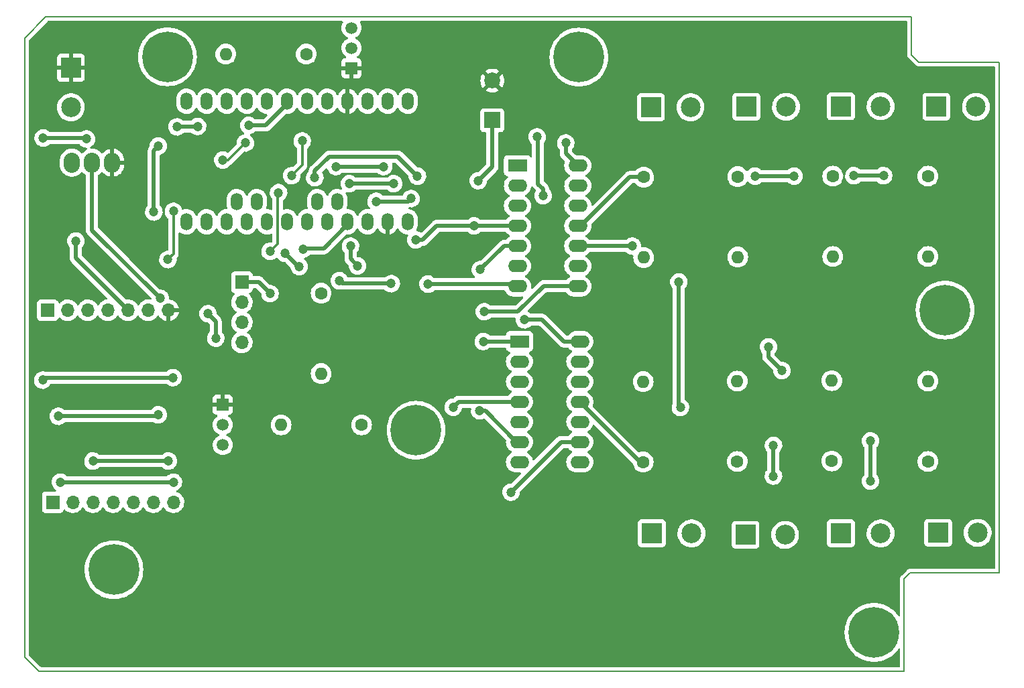
<source format=gbr>
%TF.GenerationSoftware,KiCad,Pcbnew,6.0.2+dfsg-1*%
%TF.CreationDate,2023-03-10T19:28:33+01:00*%
%TF.ProjectId,BtMusgo,42744d75-7367-46f2-9e6b-696361645f70,rev?*%
%TF.SameCoordinates,Original*%
%TF.FileFunction,Copper,L2,Bot*%
%TF.FilePolarity,Positive*%
%FSLAX46Y46*%
G04 Gerber Fmt 4.6, Leading zero omitted, Abs format (unit mm)*
G04 Created by KiCad (PCBNEW 6.0.2+dfsg-1) date 2023-03-10 19:28:33*
%MOMM*%
%LPD*%
G01*
G04 APERTURE LIST*
%TA.AperFunction,Profile*%
%ADD10C,0.150000*%
%TD*%
%TA.AperFunction,ComponentPad*%
%ADD11C,6.400000*%
%TD*%
%TA.AperFunction,ComponentPad*%
%ADD12C,0.800000*%
%TD*%
%TA.AperFunction,ComponentPad*%
%ADD13R,1.700000X1.700000*%
%TD*%
%TA.AperFunction,ComponentPad*%
%ADD14O,1.700000X1.700000*%
%TD*%
%TA.AperFunction,ComponentPad*%
%ADD15O,1.501140X2.199640*%
%TD*%
%TA.AperFunction,ComponentPad*%
%ADD16R,2.500000X2.500000*%
%TD*%
%TA.AperFunction,ComponentPad*%
%ADD17C,2.500000*%
%TD*%
%TA.AperFunction,ComponentPad*%
%ADD18C,1.520000*%
%TD*%
%TA.AperFunction,ComponentPad*%
%ADD19R,1.520000X1.520000*%
%TD*%
%TA.AperFunction,ComponentPad*%
%ADD20C,1.600000*%
%TD*%
%TA.AperFunction,ComponentPad*%
%ADD21O,1.600000X1.600000*%
%TD*%
%TA.AperFunction,ComponentPad*%
%ADD22R,2.400000X1.600000*%
%TD*%
%TA.AperFunction,ComponentPad*%
%ADD23O,2.400000X1.600000*%
%TD*%
%TA.AperFunction,ComponentPad*%
%ADD24O,2.032000X2.540000*%
%TD*%
%TA.AperFunction,ComponentPad*%
%ADD25R,2.000000X2.000000*%
%TD*%
%TA.AperFunction,ComponentPad*%
%ADD26C,2.000000*%
%TD*%
%TA.AperFunction,ViaPad*%
%ADD27C,1.200000*%
%TD*%
%TA.AperFunction,Conductor*%
%ADD28C,0.500000*%
%TD*%
%TA.AperFunction,Conductor*%
%ADD29C,0.300000*%
%TD*%
G04 APERTURE END LIST*
D10*
X236067600Y-74930000D02*
X235153200Y-74066400D01*
X246227600Y-74930000D02*
X236067600Y-74930000D01*
X234950000Y-139496979D02*
X234238800Y-140208179D01*
X246227600Y-139496979D02*
X234950000Y-139496979D01*
X125882384Y-69240400D02*
X235153955Y-69240400D01*
X125882400Y-69240400D02*
X123240800Y-71932800D01*
X123240800Y-150114000D02*
X123240800Y-71932800D01*
X125018800Y-151892000D02*
X123240800Y-150114000D01*
X234238906Y-151892000D02*
X125018800Y-151892000D01*
X234238800Y-140206234D02*
X234238800Y-151892000D01*
X246227600Y-74930000D02*
X246227600Y-139496979D01*
X235153200Y-69240400D02*
X235153200Y-74066400D01*
D11*
%TO.P,,1*%
%TO.N,N/C*%
X230428800Y-147015200D03*
D12*
X232828800Y-147015200D03*
X232125856Y-148712256D03*
X230428800Y-149415200D03*
X228731744Y-148712256D03*
X228028800Y-147015200D03*
X228731744Y-145318144D03*
X230428800Y-144615200D03*
X232125856Y-145318144D03*
%TD*%
D13*
%TO.P,J4,1,SCK*%
%TO.N,3APM*%
X150622000Y-102743000D03*
D14*
%TO.P,J4,2,VDD*%
%TO.N,+3V3*%
X150622000Y-105283000D03*
%TO.P,J4,3,GND*%
%TO.N,sht15_GND*%
X150622000Y-107823000D03*
%TO.P,J4,4,DATA*%
%TO.N,5APM*%
X150622000Y-110363000D03*
%TD*%
D15*
%TO.P,IC1,28,ADC7/A7*%
%TO.N,A7_APM*%
X152527000Y-92583000D03*
%TO.P,IC1,27,ADC6/A6*%
%TO.N,A6_APM*%
X149987000Y-92583000D03*
%TO.P,IC1,1,(PCINT17/TXD)PD1/1*%
%TO.N,unconnected-(IC1-Pad1)*%
X171577000Y-79883000D03*
%TO.P,IC1,2,(PCINT16/RXD)PD0/0*%
%TO.N,unconnected-(IC1-Pad2)*%
X169037000Y-79883000D03*
%TO.P,IC1,3,(PCINT14/~{RESET})PC6*%
%TO.N,unconnected-(IC1-Pad3)*%
X166497000Y-79883000D03*
%TO.P,IC1,4,GND*%
%TO.N,GND*%
X163957000Y-79883000D03*
%TO.P,IC1,5,(PCINT18/INT0)PD2/2*%
%TO.N,unconnected-(IC1-Pad5)*%
X161417000Y-79883000D03*
%TO.P,IC1,6,(PCINT19/OC2B/INT1/PWM)PD3/3*%
%TO.N,3APM*%
X158877000Y-79883000D03*
%TO.P,IC1,7,(PCINT20/XCK/T0)PD4/4*%
%TO.N,4APM*%
X156337000Y-79883000D03*
%TO.P,IC1,8,(PCINT21/OC0B/T1/PWM)PD5/5*%
%TO.N,5APM*%
X153797000Y-79883000D03*
%TO.P,IC1,9,(PCINT22/OC0A/AIN0/PWM)PD6/6*%
%TO.N,unconnected-(IC1-Pad9)*%
X151257000Y-79883000D03*
%TO.P,IC1,10,(PCINT23/AIN1)PD7/7*%
%TO.N,7APM*%
X148717000Y-79883000D03*
%TO.P,IC1,11,(PCINT0/CLKO/ICP1)PB0/8*%
%TO.N,8APM*%
X146177000Y-79883000D03*
%TO.P,IC1,12,(PCINT1/OC1A/PWM)PB1/9*%
%TO.N,9APM*%
X143637000Y-79883000D03*
%TO.P,IC1,13,(PCINT2/OC1B/~{SS}/PWM)PB2/10*%
%TO.N,10APM*%
X143637000Y-95123000D03*
%TO.P,IC1,14,(PCINT3/OC2A/MOSI/PWM)PB3/11*%
%TO.N,11APM*%
X146177000Y-95123000D03*
%TO.P,IC1,15,(PCINT4/MISO)PB4/12*%
%TO.N,12APM*%
X148717000Y-95123000D03*
%TO.P,IC1,16,(PCINT5/SCK)PB5/13*%
%TO.N,13APM*%
X151257000Y-95123000D03*
%TO.P,IC1,17,(PCINT8/ADC0)PC0/14/A0*%
%TO.N,A0_APM*%
X153797000Y-95123000D03*
%TO.P,IC1,18,(PCINT9/ADC1)PC1/15/A1*%
%TO.N,A1_APM*%
X156337000Y-95123000D03*
%TO.P,IC1,19,(PCINT10/ADC2)PC2/16/A2*%
%TO.N,A2_APM*%
X158877000Y-95123000D03*
%TO.P,IC1,20,(PCINT11/ADC3)PC3/17/A3*%
%TO.N,A3_APM*%
X161417000Y-95123000D03*
%TO.P,IC1,21,VCC*%
%TO.N,+3V3*%
X163957000Y-95123000D03*
%TO.P,IC1,22,(PCINT14/~{RESET})PC6*%
%TO.N,unconnected-(IC1-Pad22)*%
X166497000Y-95123000D03*
%TO.P,IC1,23,GND*%
%TO.N,GND*%
X169037000Y-95123000D03*
%TO.P,IC1,24,RAW*%
%TO.N,RAW_Vcc*%
X171577000Y-95123000D03*
%TO.P,IC1,25,(PCINT12/SDA/ADC4)PC4/18/A4*%
%TO.N,A4_APM*%
X160147000Y-92583000D03*
%TO.P,IC1,26,(PCINT13/SCL/ADC5)PC5/19/A5*%
%TO.N,A5_APM*%
X162687000Y-92583000D03*
%TD*%
D11*
%TO.P,,1*%
%TO.N,N/C*%
X172618400Y-121462800D03*
D12*
X175018400Y-121462800D03*
X174315456Y-123159856D03*
X172618400Y-123862800D03*
X170921344Y-123159856D03*
X170218400Y-121462800D03*
X170921344Y-119765744D03*
X172618400Y-119062800D03*
X174315456Y-119765744D03*
%TD*%
D11*
%TO.P,,1*%
%TO.N,N/C*%
X239408000Y-106273600D03*
D12*
X241808000Y-106273600D03*
X241105056Y-107970656D03*
X239408000Y-108673600D03*
X237710944Y-107970656D03*
X237008000Y-106273600D03*
X237710944Y-104576544D03*
X239408000Y-103873600D03*
X241105056Y-104576544D03*
%TD*%
D11*
%TO.P,,1*%
%TO.N,N/C*%
X193171744Y-74299744D03*
D12*
X195571744Y-74299744D03*
X194868800Y-75996800D03*
X193171744Y-76699744D03*
X191474688Y-75996800D03*
X190771744Y-74299744D03*
X191474688Y-72602688D03*
X193171744Y-71899744D03*
X194868800Y-72602688D03*
%TD*%
D11*
%TO.P,REF\u002A\u002A,1*%
%TO.N,N/C*%
X134467600Y-139090400D03*
D12*
X136867600Y-139090400D03*
X136164656Y-140787456D03*
X134467600Y-141490400D03*
X132770544Y-140787456D03*
X132067600Y-139090400D03*
X132770544Y-137393344D03*
X134467600Y-136690400D03*
X136164656Y-137393344D03*
%TD*%
D16*
%TO.P,J1,1,Pin_1*%
%TO.N,GND*%
X129032000Y-75645000D03*
D17*
%TO.P,J1,2,Pin_2*%
%TO.N,RAW_Vcc*%
X129032000Y-80645000D03*
%TD*%
D13*
%TO.P,J2,1,CD*%
%TO.N,unconnected-(J2-Pad1)*%
X126746000Y-130556000D03*
D14*
%TO.P,J2,2,DO*%
%TO.N,12APM*%
X129286000Y-130556000D03*
%TO.P,J2,3,GND*%
%TO.N,sht15_GND*%
X131826000Y-130556000D03*
%TO.P,J2,4,SCK*%
%TO.N,13APM*%
X134366000Y-130556000D03*
%TO.P,J2,5,VCC*%
%TO.N,+3V3*%
X136906000Y-130556000D03*
%TO.P,J2,6,DI*%
%TO.N,11APM*%
X139446000Y-130556000D03*
%TO.P,J2,7,CS*%
%TO.N,9APM*%
X141986000Y-130556000D03*
%TD*%
D13*
%TO.P,J3,1,SS*%
%TO.N,10APM*%
X126111000Y-106299000D03*
D14*
%TO.P,J3,2,MOSI*%
%TO.N,11APM*%
X128651000Y-106299000D03*
%TO.P,J3,3,MISO*%
%TO.N,12APM*%
X131191000Y-106299000D03*
%TO.P,J3,4,CLK*%
%TO.N,13APM*%
X133731000Y-106299000D03*
%TO.P,J3,5,SQW*%
%TO.N,8APM*%
X136271000Y-106299000D03*
%TO.P,J3,6,VCC*%
%TO.N,+3V3*%
X138811000Y-106299000D03*
%TO.P,J3,7,GND*%
%TO.N,GND*%
X141351000Y-106299000D03*
%TD*%
D18*
%TO.P,Q1,2,B*%
%TO.N,Net-(Q1-Pad2)*%
X148209000Y-120777000D03*
%TO.P,Q1,3,C*%
%TO.N,sht15_GND*%
X148209000Y-123317000D03*
D19*
%TO.P,Q1,1,E*%
%TO.N,GND*%
X148209000Y-118237000D03*
%TD*%
D18*
%TO.P,Q2,2,B*%
%TO.N,Net-(Q2-Pad2)*%
X164465000Y-73152000D03*
%TO.P,Q2,3,C*%
%TO.N,ON_GND*%
X164465000Y-70612000D03*
D19*
%TO.P,Q2,1,E*%
%TO.N,GND*%
X164465000Y-75692000D03*
%TD*%
D20*
%TO.P,R1,1*%
%TO.N,4APM*%
X165735000Y-120777000D03*
D21*
%TO.P,R1,2*%
%TO.N,Net-(Q1-Pad2)*%
X155575000Y-120777000D03*
%TD*%
D20*
%TO.P,R2,1*%
%TO.N,Net-(Q2-Pad2)*%
X158750000Y-73914000D03*
D21*
%TO.P,R2,2*%
%TO.N,7APM*%
X148590000Y-73914000D03*
%TD*%
D16*
%TO.P,R3,1*%
%TO.N,Net-(R3-Pad1)*%
X226267000Y-134493000D03*
D17*
%TO.P,R3,2*%
%TO.N,+3V3*%
X231267000Y-134493000D03*
%TD*%
D16*
%TO.P,R4,1*%
%TO.N,Net-(R10-Pad2)*%
X238522500Y-134429500D03*
D17*
%TO.P,R4,2*%
%TO.N,+3V3*%
X243522500Y-134429500D03*
%TD*%
D16*
%TO.P,R5,1*%
%TO.N,Net-(R5-Pad1)*%
X202391000Y-134493000D03*
D17*
%TO.P,R5,2*%
%TO.N,+3V3*%
X207391000Y-134493000D03*
%TD*%
D16*
%TO.P,R6,1*%
%TO.N,Net-(R6-Pad1)*%
X214202000Y-134683500D03*
D17*
%TO.P,R6,2*%
%TO.N,+3V3*%
X219202000Y-134683500D03*
%TD*%
D20*
%TO.P,R7,1*%
%TO.N,ON_GND*%
X225107500Y-125349000D03*
D21*
%TO.P,R7,2*%
%TO.N,Net-(R3-Pad1)*%
X225107500Y-115189000D03*
%TD*%
D20*
%TO.P,R8,1*%
%TO.N,ON_GND*%
X201295000Y-125476000D03*
D21*
%TO.P,R8,2*%
%TO.N,Net-(R5-Pad1)*%
X201295000Y-115316000D03*
%TD*%
D20*
%TO.P,R9,1*%
%TO.N,ON_GND*%
X213169500Y-125412500D03*
D21*
%TO.P,R9,2*%
%TO.N,Net-(R6-Pad1)*%
X213169500Y-115252500D03*
%TD*%
D20*
%TO.P,R10,1*%
%TO.N,ON_GND*%
X237236000Y-125412500D03*
D21*
%TO.P,R10,2*%
%TO.N,Net-(R10-Pad2)*%
X237236000Y-115252500D03*
%TD*%
D16*
%TO.P,R11,1*%
%TO.N,Net-(R11-Pad1)*%
X226267000Y-80518000D03*
D17*
%TO.P,R11,2*%
%TO.N,+3V3*%
X231267000Y-80518000D03*
%TD*%
D16*
%TO.P,R12,1*%
%TO.N,Net-(R12-Pad1)*%
X202264000Y-80645000D03*
D17*
%TO.P,R12,2*%
%TO.N,+3V3*%
X207264000Y-80645000D03*
%TD*%
D16*
%TO.P,R13,1*%
%TO.N,Net-(R13-Pad1)*%
X214329000Y-80581500D03*
D17*
%TO.P,R13,2*%
%TO.N,+3V3*%
X219329000Y-80581500D03*
%TD*%
D16*
%TO.P,R14,1*%
%TO.N,Net-(R14-Pad1)*%
X238315500Y-80581500D03*
D17*
%TO.P,R14,2*%
%TO.N,+3V3*%
X243315500Y-80581500D03*
%TD*%
D20*
%TO.P,R15,1*%
%TO.N,ON_GND*%
X225234500Y-89344500D03*
D21*
%TO.P,R15,2*%
%TO.N,Net-(R11-Pad1)*%
X225234500Y-99504500D03*
%TD*%
D20*
%TO.P,R16,1*%
%TO.N,ON_GND*%
X201358500Y-89471500D03*
D21*
%TO.P,R16,2*%
%TO.N,Net-(R12-Pad1)*%
X201358500Y-99631500D03*
%TD*%
D20*
%TO.P,R17,1*%
%TO.N,ON_GND*%
X213233000Y-89408000D03*
D21*
%TO.P,R17,2*%
%TO.N,Net-(R13-Pad1)*%
X213233000Y-99568000D03*
%TD*%
D20*
%TO.P,R18,1*%
%TO.N,ON_GND*%
X237236000Y-89344500D03*
D21*
%TO.P,R18,2*%
%TO.N,Net-(R14-Pad1)*%
X237236000Y-99504500D03*
%TD*%
D22*
%TO.P,U1,1*%
%TO.N,A3_APM*%
X185674000Y-110236000D03*
D23*
%TO.P,U1,8*%
%TO.N,A2_APM*%
X193294000Y-125476000D03*
%TO.P,U1,2,-*%
%TO.N,A3_APM*%
X185674000Y-112776000D03*
%TO.P,U1,9,-*%
%TO.N,A2_APM*%
X193294000Y-122936000D03*
%TO.P,U1,3,+*%
%TO.N,Net-(R3-Pad1)*%
X185674000Y-115316000D03*
%TO.P,U1,10,+*%
%TO.N,Net-(R6-Pad1)*%
X193294000Y-120396000D03*
%TO.P,U1,4,V+*%
%TO.N,+3V3*%
X185674000Y-117856000D03*
%TO.P,U1,11,V-*%
%TO.N,ON_GND*%
X193294000Y-117856000D03*
%TO.P,U1,5,+*%
%TO.N,Net-(R5-Pad1)*%
X185674000Y-120396000D03*
%TO.P,U1,12,+*%
%TO.N,Net-(R10-Pad2)*%
X193294000Y-115316000D03*
%TO.P,U1,6,-*%
%TO.N,A1_APM*%
X185674000Y-122936000D03*
%TO.P,U1,13,-*%
%TO.N,A4_APM*%
X193294000Y-112776000D03*
%TO.P,U1,7*%
%TO.N,A1_APM*%
X185674000Y-125476000D03*
%TO.P,U1,14*%
%TO.N,A4_APM*%
X193294000Y-110236000D03*
%TD*%
D22*
%TO.P,U2,1*%
%TO.N,A7_APM*%
X185420000Y-88011000D03*
D23*
%TO.P,U2,8*%
%TO.N,A5_APM*%
X193040000Y-103251000D03*
%TO.P,U2,2,-*%
%TO.N,A7_APM*%
X185420000Y-90551000D03*
%TO.P,U2,9,-*%
%TO.N,A5_APM*%
X193040000Y-100711000D03*
%TO.P,U2,3,+*%
%TO.N,Net-(R11-Pad1)*%
X185420000Y-93091000D03*
%TO.P,U2,10,+*%
%TO.N,Net-(R12-Pad1)*%
X193040000Y-98171000D03*
%TO.P,U2,4,V+*%
%TO.N,+3V3*%
X185420000Y-95631000D03*
%TO.P,U2,11,V-*%
%TO.N,ON_GND*%
X193040000Y-95631000D03*
%TO.P,U2,5,+*%
%TO.N,Net-(R14-Pad1)*%
X185420000Y-98171000D03*
%TO.P,U2,12,+*%
%TO.N,Net-(R13-Pad1)*%
X193040000Y-93091000D03*
%TO.P,U2,6,-*%
%TO.N,A0_APM*%
X185420000Y-100711000D03*
%TO.P,U2,13,-*%
%TO.N,A6_APM*%
X193040000Y-90551000D03*
%TO.P,U2,7*%
%TO.N,A0_APM*%
X185420000Y-103251000D03*
%TO.P,U2,14*%
%TO.N,A6_APM*%
X193040000Y-88011000D03*
%TD*%
D24*
%TO.P,U3,2,VO*%
%TO.N,+3V3*%
X131699000Y-87630000D03*
%TO.P,U3,3,VI*%
%TO.N,RAW_Vcc*%
X129159000Y-87630000D03*
%TO.P,U3,1,GND*%
%TO.N,GND*%
X134239000Y-87630000D03*
%TD*%
D11*
%TO.P,,1*%
%TO.N,N/C*%
X141224000Y-74269600D03*
D12*
X143624000Y-74269600D03*
X142921056Y-75966656D03*
X141224000Y-76669600D03*
X139526944Y-75966656D03*
X138824000Y-74269600D03*
X139526944Y-72572544D03*
X141224000Y-71869600D03*
X142921056Y-72572544D03*
%TD*%
D25*
%TO.P,C1,1*%
%TO.N,+3V3*%
X182245000Y-82279500D03*
D26*
%TO.P,C1,2*%
%TO.N,GND*%
X182245000Y-77279500D03*
%TD*%
D20*
%TO.P,R19,1*%
%TO.N,+3V3*%
X160629600Y-104140000D03*
D21*
%TO.P,R19,2*%
%TO.N,3APM*%
X160629600Y-114300000D03*
%TD*%
D27*
%TO.N,A7_APM*%
X172783500Y-89344500D03*
X159828456Y-89533956D03*
%TO.N,A6_APM*%
X191516000Y-85153500D03*
X168529000Y-88138000D03*
X162496500Y-88138000D03*
%TO.N,3APM*%
X154178000Y-104190800D03*
X158242000Y-84899500D03*
X156908500Y-89288000D03*
X155257500Y-91433000D03*
X154190327Y-98857173D03*
%TO.N,4APM*%
X151511000Y-82931000D03*
X145034000Y-83058000D03*
X142430500Y-83121500D03*
X131000500Y-84645500D03*
X125539500Y-84518500D03*
X125476000Y-115125500D03*
X141922500Y-114808000D03*
%TO.N,5APM*%
X147320000Y-109829600D03*
X146347039Y-106733072D03*
X148209000Y-87312500D03*
X151066500Y-85153500D03*
X141986000Y-93789500D03*
X141287500Y-99885500D03*
%TO.N,8APM*%
X129667000Y-97536000D03*
%TO.N,9APM*%
X140081000Y-85534500D03*
X139509500Y-93873000D03*
X127698500Y-128016000D03*
X141986000Y-128016000D03*
%TO.N,11APM*%
X127444500Y-119697500D03*
X140081000Y-119507000D03*
%TO.N,A0_APM*%
X157855884Y-100767490D03*
X162928680Y-102564820D03*
X174122981Y-102991019D03*
X169481500Y-102933500D03*
X156056366Y-99096866D03*
%TO.N,A1_APM*%
X180657500Y-119006010D03*
%TO.N,A2_APM*%
X184594500Y-129286000D03*
%TO.N,A3_APM*%
X165227000Y-100691000D03*
X164338000Y-98191000D03*
X181102000Y-110236000D03*
%TO.N,+3V3*%
X179959000Y-95631000D03*
X180467000Y-89916000D03*
X177292000Y-118554500D03*
X172593000Y-97409000D03*
X158369000Y-98552000D03*
X140296908Y-104778672D03*
%TO.N,A4_APM*%
X169799000Y-90297000D03*
X164211000Y-90297000D03*
X186309000Y-107505500D03*
%TO.N,A5_APM*%
X171982181Y-92177819D03*
X167565741Y-92530259D03*
X181234116Y-106484384D03*
%TO.N,sht15_GND*%
X141351000Y-125349000D03*
X131826000Y-125349000D03*
%TO.N,ON_GND*%
X205994000Y-118567200D03*
X205790800Y-102717600D03*
X231648000Y-89281000D03*
X227901500Y-89281000D03*
X220345000Y-89344500D03*
X215392000Y-89344500D03*
X187896500Y-84391500D03*
X188658500Y-91821000D03*
%TO.N,Net-(R3-Pad1)*%
X229997000Y-127889000D03*
X229997000Y-122809000D03*
X218821000Y-113919000D03*
X217106500Y-110934500D03*
%TO.N,Net-(R6-Pad1)*%
X217741500Y-127254000D03*
X217741500Y-123380500D03*
%TO.N,Net-(R12-Pad1)*%
X199908499Y-98181499D03*
%TO.N,Net-(R14-Pad1)*%
X180735500Y-101155500D03*
%TD*%
D28*
%TO.N,A5_APM*%
X171982181Y-92177819D02*
X171629741Y-92530259D01*
X171629741Y-92530259D02*
X167565741Y-92530259D01*
%TO.N,ON_GND*%
X201358500Y-89471500D02*
X199599500Y-89471500D01*
X199599500Y-89471500D02*
X193440000Y-95631000D01*
X193440000Y-95631000D02*
X193040000Y-95631000D01*
X193294000Y-117856000D02*
X200914000Y-125476000D01*
X200914000Y-125476000D02*
X201295000Y-125476000D01*
%TO.N,A7_APM*%
X170326999Y-86887999D02*
X172783500Y-89344500D01*
X159828456Y-89533956D02*
X159828456Y-88685428D01*
X159828456Y-88685428D02*
X161625885Y-86887999D01*
X161625885Y-86887999D02*
X170326999Y-86887999D01*
%TO.N,A6_APM*%
X191516000Y-85153500D02*
X191516000Y-86487000D01*
X191516000Y-86487000D02*
X193040000Y-88011000D01*
X162496500Y-88138000D02*
X168529000Y-88138000D01*
%TO.N,3APM*%
X150622000Y-102743000D02*
X152730200Y-102743000D01*
X152730200Y-102743000D02*
X154178000Y-104190800D01*
D29*
X156908500Y-89288000D02*
X158242000Y-87954500D01*
X158242000Y-87954500D02*
X158242000Y-84899500D01*
X154190327Y-98857173D02*
X155136420Y-97911080D01*
X155136420Y-97911080D02*
X155136420Y-91554080D01*
X155136420Y-91554080D02*
X155257500Y-91433000D01*
D28*
%TO.N,4APM*%
X151511000Y-82931000D02*
X153638250Y-82931000D01*
X153638250Y-82931000D02*
X156337000Y-80232250D01*
X156337000Y-80232250D02*
X156337000Y-79883000D01*
X142430500Y-83121500D02*
X144970500Y-83121500D01*
X144970500Y-83121500D02*
X145034000Y-83058000D01*
X125539500Y-84518500D02*
X130873500Y-84518500D01*
X130873500Y-84518500D02*
X131000500Y-84645500D01*
X141922500Y-114808000D02*
X125793500Y-114808000D01*
X125793500Y-114808000D02*
X125476000Y-115125500D01*
%TO.N,5APM*%
X147320000Y-109829600D02*
X147320000Y-107706033D01*
X146947038Y-107333071D02*
X146347039Y-106733072D01*
X147320000Y-107706033D02*
X146947038Y-107333071D01*
D29*
X148907500Y-87312500D02*
X148209000Y-87312500D01*
X151066500Y-85153500D02*
X148907500Y-87312500D01*
X141287500Y-99885500D02*
X141986000Y-99187000D01*
X141986000Y-99187000D02*
X141986000Y-93789500D01*
D28*
%TO.N,8APM*%
X129667000Y-97536000D02*
X129667000Y-99695000D01*
X129667000Y-99695000D02*
X136271000Y-106299000D01*
%TO.N,9APM*%
X139509500Y-86296500D02*
X139509500Y-86106000D01*
X139509500Y-86106000D02*
X140081000Y-85534500D01*
X139509500Y-93873000D02*
X139509500Y-86296500D01*
X141986000Y-128016000D02*
X127698500Y-128016000D01*
%TO.N,11APM*%
X127444500Y-119697500D02*
X139890500Y-119697500D01*
X139890500Y-119697500D02*
X140081000Y-119507000D01*
%TO.N,A0_APM*%
X157726990Y-100767490D02*
X157855884Y-100767490D01*
X156056366Y-99096866D02*
X157726990Y-100767490D01*
X169481500Y-102933500D02*
X163297360Y-102933500D01*
X163297360Y-102933500D02*
X162928680Y-102564820D01*
X174122981Y-102991019D02*
X185160019Y-102991019D01*
X185160019Y-102991019D02*
X185420000Y-103251000D01*
%TO.N,A1_APM*%
X185274000Y-122936000D02*
X181344010Y-119006010D01*
X181344010Y-119006010D02*
X180657500Y-119006010D01*
X185674000Y-122936000D02*
X185274000Y-122936000D01*
%TO.N,A2_APM*%
X193294000Y-122936000D02*
X190944500Y-122936000D01*
X190944500Y-122936000D02*
X184594500Y-129286000D01*
%TO.N,A3_APM*%
X164338000Y-98191000D02*
X164338000Y-99802000D01*
X164338000Y-99802000D02*
X165227000Y-100691000D01*
X185674000Y-110236000D02*
X181102000Y-110236000D01*
%TO.N,+3V3*%
X175219528Y-95631000D02*
X179959000Y-95631000D01*
X179959000Y-95631000D02*
X183720000Y-95631000D01*
X182245000Y-82279500D02*
X182245000Y-88138000D01*
X182245000Y-88138000D02*
X180467000Y-89916000D01*
X177292000Y-118554500D02*
X177990500Y-117856000D01*
X177990500Y-117856000D02*
X185674000Y-117856000D01*
X172593000Y-97409000D02*
X173441528Y-97409000D01*
X173441528Y-97409000D02*
X175219528Y-95631000D01*
X183720000Y-95631000D02*
X185420000Y-95631000D01*
X160940750Y-98488500D02*
X158432500Y-98488500D01*
X158432500Y-98488500D02*
X158369000Y-98552000D01*
X163957000Y-95123000D02*
X163957000Y-95472250D01*
X163957000Y-95472250D02*
X160940750Y-98488500D01*
X131699000Y-87630000D02*
X131699000Y-96180764D01*
X131699000Y-96180764D02*
X140296908Y-104778672D01*
%TO.N,A4_APM*%
X164211000Y-90297000D02*
X169799000Y-90297000D01*
X191262000Y-110236000D02*
X188531500Y-107505500D01*
X188531500Y-107505500D02*
X186309000Y-107505500D01*
X193294000Y-110236000D02*
X191262000Y-110236000D01*
%TO.N,A5_APM*%
X181234116Y-106484384D02*
X185480114Y-106484384D01*
X191340000Y-103251000D02*
X193040000Y-103251000D01*
X185480114Y-106484384D02*
X188713498Y-103251000D01*
X188713498Y-103251000D02*
X191340000Y-103251000D01*
%TO.N,sht15_GND*%
X131826000Y-125349000D02*
X141351000Y-125349000D01*
%TO.N,ON_GND*%
X205790800Y-102717600D02*
X205790800Y-118364000D01*
X205790800Y-118364000D02*
X205994000Y-118567200D01*
X227901500Y-89281000D02*
X231648000Y-89281000D01*
X216240528Y-89344500D02*
X220345000Y-89344500D01*
X215392000Y-89344500D02*
X216240528Y-89344500D01*
X188023500Y-90337472D02*
X188023500Y-84518500D01*
X188023500Y-84518500D02*
X187896500Y-84391500D01*
X188658500Y-91821000D02*
X188658500Y-90972472D01*
X188658500Y-90972472D02*
X188023500Y-90337472D01*
%TO.N,Net-(R3-Pad1)*%
X229997000Y-123657528D02*
X229997000Y-127889000D01*
X229997000Y-122809000D02*
X229997000Y-123657528D01*
X217106500Y-110934500D02*
X217106500Y-112204500D01*
X217106500Y-112204500D02*
X218821000Y-113919000D01*
%TO.N,Net-(R6-Pad1)*%
X217741500Y-123380500D02*
X217741500Y-127254000D01*
%TO.N,Net-(R12-Pad1)*%
X193040000Y-98171000D02*
X199898000Y-98171000D01*
X199898000Y-98171000D02*
X199908499Y-98181499D01*
%TO.N,Net-(R14-Pad1)*%
X185420000Y-98171000D02*
X183720000Y-98171000D01*
X183720000Y-98171000D02*
X180735500Y-101155500D01*
%TD*%
%TA.AperFunction,Conductor*%
%TO.N,GND*%
G36*
X163347225Y-69768402D02*
G01*
X163393718Y-69822058D01*
X163403822Y-69892332D01*
X163382317Y-69946670D01*
X163362251Y-69975328D01*
X163359928Y-69980310D01*
X163359925Y-69980315D01*
X163270770Y-70171508D01*
X163268447Y-70176490D01*
X163211000Y-70390886D01*
X163191655Y-70612000D01*
X163211000Y-70833114D01*
X163268447Y-71047510D01*
X163270769Y-71052490D01*
X163270770Y-71052492D01*
X163359925Y-71243685D01*
X163359928Y-71243690D01*
X163362251Y-71248672D01*
X163489561Y-71430490D01*
X163646510Y-71587439D01*
X163651018Y-71590596D01*
X163651021Y-71590598D01*
X163668826Y-71603065D01*
X163828327Y-71714749D01*
X163833309Y-71717072D01*
X163833314Y-71717075D01*
X163942106Y-71767805D01*
X163995391Y-71814722D01*
X164014852Y-71883000D01*
X163994310Y-71950959D01*
X163942106Y-71996195D01*
X163833315Y-72046925D01*
X163833310Y-72046928D01*
X163828328Y-72049251D01*
X163823821Y-72052407D01*
X163823819Y-72052408D01*
X163651021Y-72173402D01*
X163651018Y-72173404D01*
X163646510Y-72176561D01*
X163489561Y-72333510D01*
X163362251Y-72515328D01*
X163359928Y-72520310D01*
X163359925Y-72520315D01*
X163285595Y-72679716D01*
X163268447Y-72716490D01*
X163267025Y-72721798D01*
X163267024Y-72721800D01*
X163251528Y-72779634D01*
X163211000Y-72930886D01*
X163191655Y-73152000D01*
X163211000Y-73373114D01*
X163212424Y-73378427D01*
X163212424Y-73378429D01*
X163235556Y-73464757D01*
X163268447Y-73587510D01*
X163270769Y-73592490D01*
X163270770Y-73592492D01*
X163359925Y-73783685D01*
X163359928Y-73783690D01*
X163362251Y-73788672D01*
X163365407Y-73793179D01*
X163365408Y-73793181D01*
X163475364Y-73950214D01*
X163489561Y-73970490D01*
X163646510Y-74127439D01*
X163651018Y-74130596D01*
X163651021Y-74130598D01*
X163742694Y-74194788D01*
X163787022Y-74250245D01*
X163794331Y-74320865D01*
X163762300Y-74384225D01*
X163701099Y-74420210D01*
X163670423Y-74424001D01*
X163660331Y-74424001D01*
X163653510Y-74424371D01*
X163602648Y-74429895D01*
X163587396Y-74433521D01*
X163466946Y-74478676D01*
X163451351Y-74487214D01*
X163349276Y-74563715D01*
X163336715Y-74576276D01*
X163260214Y-74678351D01*
X163251676Y-74693946D01*
X163206522Y-74814394D01*
X163202895Y-74829649D01*
X163197369Y-74880514D01*
X163197000Y-74887328D01*
X163197000Y-75419885D01*
X163201475Y-75435124D01*
X163202865Y-75436329D01*
X163210548Y-75438000D01*
X165714884Y-75438000D01*
X165730123Y-75433525D01*
X165731328Y-75432135D01*
X165732999Y-75424452D01*
X165732999Y-74887331D01*
X165732629Y-74880510D01*
X165727105Y-74829648D01*
X165723479Y-74814396D01*
X165678324Y-74693946D01*
X165669786Y-74678351D01*
X165593285Y-74576276D01*
X165580724Y-74563715D01*
X165478649Y-74487214D01*
X165463054Y-74478676D01*
X165342606Y-74433522D01*
X165327351Y-74429895D01*
X165276486Y-74424369D01*
X165269672Y-74424000D01*
X165259578Y-74424000D01*
X165191457Y-74403998D01*
X165144964Y-74350342D01*
X165137689Y-74299744D01*
X189458155Y-74299744D01*
X189478498Y-74687920D01*
X189479011Y-74691160D01*
X189479012Y-74691168D01*
X189488978Y-74754089D01*
X189539306Y-75071843D01*
X189639911Y-75447306D01*
X189779212Y-75810197D01*
X189780710Y-75813137D01*
X189941734Y-76129163D01*
X189955682Y-76156538D01*
X190167387Y-76482537D01*
X190412010Y-76784620D01*
X190686868Y-77059478D01*
X190689426Y-77061550D01*
X190689430Y-77061553D01*
X190837910Y-77181790D01*
X190988951Y-77304101D01*
X190991714Y-77305896D01*
X190991715Y-77305896D01*
X191141243Y-77403000D01*
X191314949Y-77515806D01*
X191317883Y-77517301D01*
X191317890Y-77517305D01*
X191581307Y-77651522D01*
X191661291Y-77692276D01*
X191791157Y-77742127D01*
X191947882Y-77802288D01*
X192024182Y-77831577D01*
X192399645Y-77932182D01*
X192585779Y-77961663D01*
X192780320Y-77992476D01*
X192780328Y-77992477D01*
X192783568Y-77992990D01*
X193171744Y-78013333D01*
X193559920Y-77992990D01*
X193563160Y-77992477D01*
X193563168Y-77992476D01*
X193757709Y-77961663D01*
X193943843Y-77932182D01*
X194319306Y-77831577D01*
X194395607Y-77802288D01*
X194552331Y-77742127D01*
X194682197Y-77692276D01*
X194762181Y-77651522D01*
X195025598Y-77517305D01*
X195025605Y-77517301D01*
X195028539Y-77515806D01*
X195202246Y-77403000D01*
X195351773Y-77305896D01*
X195351774Y-77305896D01*
X195354537Y-77304101D01*
X195505578Y-77181790D01*
X195654058Y-77061553D01*
X195654062Y-77061550D01*
X195656620Y-77059478D01*
X195931478Y-76784620D01*
X196176101Y-76482537D01*
X196387806Y-76156538D01*
X196401755Y-76129163D01*
X196562778Y-75813137D01*
X196564276Y-75810197D01*
X196703577Y-75447306D01*
X196804182Y-75071843D01*
X196854510Y-74754089D01*
X196864476Y-74691168D01*
X196864477Y-74691160D01*
X196864990Y-74687920D01*
X196885333Y-74299744D01*
X196864990Y-73911568D01*
X196863969Y-73905116D01*
X196829249Y-73685913D01*
X196804182Y-73527645D01*
X196703577Y-73152182D01*
X196701406Y-73146525D01*
X196609768Y-72907802D01*
X196564276Y-72789291D01*
X196527182Y-72716490D01*
X196389305Y-72445891D01*
X196389301Y-72445884D01*
X196387806Y-72442950D01*
X196368231Y-72412806D01*
X196177896Y-72119715D01*
X196177896Y-72119714D01*
X196176101Y-72116951D01*
X195994929Y-71893223D01*
X195933553Y-71817430D01*
X195933550Y-71817426D01*
X195931478Y-71814868D01*
X195656620Y-71540010D01*
X195622282Y-71512203D01*
X195357099Y-71297462D01*
X195354537Y-71295387D01*
X195351773Y-71293592D01*
X195031308Y-71085480D01*
X195031305Y-71085478D01*
X195028539Y-71083682D01*
X195025605Y-71082187D01*
X195025598Y-71082183D01*
X194685137Y-70908710D01*
X194682197Y-70907212D01*
X194319306Y-70767911D01*
X193943843Y-70667306D01*
X193739951Y-70635012D01*
X193563168Y-70607012D01*
X193563160Y-70607011D01*
X193559920Y-70606498D01*
X193171744Y-70586155D01*
X192783568Y-70606498D01*
X192780328Y-70607011D01*
X192780320Y-70607012D01*
X192603537Y-70635012D01*
X192399645Y-70667306D01*
X192024182Y-70767911D01*
X191661291Y-70907212D01*
X191658351Y-70908710D01*
X191317891Y-71082183D01*
X191317884Y-71082187D01*
X191314950Y-71083682D01*
X191312184Y-71085478D01*
X191312181Y-71085480D01*
X191060886Y-71248672D01*
X190988951Y-71295387D01*
X190986389Y-71297462D01*
X190721207Y-71512203D01*
X190686868Y-71540010D01*
X190412010Y-71814868D01*
X190409938Y-71817426D01*
X190409935Y-71817430D01*
X190348559Y-71893223D01*
X190167387Y-72116951D01*
X190165592Y-72119714D01*
X190165592Y-72119715D01*
X189975258Y-72412806D01*
X189955682Y-72442950D01*
X189954187Y-72445884D01*
X189954183Y-72445891D01*
X189816306Y-72716490D01*
X189779212Y-72789291D01*
X189733720Y-72907802D01*
X189642083Y-73146525D01*
X189639911Y-73152182D01*
X189539306Y-73527645D01*
X189514239Y-73685913D01*
X189479520Y-73905116D01*
X189478498Y-73911568D01*
X189458155Y-74299744D01*
X165137689Y-74299744D01*
X165134860Y-74280068D01*
X165164354Y-74215488D01*
X165187307Y-74194787D01*
X165201592Y-74184785D01*
X165270397Y-74136607D01*
X165278979Y-74130598D01*
X165278982Y-74130596D01*
X165283490Y-74127439D01*
X165440439Y-73970490D01*
X165454637Y-73950214D01*
X165564592Y-73793181D01*
X165564593Y-73793179D01*
X165567749Y-73788672D01*
X165570072Y-73783690D01*
X165570075Y-73783685D01*
X165659230Y-73592492D01*
X165659231Y-73592490D01*
X165661553Y-73587510D01*
X165694445Y-73464757D01*
X165717576Y-73378429D01*
X165717576Y-73378427D01*
X165719000Y-73373114D01*
X165738345Y-73152000D01*
X165719000Y-72930886D01*
X165678472Y-72779634D01*
X165662976Y-72721800D01*
X165662975Y-72721798D01*
X165661553Y-72716490D01*
X165644405Y-72679716D01*
X165570075Y-72520315D01*
X165570072Y-72520310D01*
X165567749Y-72515328D01*
X165440439Y-72333510D01*
X165283490Y-72176561D01*
X165278982Y-72173404D01*
X165278979Y-72173402D01*
X165179345Y-72103638D01*
X165101673Y-72049251D01*
X165096691Y-72046928D01*
X165096686Y-72046925D01*
X164987894Y-71996195D01*
X164934609Y-71949278D01*
X164915148Y-71881000D01*
X164935690Y-71813041D01*
X164987894Y-71767805D01*
X165096686Y-71717075D01*
X165096691Y-71717072D01*
X165101673Y-71714749D01*
X165261174Y-71603065D01*
X165278979Y-71590598D01*
X165278982Y-71590596D01*
X165283490Y-71587439D01*
X165440439Y-71430490D01*
X165567749Y-71248672D01*
X165570072Y-71243690D01*
X165570075Y-71243685D01*
X165659230Y-71052492D01*
X165659231Y-71052490D01*
X165661553Y-71047510D01*
X165719000Y-70833114D01*
X165738345Y-70612000D01*
X165719000Y-70390886D01*
X165661553Y-70176490D01*
X165659230Y-70171508D01*
X165570075Y-69980315D01*
X165570072Y-69980310D01*
X165567749Y-69975328D01*
X165547683Y-69946670D01*
X165524995Y-69879397D01*
X165542280Y-69810537D01*
X165594049Y-69761952D01*
X165650896Y-69748400D01*
X234519200Y-69748400D01*
X234587321Y-69768402D01*
X234633814Y-69822058D01*
X234645200Y-69874400D01*
X234645200Y-74004508D01*
X234642837Y-74028795D01*
X234640662Y-74039867D01*
X234641473Y-74048802D01*
X234641473Y-74048804D01*
X234644684Y-74084174D01*
X234645200Y-74095565D01*
X234645200Y-74102877D01*
X234645835Y-74107309D01*
X234647966Y-74122186D01*
X234648722Y-74128655D01*
X234653817Y-74184785D01*
X234657106Y-74193140D01*
X234658112Y-74197383D01*
X234659332Y-74201557D01*
X234660605Y-74210445D01*
X234664321Y-74218618D01*
X234683932Y-74261751D01*
X234686474Y-74267749D01*
X234696276Y-74292649D01*
X234707116Y-74320188D01*
X234712615Y-74327281D01*
X234714764Y-74331058D01*
X234717116Y-74334736D01*
X234720833Y-74342910D01*
X234757636Y-74385622D01*
X234761720Y-74390617D01*
X234775622Y-74408548D01*
X234780409Y-74413070D01*
X234789339Y-74422416D01*
X234815819Y-74453147D01*
X234823354Y-74458031D01*
X234823355Y-74458032D01*
X234828580Y-74461419D01*
X234846558Y-74475545D01*
X235667239Y-75250631D01*
X235673050Y-75256750D01*
X235676760Y-75262631D01*
X235683490Y-75268575D01*
X235683492Y-75268577D01*
X235724280Y-75304599D01*
X235727373Y-75307423D01*
X235745315Y-75324369D01*
X235748982Y-75326957D01*
X235752448Y-75329793D01*
X235752388Y-75329866D01*
X235757182Y-75333657D01*
X235785828Y-75358956D01*
X235793953Y-75362770D01*
X235793955Y-75362772D01*
X235801153Y-75366151D01*
X235820261Y-75377264D01*
X235834095Y-75387028D01*
X235866472Y-75398122D01*
X235870249Y-75399416D01*
X235882954Y-75404558D01*
X235909421Y-75416984D01*
X235909425Y-75416985D01*
X235917548Y-75420799D01*
X235926415Y-75422180D01*
X235926416Y-75422180D01*
X235934278Y-75423404D01*
X235955734Y-75428707D01*
X235963262Y-75431286D01*
X235963263Y-75431286D01*
X235971753Y-75434195D01*
X236009009Y-75435896D01*
X236009931Y-75435938D01*
X236022357Y-75437185D01*
X236023212Y-75437251D01*
X236028023Y-75438000D01*
X236052240Y-75438000D01*
X236057985Y-75438131D01*
X236108150Y-75440421D01*
X236108152Y-75440421D01*
X236117116Y-75440830D01*
X236125837Y-75438706D01*
X236127056Y-75438588D01*
X236139213Y-75438000D01*
X245593600Y-75438000D01*
X245661721Y-75458002D01*
X245708214Y-75511658D01*
X245719600Y-75564000D01*
X245719600Y-138862979D01*
X245699598Y-138931100D01*
X245645942Y-138977593D01*
X245593600Y-138988979D01*
X235021020Y-138988979D01*
X235008904Y-138987625D01*
X235008865Y-138988109D01*
X234999914Y-138987389D01*
X234991160Y-138985408D01*
X234937499Y-138988737D01*
X234929697Y-138988979D01*
X234913523Y-138988979D01*
X234909082Y-138989615D01*
X234909081Y-138989615D01*
X234903187Y-138990459D01*
X234893128Y-138991489D01*
X234875804Y-138992564D01*
X234854883Y-138993862D01*
X234854881Y-138993862D01*
X234845925Y-138994418D01*
X234837487Y-138997464D01*
X234834576Y-138998067D01*
X234817700Y-139002275D01*
X234814838Y-139003112D01*
X234805955Y-139004384D01*
X234797790Y-139008096D01*
X234797781Y-139008099D01*
X234762899Y-139023959D01*
X234753534Y-139027771D01*
X234717503Y-139040779D01*
X234717500Y-139040781D01*
X234709056Y-139043829D01*
X234701806Y-139049125D01*
X234699172Y-139050526D01*
X234684179Y-139059287D01*
X234681662Y-139060896D01*
X234673490Y-139064612D01*
X234637659Y-139095485D01*
X234629751Y-139101764D01*
X234618775Y-139109783D01*
X234607816Y-139120742D01*
X234600968Y-139127100D01*
X234570058Y-139153733D01*
X234570053Y-139153739D01*
X234563253Y-139159598D01*
X234558369Y-139167133D01*
X234552889Y-139173415D01*
X234543336Y-139185222D01*
X233935081Y-139793478D01*
X233915520Y-139809107D01*
X233913762Y-139810603D01*
X233906169Y-139815394D01*
X233809844Y-139924462D01*
X233806030Y-139932584D01*
X233806026Y-139932591D01*
X233804081Y-139936734D01*
X233798166Y-139946580D01*
X233798320Y-139946664D01*
X233794011Y-139954534D01*
X233788628Y-139961717D01*
X233785478Y-139970120D01*
X233785475Y-139970125D01*
X233775645Y-139996346D01*
X233771719Y-140005663D01*
X233751818Y-140048052D01*
X233748001Y-140056182D01*
X233746284Y-140067209D01*
X233742152Y-140082959D01*
X233740700Y-140089564D01*
X233737548Y-140097971D01*
X233736883Y-140106923D01*
X233734319Y-140141424D01*
X233733165Y-140151467D01*
X233730800Y-140166657D01*
X233730800Y-140184094D01*
X233730454Y-140193432D01*
X233726764Y-140243086D01*
X233728639Y-140251868D01*
X233729206Y-140260182D01*
X233730800Y-140275289D01*
X233730800Y-144865368D01*
X233710798Y-144933489D01*
X233657142Y-144979982D01*
X233586868Y-144990086D01*
X233522288Y-144960592D01*
X233499127Y-144933992D01*
X233434952Y-144835171D01*
X233434952Y-144835170D01*
X233433157Y-144832407D01*
X233188534Y-144530324D01*
X232913676Y-144255466D01*
X232611593Y-144010843D01*
X232285595Y-143799138D01*
X232282661Y-143797643D01*
X232282654Y-143797639D01*
X231942193Y-143624166D01*
X231939253Y-143622668D01*
X231576362Y-143483367D01*
X231200899Y-143382762D01*
X230997007Y-143350468D01*
X230820224Y-143322468D01*
X230820216Y-143322467D01*
X230816976Y-143321954D01*
X230428800Y-143301611D01*
X230040624Y-143321954D01*
X230037384Y-143322467D01*
X230037376Y-143322468D01*
X229860593Y-143350468D01*
X229656701Y-143382762D01*
X229281238Y-143483367D01*
X228918347Y-143622668D01*
X228915407Y-143624166D01*
X228574947Y-143797639D01*
X228574940Y-143797643D01*
X228572006Y-143799138D01*
X228246007Y-144010843D01*
X227943924Y-144255466D01*
X227669066Y-144530324D01*
X227424443Y-144832407D01*
X227212738Y-145158406D01*
X227036268Y-145504747D01*
X226896967Y-145867638D01*
X226796362Y-146243101D01*
X226735554Y-146627024D01*
X226715211Y-147015200D01*
X226735554Y-147403376D01*
X226796362Y-147787299D01*
X226896967Y-148162762D01*
X227036268Y-148525653D01*
X227212738Y-148871994D01*
X227214534Y-148874760D01*
X227214536Y-148874763D01*
X227403038Y-149165032D01*
X227424443Y-149197993D01*
X227669066Y-149500076D01*
X227943924Y-149774934D01*
X228246007Y-150019557D01*
X228248770Y-150021352D01*
X228248771Y-150021352D01*
X228551699Y-150218075D01*
X228572005Y-150231262D01*
X228574939Y-150232757D01*
X228574946Y-150232761D01*
X228884547Y-150390510D01*
X228918347Y-150407732D01*
X229281238Y-150547033D01*
X229656701Y-150647638D01*
X229860593Y-150679932D01*
X230037376Y-150707932D01*
X230037384Y-150707933D01*
X230040624Y-150708446D01*
X230428800Y-150728789D01*
X230816976Y-150708446D01*
X230820216Y-150707933D01*
X230820224Y-150707932D01*
X230997007Y-150679932D01*
X231200899Y-150647638D01*
X231576362Y-150547033D01*
X231939253Y-150407732D01*
X231973053Y-150390510D01*
X232282654Y-150232761D01*
X232282661Y-150232757D01*
X232285595Y-150231262D01*
X232305902Y-150218075D01*
X232608829Y-150021352D01*
X232608830Y-150021352D01*
X232611593Y-150019557D01*
X232913676Y-149774934D01*
X233188534Y-149500076D01*
X233433157Y-149197993D01*
X233454562Y-149165032D01*
X233499127Y-149096408D01*
X233553004Y-149050171D01*
X233623325Y-149040401D01*
X233687765Y-149070201D01*
X233725864Y-149130110D01*
X233730800Y-149165032D01*
X233730800Y-151258000D01*
X233710798Y-151326121D01*
X233657142Y-151372614D01*
X233604800Y-151384000D01*
X125281411Y-151384000D01*
X125213290Y-151363998D01*
X125192316Y-151347095D01*
X123785705Y-149940485D01*
X123751680Y-149878173D01*
X123748800Y-149851390D01*
X123748800Y-139090400D01*
X130754011Y-139090400D01*
X130774354Y-139478576D01*
X130774867Y-139481816D01*
X130774868Y-139481824D01*
X130801035Y-139647031D01*
X130835162Y-139862499D01*
X130935767Y-140237962D01*
X130936952Y-140241050D01*
X130936953Y-140241052D01*
X130990234Y-140379853D01*
X131075068Y-140600853D01*
X131251538Y-140947194D01*
X131463243Y-141273193D01*
X131707866Y-141575276D01*
X131982724Y-141850134D01*
X132284807Y-142094757D01*
X132610805Y-142306462D01*
X132613739Y-142307957D01*
X132613746Y-142307961D01*
X132954207Y-142481434D01*
X132957147Y-142482932D01*
X133320038Y-142622233D01*
X133695501Y-142722838D01*
X133899393Y-142755132D01*
X134076176Y-142783132D01*
X134076184Y-142783133D01*
X134079424Y-142783646D01*
X134467600Y-142803989D01*
X134855776Y-142783646D01*
X134859016Y-142783133D01*
X134859024Y-142783132D01*
X135035807Y-142755132D01*
X135239699Y-142722838D01*
X135615162Y-142622233D01*
X135978053Y-142482932D01*
X135980993Y-142481434D01*
X136321454Y-142307961D01*
X136321461Y-142307957D01*
X136324395Y-142306462D01*
X136650393Y-142094757D01*
X136952476Y-141850134D01*
X137227334Y-141575276D01*
X137471957Y-141273193D01*
X137683662Y-140947194D01*
X137860132Y-140600853D01*
X137944966Y-140379853D01*
X137998247Y-140241052D01*
X137998248Y-140241050D01*
X137999433Y-140237962D01*
X138100038Y-139862499D01*
X138134165Y-139647031D01*
X138160332Y-139481824D01*
X138160333Y-139481816D01*
X138160846Y-139478576D01*
X138181189Y-139090400D01*
X138160846Y-138702224D01*
X138100038Y-138318301D01*
X137999433Y-137942838D01*
X137860132Y-137579947D01*
X137683662Y-137233606D01*
X137471957Y-136907607D01*
X137227334Y-136605524D01*
X136952476Y-136330666D01*
X136901741Y-136289581D01*
X136775547Y-136187391D01*
X136650393Y-136086043D01*
X136602169Y-136054726D01*
X136327164Y-135876136D01*
X136327161Y-135876134D01*
X136324395Y-135874338D01*
X136321461Y-135872843D01*
X136321454Y-135872839D01*
X136161098Y-135791134D01*
X200632500Y-135791134D01*
X200639255Y-135853316D01*
X200690385Y-135989705D01*
X200777739Y-136106261D01*
X200894295Y-136193615D01*
X201030684Y-136244745D01*
X201092866Y-136251500D01*
X203689134Y-136251500D01*
X203751316Y-136244745D01*
X203887705Y-136193615D01*
X204004261Y-136106261D01*
X204091615Y-135989705D01*
X204142745Y-135853316D01*
X204149500Y-135791134D01*
X204149500Y-134446839D01*
X205628173Y-134446839D01*
X205628397Y-134451505D01*
X205628397Y-134451511D01*
X205634443Y-134577373D01*
X205640713Y-134707908D01*
X205691704Y-134964256D01*
X205780026Y-135210252D01*
X205812633Y-135270937D01*
X205884601Y-135404876D01*
X205903737Y-135440491D01*
X205906532Y-135444234D01*
X205906534Y-135444237D01*
X206057330Y-135646177D01*
X206057335Y-135646183D01*
X206060122Y-135649915D01*
X206063431Y-135653195D01*
X206063436Y-135653201D01*
X206208713Y-135797215D01*
X206245743Y-135833923D01*
X206249505Y-135836681D01*
X206249508Y-135836684D01*
X206442535Y-135978217D01*
X206456524Y-135988474D01*
X206460667Y-135990654D01*
X206460669Y-135990655D01*
X206683684Y-136107989D01*
X206683689Y-136107991D01*
X206687834Y-136110172D01*
X206755253Y-136133716D01*
X206920284Y-136191348D01*
X206934590Y-136196344D01*
X206939183Y-136197216D01*
X207186785Y-136244224D01*
X207186788Y-136244224D01*
X207191374Y-136245095D01*
X207321959Y-136250226D01*
X207447875Y-136255174D01*
X207447881Y-136255174D01*
X207452543Y-136255357D01*
X207541651Y-136245598D01*
X207707707Y-136227412D01*
X207707712Y-136227411D01*
X207712360Y-136226902D01*
X207825116Y-136197216D01*
X207960594Y-136161548D01*
X207960596Y-136161547D01*
X207965117Y-136160357D01*
X208028171Y-136133267D01*
X208133257Y-136088118D01*
X208205262Y-136057182D01*
X208307878Y-135993682D01*
X208327347Y-135981634D01*
X212443500Y-135981634D01*
X212450255Y-136043816D01*
X212501385Y-136180205D01*
X212588739Y-136296761D01*
X212705295Y-136384115D01*
X212841684Y-136435245D01*
X212903866Y-136442000D01*
X215500134Y-136442000D01*
X215562316Y-136435245D01*
X215698705Y-136384115D01*
X215815261Y-136296761D01*
X215902615Y-136180205D01*
X215953745Y-136043816D01*
X215960500Y-135981634D01*
X215960500Y-134637339D01*
X217439173Y-134637339D01*
X217439397Y-134642005D01*
X217439397Y-134642011D01*
X217442783Y-134712496D01*
X217451713Y-134898408D01*
X217502704Y-135154756D01*
X217591026Y-135400752D01*
X217593242Y-135404876D01*
X217690786Y-135586415D01*
X217714737Y-135630991D01*
X217717532Y-135634734D01*
X217717534Y-135634737D01*
X217868330Y-135836677D01*
X217868335Y-135836683D01*
X217871122Y-135840415D01*
X217874431Y-135843695D01*
X217874436Y-135843701D01*
X218053426Y-136021135D01*
X218056743Y-136024423D01*
X218060505Y-136027181D01*
X218060508Y-136027184D01*
X218243758Y-136161548D01*
X218267524Y-136178974D01*
X218271667Y-136181154D01*
X218271669Y-136181155D01*
X218494684Y-136298489D01*
X218494689Y-136298491D01*
X218498834Y-136300672D01*
X218745590Y-136386844D01*
X218750183Y-136387716D01*
X218997785Y-136434724D01*
X218997788Y-136434724D01*
X219002374Y-136435595D01*
X219132958Y-136440726D01*
X219258875Y-136445674D01*
X219258881Y-136445674D01*
X219263543Y-136445857D01*
X219352651Y-136436098D01*
X219518707Y-136417912D01*
X219518712Y-136417911D01*
X219523360Y-136417402D01*
X219636116Y-136387716D01*
X219771594Y-136352048D01*
X219771596Y-136352047D01*
X219776117Y-136350857D01*
X220016262Y-136247682D01*
X220106771Y-136191674D01*
X220234547Y-136112604D01*
X220234548Y-136112604D01*
X220238519Y-136110146D01*
X220242082Y-136107129D01*
X220242087Y-136107126D01*
X220434439Y-135944287D01*
X220434440Y-135944286D01*
X220438005Y-135941268D01*
X220508648Y-135860715D01*
X220569669Y-135791134D01*
X224508500Y-135791134D01*
X224515255Y-135853316D01*
X224566385Y-135989705D01*
X224653739Y-136106261D01*
X224770295Y-136193615D01*
X224906684Y-136244745D01*
X224968866Y-136251500D01*
X227565134Y-136251500D01*
X227627316Y-136244745D01*
X227763705Y-136193615D01*
X227880261Y-136106261D01*
X227967615Y-135989705D01*
X228018745Y-135853316D01*
X228025500Y-135791134D01*
X228025500Y-134446839D01*
X229504173Y-134446839D01*
X229504397Y-134451505D01*
X229504397Y-134451511D01*
X229510443Y-134577373D01*
X229516713Y-134707908D01*
X229567704Y-134964256D01*
X229656026Y-135210252D01*
X229688633Y-135270937D01*
X229760601Y-135404876D01*
X229779737Y-135440491D01*
X229782532Y-135444234D01*
X229782534Y-135444237D01*
X229933330Y-135646177D01*
X229933335Y-135646183D01*
X229936122Y-135649915D01*
X229939431Y-135653195D01*
X229939436Y-135653201D01*
X230084713Y-135797215D01*
X230121743Y-135833923D01*
X230125505Y-135836681D01*
X230125508Y-135836684D01*
X230318535Y-135978217D01*
X230332524Y-135988474D01*
X230336667Y-135990654D01*
X230336669Y-135990655D01*
X230559684Y-136107989D01*
X230559689Y-136107991D01*
X230563834Y-136110172D01*
X230631253Y-136133716D01*
X230796284Y-136191348D01*
X230810590Y-136196344D01*
X230815183Y-136197216D01*
X231062785Y-136244224D01*
X231062788Y-136244224D01*
X231067374Y-136245095D01*
X231197959Y-136250226D01*
X231323875Y-136255174D01*
X231323881Y-136255174D01*
X231328543Y-136255357D01*
X231417651Y-136245598D01*
X231583707Y-136227412D01*
X231583712Y-136227411D01*
X231588360Y-136226902D01*
X231701116Y-136197216D01*
X231836594Y-136161548D01*
X231836596Y-136161547D01*
X231841117Y-136160357D01*
X231904171Y-136133267D01*
X232009257Y-136088118D01*
X232081262Y-136057182D01*
X232183878Y-135993682D01*
X232299547Y-135922104D01*
X232299548Y-135922104D01*
X232303519Y-135919646D01*
X232307082Y-135916629D01*
X232307087Y-135916626D01*
X232499439Y-135753787D01*
X232499440Y-135753786D01*
X232503005Y-135750768D01*
X232523293Y-135727634D01*
X236764000Y-135727634D01*
X236770755Y-135789816D01*
X236821885Y-135926205D01*
X236909239Y-136042761D01*
X237025795Y-136130115D01*
X237162184Y-136181245D01*
X237224366Y-136188000D01*
X239820634Y-136188000D01*
X239882816Y-136181245D01*
X240019205Y-136130115D01*
X240135761Y-136042761D01*
X240223115Y-135926205D01*
X240274245Y-135789816D01*
X240281000Y-135727634D01*
X240281000Y-134383339D01*
X241759673Y-134383339D01*
X241759897Y-134388005D01*
X241759897Y-134388011D01*
X241764789Y-134489851D01*
X241772213Y-134644408D01*
X241823204Y-134900756D01*
X241911526Y-135146752D01*
X241913742Y-135150876D01*
X242010083Y-135330176D01*
X242035237Y-135376991D01*
X242038032Y-135380734D01*
X242038034Y-135380737D01*
X242188830Y-135582677D01*
X242188835Y-135582683D01*
X242191622Y-135586415D01*
X242194931Y-135589695D01*
X242194936Y-135589701D01*
X242360461Y-135753787D01*
X242377243Y-135770423D01*
X242381005Y-135773181D01*
X242381008Y-135773184D01*
X242584110Y-135922104D01*
X242588024Y-135924974D01*
X242592167Y-135927154D01*
X242592169Y-135927155D01*
X242815184Y-136044489D01*
X242815189Y-136044491D01*
X242819334Y-136046672D01*
X243066090Y-136132844D01*
X243070683Y-136133716D01*
X243318285Y-136180724D01*
X243318288Y-136180724D01*
X243322874Y-136181595D01*
X243453459Y-136186726D01*
X243579375Y-136191674D01*
X243579381Y-136191674D01*
X243584043Y-136191857D01*
X243673151Y-136182098D01*
X243839207Y-136163912D01*
X243839212Y-136163911D01*
X243843860Y-136163402D01*
X243855426Y-136160357D01*
X244092094Y-136098048D01*
X244092096Y-136098047D01*
X244096617Y-136096857D01*
X244116958Y-136088118D01*
X244332472Y-135995525D01*
X244336762Y-135993682D01*
X244356232Y-135981634D01*
X244555047Y-135858604D01*
X244555048Y-135858604D01*
X244559019Y-135856146D01*
X244562582Y-135853129D01*
X244562587Y-135853126D01*
X244754939Y-135690287D01*
X244754940Y-135690286D01*
X244758505Y-135687268D01*
X244871373Y-135558567D01*
X244927757Y-135494274D01*
X244927761Y-135494269D01*
X244930839Y-135490759D01*
X244963173Y-135440491D01*
X245028861Y-135338367D01*
X245072233Y-135270937D01*
X245179583Y-135032629D01*
X245250530Y-134781072D01*
X245260432Y-134703236D01*
X245283116Y-134524921D01*
X245283116Y-134524917D01*
X245283514Y-134521791D01*
X245284351Y-134489851D01*
X245284922Y-134468027D01*
X245285931Y-134429500D01*
X245282501Y-134383339D01*
X245266907Y-134173500D01*
X245266906Y-134173496D01*
X245266561Y-134168848D01*
X245265367Y-134163569D01*
X245222260Y-133973069D01*
X245208877Y-133913923D01*
X245190103Y-133865646D01*
X245115840Y-133674676D01*
X245115839Y-133674673D01*
X245114147Y-133670323D01*
X244984451Y-133443402D01*
X244822638Y-133238143D01*
X244632263Y-133059057D01*
X244448759Y-132931755D01*
X244421351Y-132912741D01*
X244421348Y-132912739D01*
X244417509Y-132910076D01*
X244413316Y-132908008D01*
X244187281Y-132796540D01*
X244187278Y-132796539D01*
X244183093Y-132794475D01*
X244136999Y-132779720D01*
X243938623Y-132716220D01*
X243934165Y-132714793D01*
X243676193Y-132672779D01*
X243562442Y-132671290D01*
X243419522Y-132669419D01*
X243419519Y-132669419D01*
X243414845Y-132669358D01*
X243155862Y-132704604D01*
X242904933Y-132777743D01*
X242900680Y-132779703D01*
X242900679Y-132779704D01*
X242864159Y-132796540D01*
X242667572Y-132887168D01*
X242628567Y-132912741D01*
X242452904Y-133027910D01*
X242452899Y-133027914D01*
X242448991Y-133030476D01*
X242253994Y-133204518D01*
X242086863Y-133405470D01*
X242084434Y-133409473D01*
X242025313Y-133506902D01*
X241951271Y-133628919D01*
X241850197Y-133869955D01*
X241785859Y-134123283D01*
X241785391Y-134127934D01*
X241785390Y-134127938D01*
X241779465Y-134186783D01*
X241759673Y-134383339D01*
X240281000Y-134383339D01*
X240281000Y-133131366D01*
X240274245Y-133069184D01*
X240223115Y-132932795D01*
X240135761Y-132816239D01*
X240019205Y-132728885D01*
X239882816Y-132677755D01*
X239820634Y-132671000D01*
X237224366Y-132671000D01*
X237162184Y-132677755D01*
X237025795Y-132728885D01*
X236909239Y-132816239D01*
X236821885Y-132932795D01*
X236770755Y-133069184D01*
X236764000Y-133131366D01*
X236764000Y-135727634D01*
X232523293Y-135727634D01*
X232549397Y-135697868D01*
X232672257Y-135557774D01*
X232672261Y-135557769D01*
X232675339Y-135554259D01*
X232716184Y-135490759D01*
X232774078Y-135400752D01*
X232816733Y-135334437D01*
X232924083Y-135096129D01*
X232978553Y-134902996D01*
X232993760Y-134849076D01*
X232993761Y-134849073D01*
X232995030Y-134844572D01*
X233011832Y-134712496D01*
X233027616Y-134588421D01*
X233027616Y-134588417D01*
X233028014Y-134585291D01*
X233030431Y-134493000D01*
X233025712Y-134429500D01*
X233011407Y-134237000D01*
X233011406Y-134236996D01*
X233011061Y-134232348D01*
X232999725Y-134182248D01*
X232954408Y-133981980D01*
X232953377Y-133977423D01*
X232932728Y-133924323D01*
X232860340Y-133738176D01*
X232860339Y-133738173D01*
X232858647Y-133733823D01*
X232728951Y-133506902D01*
X232567138Y-133301643D01*
X232376763Y-133122557D01*
X232175428Y-132982885D01*
X232165851Y-132976241D01*
X232165848Y-132976239D01*
X232162009Y-132973576D01*
X232155204Y-132970220D01*
X231931781Y-132860040D01*
X231931778Y-132860039D01*
X231927593Y-132857975D01*
X231881449Y-132843204D01*
X231683123Y-132779720D01*
X231678665Y-132778293D01*
X231420693Y-132736279D01*
X231306942Y-132734790D01*
X231164022Y-132732919D01*
X231164019Y-132732919D01*
X231159345Y-132732858D01*
X230900362Y-132768104D01*
X230649433Y-132841243D01*
X230645180Y-132843203D01*
X230645179Y-132843204D01*
X230608659Y-132860040D01*
X230412072Y-132950668D01*
X230373067Y-132976241D01*
X230197404Y-133091410D01*
X230197399Y-133091414D01*
X230193491Y-133093976D01*
X229998494Y-133268018D01*
X229831363Y-133468970D01*
X229828934Y-133472973D01*
X229706538Y-133674676D01*
X229695771Y-133692419D01*
X229594697Y-133933455D01*
X229530359Y-134186783D01*
X229504173Y-134446839D01*
X228025500Y-134446839D01*
X228025500Y-133194866D01*
X228018745Y-133132684D01*
X227967615Y-132996295D01*
X227880261Y-132879739D01*
X227763705Y-132792385D01*
X227627316Y-132741255D01*
X227565134Y-132734500D01*
X224968866Y-132734500D01*
X224906684Y-132741255D01*
X224770295Y-132792385D01*
X224653739Y-132879739D01*
X224566385Y-132996295D01*
X224515255Y-133132684D01*
X224508500Y-133194866D01*
X224508500Y-135791134D01*
X220569669Y-135791134D01*
X220607257Y-135748274D01*
X220607261Y-135748269D01*
X220610339Y-135744759D01*
X220647319Y-135687268D01*
X220730101Y-135558567D01*
X220751733Y-135524937D01*
X220859083Y-135286629D01*
X220899775Y-135142348D01*
X220928760Y-135039576D01*
X220928761Y-135039573D01*
X220930030Y-135035072D01*
X220947117Y-134900756D01*
X220962616Y-134778921D01*
X220962616Y-134778917D01*
X220963014Y-134775791D01*
X220965431Y-134683500D01*
X220957898Y-134582135D01*
X220946407Y-134427500D01*
X220946406Y-134427496D01*
X220946061Y-134422848D01*
X220938179Y-134388011D01*
X220902853Y-134231899D01*
X220888377Y-134167923D01*
X220869254Y-134118748D01*
X220795340Y-133928676D01*
X220795339Y-133928673D01*
X220793647Y-133924323D01*
X220790308Y-133918480D01*
X220666270Y-133701460D01*
X220663951Y-133697402D01*
X220502138Y-133492143D01*
X220311763Y-133313057D01*
X220097009Y-133164076D01*
X220092816Y-133162008D01*
X219866781Y-133050540D01*
X219866778Y-133050539D01*
X219862593Y-133048475D01*
X219816449Y-133033704D01*
X219618123Y-132970220D01*
X219613665Y-132968793D01*
X219355693Y-132926779D01*
X219241942Y-132925290D01*
X219099022Y-132923419D01*
X219099019Y-132923419D01*
X219094345Y-132923358D01*
X218835362Y-132958604D01*
X218584433Y-133031743D01*
X218580180Y-133033703D01*
X218580179Y-133033704D01*
X218543659Y-133050540D01*
X218347072Y-133141168D01*
X218308067Y-133166741D01*
X218132404Y-133281910D01*
X218132399Y-133281914D01*
X218128491Y-133284476D01*
X217933494Y-133458518D01*
X217766363Y-133659470D01*
X217759777Y-133670323D01*
X217635892Y-133874480D01*
X217630771Y-133882919D01*
X217529697Y-134123955D01*
X217465359Y-134377283D01*
X217439173Y-134637339D01*
X215960500Y-134637339D01*
X215960500Y-133385366D01*
X215953745Y-133323184D01*
X215902615Y-133186795D01*
X215815261Y-133070239D01*
X215698705Y-132982885D01*
X215562316Y-132931755D01*
X215500134Y-132925000D01*
X212903866Y-132925000D01*
X212841684Y-132931755D01*
X212705295Y-132982885D01*
X212588739Y-133070239D01*
X212501385Y-133186795D01*
X212450255Y-133323184D01*
X212443500Y-133385366D01*
X212443500Y-135981634D01*
X208327347Y-135981634D01*
X208423547Y-135922104D01*
X208423548Y-135922104D01*
X208427519Y-135919646D01*
X208431082Y-135916629D01*
X208431087Y-135916626D01*
X208623439Y-135753787D01*
X208623440Y-135753786D01*
X208627005Y-135750768D01*
X208673397Y-135697868D01*
X208796257Y-135557774D01*
X208796261Y-135557769D01*
X208799339Y-135554259D01*
X208840184Y-135490759D01*
X208898078Y-135400752D01*
X208940733Y-135334437D01*
X209048083Y-135096129D01*
X209102553Y-134902996D01*
X209117760Y-134849076D01*
X209117761Y-134849073D01*
X209119030Y-134844572D01*
X209135832Y-134712496D01*
X209151616Y-134588421D01*
X209151616Y-134588417D01*
X209152014Y-134585291D01*
X209154431Y-134493000D01*
X209149712Y-134429500D01*
X209135407Y-134237000D01*
X209135406Y-134236996D01*
X209135061Y-134232348D01*
X209123725Y-134182248D01*
X209078408Y-133981980D01*
X209077377Y-133977423D01*
X209056728Y-133924323D01*
X208984340Y-133738176D01*
X208984339Y-133738173D01*
X208982647Y-133733823D01*
X208852951Y-133506902D01*
X208691138Y-133301643D01*
X208500763Y-133122557D01*
X208299428Y-132982885D01*
X208289851Y-132976241D01*
X208289848Y-132976239D01*
X208286009Y-132973576D01*
X208279204Y-132970220D01*
X208055781Y-132860040D01*
X208055778Y-132860039D01*
X208051593Y-132857975D01*
X208005449Y-132843204D01*
X207807123Y-132779720D01*
X207802665Y-132778293D01*
X207544693Y-132736279D01*
X207430942Y-132734790D01*
X207288022Y-132732919D01*
X207288019Y-132732919D01*
X207283345Y-132732858D01*
X207024362Y-132768104D01*
X206773433Y-132841243D01*
X206769180Y-132843203D01*
X206769179Y-132843204D01*
X206732659Y-132860040D01*
X206536072Y-132950668D01*
X206497067Y-132976241D01*
X206321404Y-133091410D01*
X206321399Y-133091414D01*
X206317491Y-133093976D01*
X206122494Y-133268018D01*
X205955363Y-133468970D01*
X205952934Y-133472973D01*
X205830538Y-133674676D01*
X205819771Y-133692419D01*
X205718697Y-133933455D01*
X205654359Y-134186783D01*
X205628173Y-134446839D01*
X204149500Y-134446839D01*
X204149500Y-133194866D01*
X204142745Y-133132684D01*
X204091615Y-132996295D01*
X204004261Y-132879739D01*
X203887705Y-132792385D01*
X203751316Y-132741255D01*
X203689134Y-132734500D01*
X201092866Y-132734500D01*
X201030684Y-132741255D01*
X200894295Y-132792385D01*
X200777739Y-132879739D01*
X200690385Y-132996295D01*
X200639255Y-133132684D01*
X200632500Y-133194866D01*
X200632500Y-135791134D01*
X136161098Y-135791134D01*
X135980993Y-135699366D01*
X135978053Y-135697868D01*
X135696269Y-135589701D01*
X135618252Y-135559753D01*
X135618250Y-135559752D01*
X135615162Y-135558567D01*
X135239699Y-135457962D01*
X135035807Y-135425668D01*
X134859024Y-135397668D01*
X134859016Y-135397667D01*
X134855776Y-135397154D01*
X134467600Y-135376811D01*
X134079424Y-135397154D01*
X134076184Y-135397667D01*
X134076176Y-135397668D01*
X133899393Y-135425668D01*
X133695501Y-135457962D01*
X133320038Y-135558567D01*
X133316950Y-135559752D01*
X133316948Y-135559753D01*
X133238931Y-135589701D01*
X132957147Y-135697868D01*
X132954207Y-135699366D01*
X132613747Y-135872839D01*
X132613740Y-135872843D01*
X132610806Y-135874338D01*
X132608040Y-135876134D01*
X132608037Y-135876136D01*
X132351456Y-136042761D01*
X132284807Y-136086043D01*
X132159653Y-136187391D01*
X132033460Y-136289581D01*
X131982724Y-136330666D01*
X131707866Y-136605524D01*
X131463243Y-136907607D01*
X131251538Y-137233606D01*
X131075068Y-137579947D01*
X130935767Y-137942838D01*
X130835162Y-138318301D01*
X130774354Y-138702224D01*
X130754011Y-139090400D01*
X123748800Y-139090400D01*
X123748800Y-131454134D01*
X125387500Y-131454134D01*
X125394255Y-131516316D01*
X125445385Y-131652705D01*
X125532739Y-131769261D01*
X125649295Y-131856615D01*
X125785684Y-131907745D01*
X125847866Y-131914500D01*
X127644134Y-131914500D01*
X127706316Y-131907745D01*
X127842705Y-131856615D01*
X127959261Y-131769261D01*
X128046615Y-131652705D01*
X128068799Y-131593529D01*
X128090598Y-131535382D01*
X128133240Y-131478618D01*
X128199802Y-131453918D01*
X128269150Y-131469126D01*
X128303817Y-131497114D01*
X128332250Y-131529938D01*
X128504126Y-131672632D01*
X128697000Y-131785338D01*
X128905692Y-131865030D01*
X128910760Y-131866061D01*
X128910763Y-131866062D01*
X129018017Y-131887883D01*
X129124597Y-131909567D01*
X129129772Y-131909757D01*
X129129774Y-131909757D01*
X129342673Y-131917564D01*
X129342677Y-131917564D01*
X129347837Y-131917753D01*
X129352957Y-131917097D01*
X129352959Y-131917097D01*
X129564288Y-131890025D01*
X129564289Y-131890025D01*
X129569416Y-131889368D01*
X129574366Y-131887883D01*
X129778429Y-131826661D01*
X129778434Y-131826659D01*
X129783384Y-131825174D01*
X129983994Y-131726896D01*
X130165860Y-131597173D01*
X130324096Y-131439489D01*
X130454453Y-131258077D01*
X130455776Y-131259028D01*
X130502645Y-131215857D01*
X130572580Y-131203625D01*
X130638026Y-131231144D01*
X130665875Y-131262994D01*
X130725987Y-131361088D01*
X130872250Y-131529938D01*
X131044126Y-131672632D01*
X131237000Y-131785338D01*
X131445692Y-131865030D01*
X131450760Y-131866061D01*
X131450763Y-131866062D01*
X131558017Y-131887883D01*
X131664597Y-131909567D01*
X131669772Y-131909757D01*
X131669774Y-131909757D01*
X131882673Y-131917564D01*
X131882677Y-131917564D01*
X131887837Y-131917753D01*
X131892957Y-131917097D01*
X131892959Y-131917097D01*
X132104288Y-131890025D01*
X132104289Y-131890025D01*
X132109416Y-131889368D01*
X132114366Y-131887883D01*
X132318429Y-131826661D01*
X132318434Y-131826659D01*
X132323384Y-131825174D01*
X132523994Y-131726896D01*
X132705860Y-131597173D01*
X132864096Y-131439489D01*
X132994453Y-131258077D01*
X132995776Y-131259028D01*
X133042645Y-131215857D01*
X133112580Y-131203625D01*
X133178026Y-131231144D01*
X133205875Y-131262994D01*
X133265987Y-131361088D01*
X133412250Y-131529938D01*
X133584126Y-131672632D01*
X133777000Y-131785338D01*
X133985692Y-131865030D01*
X133990760Y-131866061D01*
X133990763Y-131866062D01*
X134098017Y-131887883D01*
X134204597Y-131909567D01*
X134209772Y-131909757D01*
X134209774Y-131909757D01*
X134422673Y-131917564D01*
X134422677Y-131917564D01*
X134427837Y-131917753D01*
X134432957Y-131917097D01*
X134432959Y-131917097D01*
X134644288Y-131890025D01*
X134644289Y-131890025D01*
X134649416Y-131889368D01*
X134654366Y-131887883D01*
X134858429Y-131826661D01*
X134858434Y-131826659D01*
X134863384Y-131825174D01*
X135063994Y-131726896D01*
X135245860Y-131597173D01*
X135404096Y-131439489D01*
X135534453Y-131258077D01*
X135535776Y-131259028D01*
X135582645Y-131215857D01*
X135652580Y-131203625D01*
X135718026Y-131231144D01*
X135745875Y-131262994D01*
X135805987Y-131361088D01*
X135952250Y-131529938D01*
X136124126Y-131672632D01*
X136317000Y-131785338D01*
X136525692Y-131865030D01*
X136530760Y-131866061D01*
X136530763Y-131866062D01*
X136638017Y-131887883D01*
X136744597Y-131909567D01*
X136749772Y-131909757D01*
X136749774Y-131909757D01*
X136962673Y-131917564D01*
X136962677Y-131917564D01*
X136967837Y-131917753D01*
X136972957Y-131917097D01*
X136972959Y-131917097D01*
X137184288Y-131890025D01*
X137184289Y-131890025D01*
X137189416Y-131889368D01*
X137194366Y-131887883D01*
X137398429Y-131826661D01*
X137398434Y-131826659D01*
X137403384Y-131825174D01*
X137603994Y-131726896D01*
X137785860Y-131597173D01*
X137944096Y-131439489D01*
X138074453Y-131258077D01*
X138075776Y-131259028D01*
X138122645Y-131215857D01*
X138192580Y-131203625D01*
X138258026Y-131231144D01*
X138285875Y-131262994D01*
X138345987Y-131361088D01*
X138492250Y-131529938D01*
X138664126Y-131672632D01*
X138857000Y-131785338D01*
X139065692Y-131865030D01*
X139070760Y-131866061D01*
X139070763Y-131866062D01*
X139178017Y-131887883D01*
X139284597Y-131909567D01*
X139289772Y-131909757D01*
X139289774Y-131909757D01*
X139502673Y-131917564D01*
X139502677Y-131917564D01*
X139507837Y-131917753D01*
X139512957Y-131917097D01*
X139512959Y-131917097D01*
X139724288Y-131890025D01*
X139724289Y-131890025D01*
X139729416Y-131889368D01*
X139734366Y-131887883D01*
X139938429Y-131826661D01*
X139938434Y-131826659D01*
X139943384Y-131825174D01*
X140143994Y-131726896D01*
X140325860Y-131597173D01*
X140484096Y-131439489D01*
X140614453Y-131258077D01*
X140615776Y-131259028D01*
X140662645Y-131215857D01*
X140732580Y-131203625D01*
X140798026Y-131231144D01*
X140825875Y-131262994D01*
X140885987Y-131361088D01*
X141032250Y-131529938D01*
X141204126Y-131672632D01*
X141397000Y-131785338D01*
X141605692Y-131865030D01*
X141610760Y-131866061D01*
X141610763Y-131866062D01*
X141718017Y-131887883D01*
X141824597Y-131909567D01*
X141829772Y-131909757D01*
X141829774Y-131909757D01*
X142042673Y-131917564D01*
X142042677Y-131917564D01*
X142047837Y-131917753D01*
X142052957Y-131917097D01*
X142052959Y-131917097D01*
X142264288Y-131890025D01*
X142264289Y-131890025D01*
X142269416Y-131889368D01*
X142274366Y-131887883D01*
X142478429Y-131826661D01*
X142478434Y-131826659D01*
X142483384Y-131825174D01*
X142683994Y-131726896D01*
X142865860Y-131597173D01*
X143024096Y-131439489D01*
X143154453Y-131258077D01*
X143175320Y-131215857D01*
X143251136Y-131062453D01*
X143251137Y-131062451D01*
X143253430Y-131057811D01*
X143318370Y-130844069D01*
X143347529Y-130622590D01*
X143349156Y-130556000D01*
X143330852Y-130333361D01*
X143276431Y-130116702D01*
X143187354Y-129911840D01*
X143066014Y-129724277D01*
X142915670Y-129559051D01*
X142911619Y-129555852D01*
X142911615Y-129555848D01*
X142744414Y-129423800D01*
X142744410Y-129423798D01*
X142740359Y-129420598D01*
X142544789Y-129312638D01*
X142514034Y-129301747D01*
X142432248Y-129272785D01*
X142374711Y-129231191D01*
X142348795Y-129165093D01*
X142362729Y-129095477D01*
X142412088Y-129044446D01*
X142428076Y-129037270D01*
X142428050Y-129037211D01*
X142433328Y-129034861D01*
X142438799Y-129033004D01*
X142616551Y-128933458D01*
X142773186Y-128803186D01*
X142903458Y-128646551D01*
X142974504Y-128519690D01*
X143000180Y-128473842D01*
X143000181Y-128473840D01*
X143003004Y-128468799D01*
X143004860Y-128463332D01*
X143004862Y-128463327D01*
X143066634Y-128281352D01*
X143066635Y-128281347D01*
X143068490Y-128275883D01*
X143097723Y-128074263D01*
X143099249Y-128016000D01*
X143080608Y-127813126D01*
X143070991Y-127779026D01*
X143026875Y-127622606D01*
X143026874Y-127622604D01*
X143025307Y-127617047D01*
X143014680Y-127595496D01*
X142937756Y-127439510D01*
X142935201Y-127434329D01*
X142926281Y-127422383D01*
X142816758Y-127275715D01*
X142816758Y-127275714D01*
X142813305Y-127271091D01*
X142723646Y-127188211D01*
X142667943Y-127136719D01*
X142667940Y-127136717D01*
X142663703Y-127132800D01*
X142543521Y-127056971D01*
X142496288Y-127027169D01*
X142496283Y-127027167D01*
X142491404Y-127024088D01*
X142302180Y-126948595D01*
X142102366Y-126908849D01*
X142096592Y-126908773D01*
X142096588Y-126908773D01*
X141993452Y-126907424D01*
X141898655Y-126906183D01*
X141892958Y-126907162D01*
X141892957Y-126907162D01*
X141703567Y-126939705D01*
X141697870Y-126940684D01*
X141506734Y-127011198D01*
X141501773Y-127014150D01*
X141501772Y-127014150D01*
X141391595Y-127079699D01*
X141331649Y-127115363D01*
X141205225Y-127226233D01*
X141140823Y-127256109D01*
X141122150Y-127257500D01*
X128560417Y-127257500D01*
X128492296Y-127237498D01*
X128474888Y-127224024D01*
X128380448Y-127136724D01*
X128376203Y-127132800D01*
X128256021Y-127056971D01*
X128208788Y-127027169D01*
X128208783Y-127027167D01*
X128203904Y-127024088D01*
X128014680Y-126948595D01*
X127814866Y-126908849D01*
X127809092Y-126908773D01*
X127809088Y-126908773D01*
X127705952Y-126907424D01*
X127611155Y-126906183D01*
X127605458Y-126907162D01*
X127605457Y-126907162D01*
X127416067Y-126939705D01*
X127410370Y-126940684D01*
X127219234Y-127011198D01*
X127214273Y-127014150D01*
X127214272Y-127014150D01*
X127104095Y-127079699D01*
X127044149Y-127115363D01*
X126890978Y-127249690D01*
X126887411Y-127254215D01*
X126887406Y-127254220D01*
X126838753Y-127315937D01*
X126764851Y-127409681D01*
X126669992Y-127589978D01*
X126609578Y-127784543D01*
X126585632Y-127986859D01*
X126598957Y-128190151D01*
X126649105Y-128387610D01*
X126734398Y-128572624D01*
X126851979Y-128738997D01*
X126856113Y-128743024D01*
X126983729Y-128867342D01*
X126997910Y-128881157D01*
X127002706Y-128884362D01*
X127002709Y-128884364D01*
X127125986Y-128966735D01*
X127171514Y-129021212D01*
X127180362Y-129091655D01*
X127149720Y-129155699D01*
X127089319Y-129193011D01*
X127055984Y-129197500D01*
X125847866Y-129197500D01*
X125785684Y-129204255D01*
X125649295Y-129255385D01*
X125532739Y-129342739D01*
X125445385Y-129459295D01*
X125394255Y-129595684D01*
X125387500Y-129657866D01*
X125387500Y-131454134D01*
X123748800Y-131454134D01*
X123748800Y-125319859D01*
X130713132Y-125319859D01*
X130726457Y-125523151D01*
X130776605Y-125720610D01*
X130861898Y-125905624D01*
X130979479Y-126071997D01*
X131125410Y-126214157D01*
X131130206Y-126217362D01*
X131130209Y-126217364D01*
X131195062Y-126260697D01*
X131294803Y-126327342D01*
X131300106Y-126329620D01*
X131300109Y-126329622D01*
X131476680Y-126405483D01*
X131481987Y-126407763D01*
X131544274Y-126421857D01*
X131675055Y-126451450D01*
X131675060Y-126451451D01*
X131680692Y-126452725D01*
X131686463Y-126452952D01*
X131686465Y-126452952D01*
X131749470Y-126455427D01*
X131884263Y-126460723D01*
X132085883Y-126431490D01*
X132091347Y-126429635D01*
X132091352Y-126429634D01*
X132273327Y-126367862D01*
X132273332Y-126367860D01*
X132278799Y-126366004D01*
X132298095Y-126355198D01*
X132368464Y-126315789D01*
X132456551Y-126266458D01*
X132612657Y-126136626D01*
X132677821Y-126108445D01*
X132693226Y-126107500D01*
X140489696Y-126107500D01*
X140557817Y-126127502D01*
X140577618Y-126143246D01*
X140650410Y-126214157D01*
X140655206Y-126217362D01*
X140655209Y-126217364D01*
X140720062Y-126260697D01*
X140819803Y-126327342D01*
X140825106Y-126329620D01*
X140825109Y-126329622D01*
X141001680Y-126405483D01*
X141006987Y-126407763D01*
X141069274Y-126421857D01*
X141200055Y-126451450D01*
X141200060Y-126451451D01*
X141205692Y-126452725D01*
X141211463Y-126452952D01*
X141211465Y-126452952D01*
X141274470Y-126455427D01*
X141409263Y-126460723D01*
X141610883Y-126431490D01*
X141616347Y-126429635D01*
X141616352Y-126429634D01*
X141798327Y-126367862D01*
X141798332Y-126367860D01*
X141803799Y-126366004D01*
X141823095Y-126355198D01*
X141893464Y-126315789D01*
X141981551Y-126266458D01*
X142138186Y-126136186D01*
X142268458Y-125979551D01*
X142368004Y-125801799D01*
X142369860Y-125796332D01*
X142369862Y-125796327D01*
X142431634Y-125614352D01*
X142431635Y-125614347D01*
X142433490Y-125608883D01*
X142462723Y-125407263D01*
X142464249Y-125349000D01*
X142448373Y-125176216D01*
X142446137Y-125151880D01*
X142446136Y-125151877D01*
X142445608Y-125146126D01*
X142431015Y-125094383D01*
X142391875Y-124955606D01*
X142391874Y-124955604D01*
X142390307Y-124950047D01*
X142379680Y-124928496D01*
X142302756Y-124772510D01*
X142300201Y-124767329D01*
X142281796Y-124742681D01*
X142181758Y-124608715D01*
X142181758Y-124608714D01*
X142178305Y-124604091D01*
X142037248Y-124473699D01*
X142032943Y-124469719D01*
X142032940Y-124469717D01*
X142028703Y-124465800D01*
X141950713Y-124416592D01*
X141861288Y-124360169D01*
X141861283Y-124360167D01*
X141856404Y-124357088D01*
X141667180Y-124281595D01*
X141467366Y-124241849D01*
X141461592Y-124241773D01*
X141461588Y-124241773D01*
X141358452Y-124240424D01*
X141263655Y-124239183D01*
X141257958Y-124240162D01*
X141257957Y-124240162D01*
X141068567Y-124272705D01*
X141062870Y-124273684D01*
X140871734Y-124344198D01*
X140866773Y-124347150D01*
X140866772Y-124347150D01*
X140744745Y-124419749D01*
X140696649Y-124448363D01*
X140570225Y-124559233D01*
X140505823Y-124589109D01*
X140487150Y-124590500D01*
X132687917Y-124590500D01*
X132619796Y-124570498D01*
X132602388Y-124557024D01*
X132507948Y-124469724D01*
X132503703Y-124465800D01*
X132404397Y-124403143D01*
X132336288Y-124360169D01*
X132336283Y-124360167D01*
X132331404Y-124357088D01*
X132142180Y-124281595D01*
X131942366Y-124241849D01*
X131936592Y-124241773D01*
X131936588Y-124241773D01*
X131833452Y-124240424D01*
X131738655Y-124239183D01*
X131732958Y-124240162D01*
X131732957Y-124240162D01*
X131543567Y-124272705D01*
X131537870Y-124273684D01*
X131346734Y-124344198D01*
X131341773Y-124347150D01*
X131341772Y-124347150D01*
X131219745Y-124419749D01*
X131171649Y-124448363D01*
X131018478Y-124582690D01*
X131014911Y-124587215D01*
X131014906Y-124587220D01*
X130976285Y-124636211D01*
X130892351Y-124742681D01*
X130889662Y-124747792D01*
X130889660Y-124747795D01*
X130849442Y-124824238D01*
X130797492Y-124922978D01*
X130737078Y-125117543D01*
X130713132Y-125319859D01*
X123748800Y-125319859D01*
X123748800Y-123317000D01*
X146935655Y-123317000D01*
X146955000Y-123538114D01*
X146956424Y-123543427D01*
X146956424Y-123543429D01*
X146970419Y-123595657D01*
X147012447Y-123752510D01*
X147014769Y-123757490D01*
X147014770Y-123757492D01*
X147103925Y-123948685D01*
X147103928Y-123948690D01*
X147106251Y-123953672D01*
X147109407Y-123958179D01*
X147109408Y-123958181D01*
X147222982Y-124120381D01*
X147233561Y-124135490D01*
X147390510Y-124292439D01*
X147395018Y-124295596D01*
X147395021Y-124295598D01*
X147461576Y-124342200D01*
X147572327Y-124419749D01*
X147577309Y-124422072D01*
X147577314Y-124422075D01*
X147768508Y-124511230D01*
X147773490Y-124513553D01*
X147778798Y-124514975D01*
X147778800Y-124514976D01*
X147982571Y-124569576D01*
X147982573Y-124569576D01*
X147987886Y-124571000D01*
X148209000Y-124590345D01*
X148430114Y-124571000D01*
X148435427Y-124569576D01*
X148435429Y-124569576D01*
X148639200Y-124514976D01*
X148639202Y-124514975D01*
X148644510Y-124513553D01*
X148649492Y-124511230D01*
X148840686Y-124422075D01*
X148840691Y-124422072D01*
X148845673Y-124419749D01*
X148956424Y-124342200D01*
X149022979Y-124295598D01*
X149022982Y-124295596D01*
X149027490Y-124292439D01*
X149184439Y-124135490D01*
X149195019Y-124120381D01*
X149308592Y-123958181D01*
X149308593Y-123958179D01*
X149311749Y-123953672D01*
X149314072Y-123948690D01*
X149314075Y-123948685D01*
X149403230Y-123757492D01*
X149403231Y-123757490D01*
X149405553Y-123752510D01*
X149447582Y-123595657D01*
X149461576Y-123543429D01*
X149461576Y-123543427D01*
X149463000Y-123538114D01*
X149482345Y-123317000D01*
X149463000Y-123095886D01*
X149432363Y-122981547D01*
X149406976Y-122886800D01*
X149406975Y-122886798D01*
X149405553Y-122881490D01*
X149397190Y-122863555D01*
X149314075Y-122685315D01*
X149314072Y-122685310D01*
X149311749Y-122680328D01*
X149264922Y-122613452D01*
X149187598Y-122503021D01*
X149187596Y-122503018D01*
X149184439Y-122498510D01*
X149027490Y-122341561D01*
X149022982Y-122338404D01*
X149022979Y-122338402D01*
X148947313Y-122285420D01*
X148845673Y-122214251D01*
X148840691Y-122211928D01*
X148840686Y-122211925D01*
X148731894Y-122161195D01*
X148678609Y-122114278D01*
X148659148Y-122046000D01*
X148679690Y-121978041D01*
X148731894Y-121932805D01*
X148840686Y-121882075D01*
X148840691Y-121882072D01*
X148845673Y-121879749D01*
X148956424Y-121802200D01*
X149022979Y-121755598D01*
X149022982Y-121755596D01*
X149027490Y-121752439D01*
X149184439Y-121595490D01*
X149215028Y-121551805D01*
X149308592Y-121418181D01*
X149308593Y-121418179D01*
X149311749Y-121413672D01*
X149314072Y-121408690D01*
X149314075Y-121408685D01*
X149403230Y-121217492D01*
X149403231Y-121217490D01*
X149405553Y-121212510D01*
X149459708Y-121010402D01*
X149461576Y-121003429D01*
X149461576Y-121003427D01*
X149463000Y-120998114D01*
X149482345Y-120777000D01*
X154261502Y-120777000D01*
X154281457Y-121005087D01*
X154282881Y-121010400D01*
X154282881Y-121010402D01*
X154300090Y-121074624D01*
X154340716Y-121226243D01*
X154343039Y-121231224D01*
X154343039Y-121231225D01*
X154435151Y-121428762D01*
X154435154Y-121428767D01*
X154437477Y-121433749D01*
X154505129Y-121530366D01*
X154552993Y-121598722D01*
X154568802Y-121621300D01*
X154730700Y-121783198D01*
X154735208Y-121786355D01*
X154735211Y-121786357D01*
X154779100Y-121817088D01*
X154918251Y-121914523D01*
X154923233Y-121916846D01*
X154923238Y-121916849D01*
X155120775Y-122008961D01*
X155125757Y-122011284D01*
X155131065Y-122012706D01*
X155131067Y-122012707D01*
X155341598Y-122069119D01*
X155341600Y-122069119D01*
X155346913Y-122070543D01*
X155575000Y-122090498D01*
X155803087Y-122070543D01*
X155808400Y-122069119D01*
X155808402Y-122069119D01*
X156018933Y-122012707D01*
X156018935Y-122012706D01*
X156024243Y-122011284D01*
X156029225Y-122008961D01*
X156226762Y-121916849D01*
X156226767Y-121916846D01*
X156231749Y-121914523D01*
X156370900Y-121817088D01*
X156414789Y-121786357D01*
X156414792Y-121786355D01*
X156419300Y-121783198D01*
X156581198Y-121621300D01*
X156597008Y-121598722D01*
X156644871Y-121530366D01*
X156712523Y-121433749D01*
X156714846Y-121428767D01*
X156714849Y-121428762D01*
X156806961Y-121231225D01*
X156806961Y-121231224D01*
X156809284Y-121226243D01*
X156849911Y-121074624D01*
X156867119Y-121010402D01*
X156867119Y-121010400D01*
X156868543Y-121005087D01*
X156888498Y-120777000D01*
X164421502Y-120777000D01*
X164441457Y-121005087D01*
X164442881Y-121010400D01*
X164442881Y-121010402D01*
X164460090Y-121074624D01*
X164500716Y-121226243D01*
X164503039Y-121231224D01*
X164503039Y-121231225D01*
X164595151Y-121428762D01*
X164595154Y-121428767D01*
X164597477Y-121433749D01*
X164665129Y-121530366D01*
X164712993Y-121598722D01*
X164728802Y-121621300D01*
X164890700Y-121783198D01*
X164895208Y-121786355D01*
X164895211Y-121786357D01*
X164939100Y-121817088D01*
X165078251Y-121914523D01*
X165083233Y-121916846D01*
X165083238Y-121916849D01*
X165280775Y-122008961D01*
X165285757Y-122011284D01*
X165291065Y-122012706D01*
X165291067Y-122012707D01*
X165501598Y-122069119D01*
X165501600Y-122069119D01*
X165506913Y-122070543D01*
X165735000Y-122090498D01*
X165963087Y-122070543D01*
X165968400Y-122069119D01*
X165968402Y-122069119D01*
X166178933Y-122012707D01*
X166178935Y-122012706D01*
X166184243Y-122011284D01*
X166189225Y-122008961D01*
X166386762Y-121916849D01*
X166386767Y-121916846D01*
X166391749Y-121914523D01*
X166530900Y-121817088D01*
X166574789Y-121786357D01*
X166574792Y-121786355D01*
X166579300Y-121783198D01*
X166741198Y-121621300D01*
X166757008Y-121598722D01*
X166804871Y-121530366D01*
X166852181Y-121462800D01*
X168904811Y-121462800D01*
X168925154Y-121850976D01*
X168925667Y-121854216D01*
X168925668Y-121854224D01*
X168950770Y-122012707D01*
X168985962Y-122234899D01*
X169086567Y-122610362D01*
X169087752Y-122613450D01*
X169087753Y-122613452D01*
X169110615Y-122673010D01*
X169225868Y-122973253D01*
X169227366Y-122976193D01*
X169398227Y-123311525D01*
X169402338Y-123319594D01*
X169404134Y-123322360D01*
X169404136Y-123322363D01*
X169482113Y-123442437D01*
X169614043Y-123645593D01*
X169695764Y-123746510D01*
X169845874Y-123931879D01*
X169858666Y-123947676D01*
X170133524Y-124222534D01*
X170136082Y-124224606D01*
X170136086Y-124224609D01*
X170198263Y-124274959D01*
X170435607Y-124467157D01*
X170438370Y-124468952D01*
X170438371Y-124468952D01*
X170688982Y-124631700D01*
X170761605Y-124678862D01*
X170764539Y-124680357D01*
X170764546Y-124680361D01*
X171105007Y-124853834D01*
X171107947Y-124855332D01*
X171470838Y-124994633D01*
X171846301Y-125095238D01*
X172023350Y-125123280D01*
X172226976Y-125155532D01*
X172226984Y-125155533D01*
X172230224Y-125156046D01*
X172618400Y-125176389D01*
X173006576Y-125156046D01*
X173009816Y-125155533D01*
X173009824Y-125155532D01*
X173213450Y-125123280D01*
X173390499Y-125095238D01*
X173765962Y-124994633D01*
X174128853Y-124855332D01*
X174131793Y-124853834D01*
X174472254Y-124680361D01*
X174472261Y-124680357D01*
X174475195Y-124678862D01*
X174547819Y-124631700D01*
X174798429Y-124468952D01*
X174798430Y-124468952D01*
X174801193Y-124467157D01*
X175038537Y-124274959D01*
X175100714Y-124224609D01*
X175100718Y-124224606D01*
X175103276Y-124222534D01*
X175378134Y-123947676D01*
X175390927Y-123931879D01*
X175541036Y-123746510D01*
X175622757Y-123645593D01*
X175754687Y-123442437D01*
X175832664Y-123322363D01*
X175832666Y-123322360D01*
X175834462Y-123319594D01*
X175838574Y-123311525D01*
X176009434Y-122976193D01*
X176010932Y-122973253D01*
X176126185Y-122673010D01*
X176149047Y-122613452D01*
X176149048Y-122613450D01*
X176150233Y-122610362D01*
X176250838Y-122234899D01*
X176286030Y-122012707D01*
X176311132Y-121854224D01*
X176311133Y-121854216D01*
X176311646Y-121850976D01*
X176331989Y-121462800D01*
X176311646Y-121074624D01*
X176308896Y-121057257D01*
X176274474Y-120839933D01*
X176250838Y-120690701D01*
X176150233Y-120315238D01*
X176132203Y-120268267D01*
X176054088Y-120064773D01*
X176010932Y-119952347D01*
X175918430Y-119770802D01*
X175835961Y-119608947D01*
X175835957Y-119608940D01*
X175834462Y-119606006D01*
X175810223Y-119568680D01*
X175624552Y-119282771D01*
X175624552Y-119282770D01*
X175622757Y-119280007D01*
X175442202Y-119057041D01*
X175380209Y-118980486D01*
X175380206Y-118980482D01*
X175378134Y-118977924D01*
X175103276Y-118703066D01*
X175099861Y-118700300D01*
X174930933Y-118563505D01*
X174801193Y-118458443D01*
X174798429Y-118456648D01*
X174477964Y-118248536D01*
X174477961Y-118248534D01*
X174475195Y-118246738D01*
X174472261Y-118245243D01*
X174472254Y-118245239D01*
X174131793Y-118071766D01*
X174128853Y-118070268D01*
X173854321Y-117964885D01*
X173769052Y-117932153D01*
X173769050Y-117932152D01*
X173765962Y-117930967D01*
X173390499Y-117830362D01*
X173186607Y-117798068D01*
X173009824Y-117770068D01*
X173009816Y-117770067D01*
X173006576Y-117769554D01*
X172618400Y-117749211D01*
X172230224Y-117769554D01*
X172226984Y-117770067D01*
X172226976Y-117770068D01*
X172050193Y-117798068D01*
X171846301Y-117830362D01*
X171470838Y-117930967D01*
X171467750Y-117932152D01*
X171467748Y-117932153D01*
X171382479Y-117964885D01*
X171107947Y-118070268D01*
X171105007Y-118071766D01*
X170764547Y-118245239D01*
X170764540Y-118245243D01*
X170761606Y-118246738D01*
X170758840Y-118248534D01*
X170758837Y-118248536D01*
X170461332Y-118441737D01*
X170435607Y-118458443D01*
X170305867Y-118563505D01*
X170136940Y-118700300D01*
X170133524Y-118703066D01*
X169858666Y-118977924D01*
X169856594Y-118980482D01*
X169856591Y-118980486D01*
X169794598Y-119057041D01*
X169614043Y-119280007D01*
X169612248Y-119282770D01*
X169612248Y-119282771D01*
X169426578Y-119568680D01*
X169402338Y-119606006D01*
X169400843Y-119608940D01*
X169400839Y-119608947D01*
X169318370Y-119770802D01*
X169225868Y-119952347D01*
X169182712Y-120064773D01*
X169104598Y-120268267D01*
X169086567Y-120315238D01*
X168985962Y-120690701D01*
X168962326Y-120839933D01*
X168927905Y-121057257D01*
X168925154Y-121074624D01*
X168904811Y-121462800D01*
X166852181Y-121462800D01*
X166872523Y-121433749D01*
X166874846Y-121428767D01*
X166874849Y-121428762D01*
X166966961Y-121231225D01*
X166966961Y-121231224D01*
X166969284Y-121226243D01*
X167009911Y-121074624D01*
X167027119Y-121010402D01*
X167027119Y-121010400D01*
X167028543Y-121005087D01*
X167048498Y-120777000D01*
X167028543Y-120548913D01*
X167027119Y-120543598D01*
X166970707Y-120333067D01*
X166970706Y-120333065D01*
X166969284Y-120327757D01*
X166963446Y-120315238D01*
X166874849Y-120125238D01*
X166874846Y-120125233D01*
X166872523Y-120120251D01*
X166798104Y-120013970D01*
X166744357Y-119937211D01*
X166744355Y-119937208D01*
X166741198Y-119932700D01*
X166579300Y-119770802D01*
X166574792Y-119767645D01*
X166574789Y-119767643D01*
X166496611Y-119712902D01*
X166391749Y-119639477D01*
X166386767Y-119637154D01*
X166386762Y-119637151D01*
X166189225Y-119545039D01*
X166189224Y-119545039D01*
X166184243Y-119542716D01*
X166178935Y-119541294D01*
X166178933Y-119541293D01*
X165968402Y-119484881D01*
X165968400Y-119484881D01*
X165963087Y-119483457D01*
X165735000Y-119463502D01*
X165506913Y-119483457D01*
X165501600Y-119484881D01*
X165501598Y-119484881D01*
X165291067Y-119541293D01*
X165291065Y-119541294D01*
X165285757Y-119542716D01*
X165280776Y-119545039D01*
X165280775Y-119545039D01*
X165083238Y-119637151D01*
X165083233Y-119637154D01*
X165078251Y-119639477D01*
X164973389Y-119712902D01*
X164895211Y-119767643D01*
X164895208Y-119767645D01*
X164890700Y-119770802D01*
X164728802Y-119932700D01*
X164725645Y-119937208D01*
X164725643Y-119937211D01*
X164671896Y-120013970D01*
X164597477Y-120120251D01*
X164595154Y-120125233D01*
X164595151Y-120125238D01*
X164506554Y-120315238D01*
X164500716Y-120327757D01*
X164499294Y-120333065D01*
X164499293Y-120333067D01*
X164442881Y-120543598D01*
X164441457Y-120548913D01*
X164421502Y-120777000D01*
X156888498Y-120777000D01*
X156868543Y-120548913D01*
X156867119Y-120543598D01*
X156810707Y-120333067D01*
X156810706Y-120333065D01*
X156809284Y-120327757D01*
X156803446Y-120315238D01*
X156714849Y-120125238D01*
X156714846Y-120125233D01*
X156712523Y-120120251D01*
X156638104Y-120013970D01*
X156584357Y-119937211D01*
X156584355Y-119937208D01*
X156581198Y-119932700D01*
X156419300Y-119770802D01*
X156414792Y-119767645D01*
X156414789Y-119767643D01*
X156336611Y-119712902D01*
X156231749Y-119639477D01*
X156226767Y-119637154D01*
X156226762Y-119637151D01*
X156029225Y-119545039D01*
X156029224Y-119545039D01*
X156024243Y-119542716D01*
X156018935Y-119541294D01*
X156018933Y-119541293D01*
X155808402Y-119484881D01*
X155808400Y-119484881D01*
X155803087Y-119483457D01*
X155575000Y-119463502D01*
X155346913Y-119483457D01*
X155341600Y-119484881D01*
X155341598Y-119484881D01*
X155131067Y-119541293D01*
X155131065Y-119541294D01*
X155125757Y-119542716D01*
X155120776Y-119545039D01*
X155120775Y-119545039D01*
X154923238Y-119637151D01*
X154923233Y-119637154D01*
X154918251Y-119639477D01*
X154813389Y-119712902D01*
X154735211Y-119767643D01*
X154735208Y-119767645D01*
X154730700Y-119770802D01*
X154568802Y-119932700D01*
X154565645Y-119937208D01*
X154565643Y-119937211D01*
X154511896Y-120013970D01*
X154437477Y-120120251D01*
X154435154Y-120125233D01*
X154435151Y-120125238D01*
X154346554Y-120315238D01*
X154340716Y-120327757D01*
X154339294Y-120333065D01*
X154339293Y-120333067D01*
X154282881Y-120543598D01*
X154281457Y-120548913D01*
X154261502Y-120777000D01*
X149482345Y-120777000D01*
X149463000Y-120555886D01*
X149461132Y-120548913D01*
X149406976Y-120346800D01*
X149406975Y-120346798D01*
X149405553Y-120341490D01*
X149394800Y-120318430D01*
X149314075Y-120145315D01*
X149314072Y-120145310D01*
X149311749Y-120140328D01*
X149295769Y-120117506D01*
X149187598Y-119963021D01*
X149187596Y-119963018D01*
X149184439Y-119958510D01*
X149027490Y-119801561D01*
X149022982Y-119798404D01*
X149022979Y-119798402D01*
X148931306Y-119734212D01*
X148886978Y-119678755D01*
X148879669Y-119608135D01*
X148911700Y-119544775D01*
X148972901Y-119508790D01*
X149003577Y-119504999D01*
X149013669Y-119504999D01*
X149020490Y-119504629D01*
X149071352Y-119499105D01*
X149086604Y-119495479D01*
X149207054Y-119450324D01*
X149222649Y-119441786D01*
X149324724Y-119365285D01*
X149337285Y-119352724D01*
X149413786Y-119250649D01*
X149422324Y-119235054D01*
X149467478Y-119114606D01*
X149471105Y-119099351D01*
X149476631Y-119048486D01*
X149477000Y-119041672D01*
X149477000Y-118509115D01*
X149472525Y-118493876D01*
X149471135Y-118492671D01*
X149463452Y-118491000D01*
X146959116Y-118491000D01*
X146943877Y-118495475D01*
X146942672Y-118496865D01*
X146941001Y-118504548D01*
X146941001Y-119041669D01*
X146941371Y-119048490D01*
X146946895Y-119099352D01*
X146950521Y-119114604D01*
X146995676Y-119235054D01*
X147004214Y-119250649D01*
X147080715Y-119352724D01*
X147093276Y-119365285D01*
X147195351Y-119441786D01*
X147210946Y-119450324D01*
X147331394Y-119495478D01*
X147346649Y-119499105D01*
X147397514Y-119504631D01*
X147404328Y-119505000D01*
X147414422Y-119505000D01*
X147482543Y-119525002D01*
X147529036Y-119578658D01*
X147539140Y-119648932D01*
X147509646Y-119713512D01*
X147486693Y-119734213D01*
X147395021Y-119798402D01*
X147395018Y-119798404D01*
X147390510Y-119801561D01*
X147233561Y-119958510D01*
X147230404Y-119963018D01*
X147230402Y-119963021D01*
X147122231Y-120117506D01*
X147106251Y-120140328D01*
X147103928Y-120145310D01*
X147103925Y-120145315D01*
X147023200Y-120318430D01*
X147012447Y-120341490D01*
X147011025Y-120346798D01*
X147011024Y-120346800D01*
X146956868Y-120548913D01*
X146955000Y-120555886D01*
X146935655Y-120777000D01*
X146955000Y-120998114D01*
X146956424Y-121003427D01*
X146956424Y-121003429D01*
X146958293Y-121010402D01*
X147012447Y-121212510D01*
X147014769Y-121217490D01*
X147014770Y-121217492D01*
X147103925Y-121408685D01*
X147103928Y-121408690D01*
X147106251Y-121413672D01*
X147109407Y-121418179D01*
X147109408Y-121418181D01*
X147202973Y-121551805D01*
X147233561Y-121595490D01*
X147390510Y-121752439D01*
X147395018Y-121755596D01*
X147395021Y-121755598D01*
X147461576Y-121802200D01*
X147572327Y-121879749D01*
X147577309Y-121882072D01*
X147577314Y-121882075D01*
X147686106Y-121932805D01*
X147739391Y-121979722D01*
X147758852Y-122048000D01*
X147738310Y-122115959D01*
X147686106Y-122161195D01*
X147577315Y-122211925D01*
X147577310Y-122211928D01*
X147572328Y-122214251D01*
X147567821Y-122217407D01*
X147567819Y-122217408D01*
X147395021Y-122338402D01*
X147395018Y-122338404D01*
X147390510Y-122341561D01*
X147233561Y-122498510D01*
X147230404Y-122503018D01*
X147230402Y-122503021D01*
X147153078Y-122613452D01*
X147106251Y-122680328D01*
X147103928Y-122685310D01*
X147103925Y-122685315D01*
X147020810Y-122863555D01*
X147012447Y-122881490D01*
X147011025Y-122886798D01*
X147011024Y-122886800D01*
X146985637Y-122981547D01*
X146955000Y-123095886D01*
X146935655Y-123317000D01*
X123748800Y-123317000D01*
X123748800Y-119668359D01*
X126331632Y-119668359D01*
X126344957Y-119871651D01*
X126395105Y-120069110D01*
X126480398Y-120254124D01*
X126597979Y-120420497D01*
X126743910Y-120562657D01*
X126748706Y-120565862D01*
X126748709Y-120565864D01*
X126835846Y-120624087D01*
X126913303Y-120675842D01*
X126918606Y-120678120D01*
X126918609Y-120678122D01*
X127095180Y-120753983D01*
X127100487Y-120756263D01*
X127167936Y-120771525D01*
X127293555Y-120799950D01*
X127293560Y-120799951D01*
X127299192Y-120801225D01*
X127304963Y-120801452D01*
X127304965Y-120801452D01*
X127367970Y-120803927D01*
X127502763Y-120809223D01*
X127704383Y-120779990D01*
X127709847Y-120778135D01*
X127709852Y-120778134D01*
X127891827Y-120716362D01*
X127891832Y-120716360D01*
X127897299Y-120714504D01*
X127933980Y-120693962D01*
X128049259Y-120629402D01*
X128075051Y-120614958D01*
X128231157Y-120485126D01*
X128296321Y-120456945D01*
X128311726Y-120456000D01*
X139467668Y-120456000D01*
X139537670Y-120477235D01*
X139549803Y-120485342D01*
X139555106Y-120487620D01*
X139555109Y-120487622D01*
X139731680Y-120563483D01*
X139736987Y-120565763D01*
X139809817Y-120582243D01*
X139930055Y-120609450D01*
X139930060Y-120609451D01*
X139935692Y-120610725D01*
X139941463Y-120610952D01*
X139941465Y-120610952D01*
X140004470Y-120613427D01*
X140139263Y-120618723D01*
X140340883Y-120589490D01*
X140346347Y-120587635D01*
X140346352Y-120587634D01*
X140528327Y-120525862D01*
X140528332Y-120525860D01*
X140533799Y-120524004D01*
X140711551Y-120424458D01*
X140868186Y-120294186D01*
X140998458Y-120137551D01*
X141098004Y-119959799D01*
X141099860Y-119954332D01*
X141099862Y-119954327D01*
X141161634Y-119772352D01*
X141161635Y-119772347D01*
X141163490Y-119766883D01*
X141192723Y-119565263D01*
X141194249Y-119507000D01*
X141180226Y-119354386D01*
X141176137Y-119309880D01*
X141176136Y-119309877D01*
X141175608Y-119304126D01*
X141169585Y-119282771D01*
X141121875Y-119113606D01*
X141121874Y-119113604D01*
X141120307Y-119108047D01*
X141116020Y-119099352D01*
X141032756Y-118930510D01*
X141030201Y-118925329D01*
X141026603Y-118920510D01*
X140911758Y-118766715D01*
X140911758Y-118766714D01*
X140908305Y-118762091D01*
X140775830Y-118639632D01*
X140762943Y-118627719D01*
X140762940Y-118627717D01*
X140758703Y-118623800D01*
X140701461Y-118587683D01*
X140591288Y-118518169D01*
X140591283Y-118518167D01*
X140586404Y-118515088D01*
X140397180Y-118439595D01*
X140197366Y-118399849D01*
X140191592Y-118399773D01*
X140191588Y-118399773D01*
X140088452Y-118398424D01*
X139993655Y-118397183D01*
X139987958Y-118398162D01*
X139987957Y-118398162D01*
X139798567Y-118430705D01*
X139792870Y-118431684D01*
X139601734Y-118502198D01*
X139596773Y-118505150D01*
X139596772Y-118505150D01*
X139456402Y-118588662D01*
X139426649Y-118606363D01*
X139273478Y-118740690D01*
X139269906Y-118745221D01*
X139154978Y-118891006D01*
X139097097Y-118932119D01*
X139056028Y-118939000D01*
X128306417Y-118939000D01*
X128238296Y-118918998D01*
X128220888Y-118905524D01*
X128126448Y-118818224D01*
X128122203Y-118814300D01*
X128012719Y-118745221D01*
X127954788Y-118708669D01*
X127954783Y-118708667D01*
X127949904Y-118705588D01*
X127760680Y-118630095D01*
X127560866Y-118590349D01*
X127555092Y-118590273D01*
X127555088Y-118590273D01*
X127451952Y-118588924D01*
X127357155Y-118587683D01*
X127351458Y-118588662D01*
X127351457Y-118588662D01*
X127162067Y-118621205D01*
X127156370Y-118622184D01*
X126965234Y-118692698D01*
X126960273Y-118695650D01*
X126960272Y-118695650D01*
X126818001Y-118780293D01*
X126790149Y-118796863D01*
X126636978Y-118931190D01*
X126633411Y-118935715D01*
X126633406Y-118935720D01*
X126581292Y-119001827D01*
X126510851Y-119091181D01*
X126508162Y-119096292D01*
X126508160Y-119096295D01*
X126493057Y-119125001D01*
X126415992Y-119271478D01*
X126355578Y-119466043D01*
X126331632Y-119668359D01*
X123748800Y-119668359D01*
X123748800Y-117964885D01*
X146941000Y-117964885D01*
X146945475Y-117980124D01*
X146946865Y-117981329D01*
X146954548Y-117983000D01*
X147936885Y-117983000D01*
X147952124Y-117978525D01*
X147953329Y-117977135D01*
X147955000Y-117969452D01*
X147955000Y-117964885D01*
X148463000Y-117964885D01*
X148467475Y-117980124D01*
X148468865Y-117981329D01*
X148476548Y-117983000D01*
X149458884Y-117983000D01*
X149474123Y-117978525D01*
X149475328Y-117977135D01*
X149476999Y-117969452D01*
X149476999Y-117432331D01*
X149476629Y-117425510D01*
X149471105Y-117374648D01*
X149467479Y-117359396D01*
X149422324Y-117238946D01*
X149413786Y-117223351D01*
X149337285Y-117121276D01*
X149324724Y-117108715D01*
X149222649Y-117032214D01*
X149207054Y-117023676D01*
X149086606Y-116978522D01*
X149071351Y-116974895D01*
X149020486Y-116969369D01*
X149013672Y-116969000D01*
X148481115Y-116969000D01*
X148465876Y-116973475D01*
X148464671Y-116974865D01*
X148463000Y-116982548D01*
X148463000Y-117964885D01*
X147955000Y-117964885D01*
X147955000Y-116987116D01*
X147950525Y-116971877D01*
X147949135Y-116970672D01*
X147941452Y-116969001D01*
X147404331Y-116969001D01*
X147397510Y-116969371D01*
X147346648Y-116974895D01*
X147331396Y-116978521D01*
X147210946Y-117023676D01*
X147195351Y-117032214D01*
X147093276Y-117108715D01*
X147080715Y-117121276D01*
X147004214Y-117223351D01*
X146995676Y-117238946D01*
X146950522Y-117359394D01*
X146946895Y-117374649D01*
X146941369Y-117425514D01*
X146941000Y-117432328D01*
X146941000Y-117964885D01*
X123748800Y-117964885D01*
X123748800Y-115096359D01*
X124363132Y-115096359D01*
X124376457Y-115299651D01*
X124426605Y-115497110D01*
X124511898Y-115682124D01*
X124629479Y-115848497D01*
X124633613Y-115852524D01*
X124761655Y-115977257D01*
X124775410Y-115990657D01*
X124780206Y-115993862D01*
X124780209Y-115993864D01*
X124845062Y-116037197D01*
X124944803Y-116103842D01*
X124950106Y-116106120D01*
X124950109Y-116106122D01*
X125039115Y-116144362D01*
X125131987Y-116184263D01*
X125194274Y-116198357D01*
X125325055Y-116227950D01*
X125325060Y-116227951D01*
X125330692Y-116229225D01*
X125336463Y-116229452D01*
X125336465Y-116229452D01*
X125399470Y-116231927D01*
X125534263Y-116237223D01*
X125735883Y-116207990D01*
X125741347Y-116206135D01*
X125741352Y-116206134D01*
X125923327Y-116144362D01*
X125923332Y-116144360D01*
X125928799Y-116142504D01*
X126106551Y-116042958D01*
X126263186Y-115912686D01*
X126393458Y-115756051D01*
X126463527Y-115630934D01*
X126514264Y-115581272D01*
X126573461Y-115566500D01*
X141061196Y-115566500D01*
X141129317Y-115586502D01*
X141149118Y-115602246D01*
X141160669Y-115613498D01*
X141221910Y-115673157D01*
X141226706Y-115676362D01*
X141226709Y-115676364D01*
X141272148Y-115706725D01*
X141391303Y-115786342D01*
X141396606Y-115788620D01*
X141396609Y-115788622D01*
X141535972Y-115848497D01*
X141578487Y-115866763D01*
X141651317Y-115883243D01*
X141771555Y-115910450D01*
X141771560Y-115910451D01*
X141777192Y-115911725D01*
X141782963Y-115911952D01*
X141782965Y-115911952D01*
X141845970Y-115914427D01*
X141980763Y-115919723D01*
X142182383Y-115890490D01*
X142187847Y-115888635D01*
X142187852Y-115888634D01*
X142369827Y-115826862D01*
X142369832Y-115826860D01*
X142375299Y-115825004D01*
X142553051Y-115725458D01*
X142709686Y-115595186D01*
X142839958Y-115438551D01*
X142939504Y-115260799D01*
X142941360Y-115255332D01*
X142941362Y-115255327D01*
X143003134Y-115073352D01*
X143003135Y-115073347D01*
X143004990Y-115067883D01*
X143034223Y-114866263D01*
X143035749Y-114808000D01*
X143024360Y-114684049D01*
X143017637Y-114610880D01*
X143017636Y-114610877D01*
X143017108Y-114605126D01*
X142997961Y-114537238D01*
X142963375Y-114414606D01*
X142963374Y-114414604D01*
X142961807Y-114409047D01*
X142945926Y-114376842D01*
X142908032Y-114300000D01*
X159316102Y-114300000D01*
X159336057Y-114528087D01*
X159337481Y-114533400D01*
X159337481Y-114533402D01*
X159382590Y-114701748D01*
X159395316Y-114749243D01*
X159397639Y-114754224D01*
X159397639Y-114754225D01*
X159489751Y-114951762D01*
X159489754Y-114951767D01*
X159492077Y-114956749D01*
X159537381Y-115021450D01*
X159593871Y-115102125D01*
X159623402Y-115144300D01*
X159785300Y-115306198D01*
X159789808Y-115309355D01*
X159789811Y-115309357D01*
X159867989Y-115364098D01*
X159972851Y-115437523D01*
X159977833Y-115439846D01*
X159977838Y-115439849D01*
X160175375Y-115531961D01*
X160180357Y-115534284D01*
X160185665Y-115535706D01*
X160185667Y-115535707D01*
X160396198Y-115592119D01*
X160396200Y-115592119D01*
X160401513Y-115593543D01*
X160629600Y-115613498D01*
X160857687Y-115593543D01*
X160863000Y-115592119D01*
X160863002Y-115592119D01*
X161073533Y-115535707D01*
X161073535Y-115535706D01*
X161078843Y-115534284D01*
X161083825Y-115531961D01*
X161281362Y-115439849D01*
X161281367Y-115439846D01*
X161286349Y-115437523D01*
X161391211Y-115364098D01*
X161469389Y-115309357D01*
X161469392Y-115309355D01*
X161473900Y-115306198D01*
X161635798Y-115144300D01*
X161665330Y-115102125D01*
X161721819Y-115021450D01*
X161767123Y-114956749D01*
X161769446Y-114951767D01*
X161769449Y-114951762D01*
X161861561Y-114754225D01*
X161861561Y-114754224D01*
X161863884Y-114749243D01*
X161876611Y-114701748D01*
X161921719Y-114533402D01*
X161921719Y-114533400D01*
X161923143Y-114528087D01*
X161943098Y-114300000D01*
X161923143Y-114071913D01*
X161917142Y-114049517D01*
X161865307Y-113856067D01*
X161865306Y-113856065D01*
X161863884Y-113850757D01*
X161860969Y-113844505D01*
X161769449Y-113648238D01*
X161769446Y-113648233D01*
X161767123Y-113643251D01*
X161635798Y-113455700D01*
X161473900Y-113293802D01*
X161469392Y-113290645D01*
X161469389Y-113290643D01*
X161302935Y-113174091D01*
X161286349Y-113162477D01*
X161281367Y-113160154D01*
X161281362Y-113160151D01*
X161083825Y-113068039D01*
X161083824Y-113068039D01*
X161078843Y-113065716D01*
X161073535Y-113064294D01*
X161073533Y-113064293D01*
X160863002Y-113007881D01*
X160863000Y-113007881D01*
X160857687Y-113006457D01*
X160629600Y-112986502D01*
X160401513Y-113006457D01*
X160396200Y-113007881D01*
X160396198Y-113007881D01*
X160185667Y-113064293D01*
X160185665Y-113064294D01*
X160180357Y-113065716D01*
X160175376Y-113068039D01*
X160175375Y-113068039D01*
X159977838Y-113160151D01*
X159977833Y-113160154D01*
X159972851Y-113162477D01*
X159956265Y-113174091D01*
X159789811Y-113290643D01*
X159789808Y-113290645D01*
X159785300Y-113293802D01*
X159623402Y-113455700D01*
X159492077Y-113643251D01*
X159489754Y-113648233D01*
X159489751Y-113648238D01*
X159398231Y-113844505D01*
X159395316Y-113850757D01*
X159393894Y-113856065D01*
X159393893Y-113856067D01*
X159342058Y-114049517D01*
X159336057Y-114071913D01*
X159316102Y-114300000D01*
X142908032Y-114300000D01*
X142874256Y-114231510D01*
X142871701Y-114226329D01*
X142832005Y-114173169D01*
X142753258Y-114067715D01*
X142753258Y-114067714D01*
X142749805Y-114063091D01*
X142632566Y-113954716D01*
X142604443Y-113928719D01*
X142604440Y-113928717D01*
X142600203Y-113924800D01*
X142544825Y-113889859D01*
X142432788Y-113819169D01*
X142432783Y-113819167D01*
X142427904Y-113816088D01*
X142238680Y-113740595D01*
X142038866Y-113700849D01*
X142033092Y-113700773D01*
X142033088Y-113700773D01*
X141929952Y-113699424D01*
X141835155Y-113698183D01*
X141829458Y-113699162D01*
X141829457Y-113699162D01*
X141640067Y-113731705D01*
X141634370Y-113732684D01*
X141443234Y-113803198D01*
X141438273Y-113806150D01*
X141438272Y-113806150D01*
X141285768Y-113896881D01*
X141268149Y-113907363D01*
X141141725Y-114018233D01*
X141077323Y-114048109D01*
X141058650Y-114049500D01*
X125860570Y-114049500D01*
X125841620Y-114048067D01*
X125827385Y-114045901D01*
X125827381Y-114045901D01*
X125820151Y-114044801D01*
X125812859Y-114045394D01*
X125812855Y-114045394D01*
X125770402Y-114048847D01*
X125735607Y-114046841D01*
X125598033Y-114019476D01*
X125598030Y-114019476D01*
X125592366Y-114018349D01*
X125586591Y-114018273D01*
X125586587Y-114018273D01*
X125485118Y-114016945D01*
X125388655Y-114015683D01*
X125382958Y-114016662D01*
X125382957Y-114016662D01*
X125193567Y-114049205D01*
X125187870Y-114050184D01*
X124996734Y-114120698D01*
X124991773Y-114123650D01*
X124991772Y-114123650D01*
X124885797Y-114186699D01*
X124821649Y-114224863D01*
X124668478Y-114359190D01*
X124664911Y-114363715D01*
X124664906Y-114363720D01*
X124626285Y-114412711D01*
X124542351Y-114519181D01*
X124539662Y-114524292D01*
X124539660Y-114524295D01*
X124500058Y-114599566D01*
X124447492Y-114699478D01*
X124387078Y-114894043D01*
X124363132Y-115096359D01*
X123748800Y-115096359D01*
X123748800Y-84489359D01*
X124426632Y-84489359D01*
X124439957Y-84692651D01*
X124490105Y-84890110D01*
X124575398Y-85075124D01*
X124692979Y-85241497D01*
X124838910Y-85383657D01*
X124843706Y-85386862D01*
X124843709Y-85386864D01*
X124947364Y-85456124D01*
X125008303Y-85496842D01*
X125013606Y-85499120D01*
X125013609Y-85499122D01*
X125190180Y-85574983D01*
X125195487Y-85577263D01*
X125263988Y-85592763D01*
X125388555Y-85620950D01*
X125388560Y-85620951D01*
X125394192Y-85622225D01*
X125399963Y-85622452D01*
X125399965Y-85622452D01*
X125462970Y-85624927D01*
X125597763Y-85630223D01*
X125799383Y-85600990D01*
X125804847Y-85599135D01*
X125804852Y-85599134D01*
X125986827Y-85537362D01*
X125986832Y-85537360D01*
X125992299Y-85535504D01*
X126001492Y-85530356D01*
X126125621Y-85460840D01*
X126170051Y-85435958D01*
X126326157Y-85306126D01*
X126391321Y-85277945D01*
X126406726Y-85277000D01*
X130024072Y-85277000D01*
X130092193Y-85297002D01*
X130126969Y-85330279D01*
X130149750Y-85362513D01*
X130153979Y-85368497D01*
X130158115Y-85372526D01*
X130285729Y-85496842D01*
X130299910Y-85510657D01*
X130304706Y-85513862D01*
X130304709Y-85513864D01*
X130384130Y-85566931D01*
X130469303Y-85623842D01*
X130474606Y-85626120D01*
X130474609Y-85626122D01*
X130632250Y-85693850D01*
X130656487Y-85704263D01*
X130687768Y-85711341D01*
X130849555Y-85747950D01*
X130849560Y-85747951D01*
X130855192Y-85749225D01*
X130860963Y-85749452D01*
X130860965Y-85749452D01*
X130946476Y-85752811D01*
X131004501Y-85755091D01*
X131071784Y-85777752D01*
X131116135Y-85833191D01*
X131123472Y-85903808D01*
X131091467Y-85967181D01*
X131052805Y-85995189D01*
X130948118Y-86044005D01*
X130948114Y-86044007D01*
X130943536Y-86046142D01*
X130939355Y-86048984D01*
X130939354Y-86048984D01*
X130902862Y-86073784D01*
X130740635Y-86184034D01*
X130562390Y-86352592D01*
X130528655Y-86396716D01*
X130471391Y-86438682D01*
X130400528Y-86443027D01*
X130334046Y-86403511D01*
X130328391Y-86397096D01*
X130268933Y-86329655D01*
X130224799Y-86279595D01*
X130224797Y-86279593D01*
X130221452Y-86275799D01*
X130031884Y-86120085D01*
X129819858Y-85996683D01*
X129685403Y-85945071D01*
X129595554Y-85910581D01*
X129595550Y-85910580D01*
X129590830Y-85908768D01*
X129585880Y-85907734D01*
X129585877Y-85907733D01*
X129455673Y-85880532D01*
X129350692Y-85858600D01*
X129105623Y-85847472D01*
X129100602Y-85848053D01*
X129100599Y-85848053D01*
X128883533Y-85873168D01*
X128861926Y-85875668D01*
X128857055Y-85877046D01*
X128857052Y-85877047D01*
X128821657Y-85887063D01*
X128625873Y-85942465D01*
X128541461Y-85981827D01*
X128408118Y-86044005D01*
X128408114Y-86044007D01*
X128403536Y-86046142D01*
X128399355Y-86048984D01*
X128399354Y-86048984D01*
X128362862Y-86073784D01*
X128200635Y-86184034D01*
X128022390Y-86352592D01*
X127873387Y-86547479D01*
X127870997Y-86551937D01*
X127870996Y-86551938D01*
X127806461Y-86672295D01*
X127757460Y-86763682D01*
X127677591Y-86995639D01*
X127671634Y-87030128D01*
X127647265Y-87171211D01*
X127635835Y-87237381D01*
X127634500Y-87266778D01*
X127634500Y-87945646D01*
X127634702Y-87948154D01*
X127634702Y-87948159D01*
X127648083Y-88114457D01*
X127649215Y-88128532D01*
X127650421Y-88133440D01*
X127650421Y-88133443D01*
X127689642Y-88293122D01*
X127707732Y-88366773D01*
X127709707Y-88371425D01*
X127709708Y-88371429D01*
X127786579Y-88552524D01*
X127803587Y-88592593D01*
X127934313Y-88800183D01*
X127992331Y-88865991D01*
X128069724Y-88953775D01*
X128096548Y-88984201D01*
X128286116Y-89139915D01*
X128498142Y-89263317D01*
X128585843Y-89296982D01*
X128722446Y-89349419D01*
X128722450Y-89349420D01*
X128727170Y-89351232D01*
X128732120Y-89352266D01*
X128732123Y-89352267D01*
X128820343Y-89370697D01*
X128967308Y-89401400D01*
X129212377Y-89412528D01*
X129217398Y-89411947D01*
X129217401Y-89411947D01*
X129451044Y-89384914D01*
X129456074Y-89384332D01*
X129460945Y-89382954D01*
X129460948Y-89382953D01*
X129577622Y-89349937D01*
X129692127Y-89317535D01*
X129812048Y-89261615D01*
X129909882Y-89215995D01*
X129909886Y-89215993D01*
X129914464Y-89213858D01*
X129939619Y-89196763D01*
X130005220Y-89152180D01*
X130117365Y-89075966D01*
X130272907Y-88928877D01*
X130291928Y-88910890D01*
X130291931Y-88910887D01*
X130295610Y-88907408D01*
X130329345Y-88863284D01*
X130386609Y-88821318D01*
X130457472Y-88816973D01*
X130523954Y-88856489D01*
X130541422Y-88876303D01*
X130609724Y-88953775D01*
X130636548Y-88984201D01*
X130826116Y-89139915D01*
X130877881Y-89170043D01*
X130926694Y-89221595D01*
X130940500Y-89278941D01*
X130940500Y-96113694D01*
X130939067Y-96132644D01*
X130935801Y-96154113D01*
X130936394Y-96161405D01*
X130936394Y-96161408D01*
X130940085Y-96206782D01*
X130940500Y-96216997D01*
X130940500Y-96225057D01*
X130940925Y-96228701D01*
X130943789Y-96253271D01*
X130944222Y-96257646D01*
X130947818Y-96301849D01*
X130950140Y-96330401D01*
X130952396Y-96337365D01*
X130953587Y-96343324D01*
X130954971Y-96349179D01*
X130955818Y-96356445D01*
X130980735Y-96425091D01*
X130982152Y-96429219D01*
X130995620Y-96470791D01*
X131004649Y-96498663D01*
X131008445Y-96504918D01*
X131010951Y-96510392D01*
X131013670Y-96515822D01*
X131016167Y-96522701D01*
X131020180Y-96528821D01*
X131020180Y-96528822D01*
X131056186Y-96583740D01*
X131058523Y-96587444D01*
X131096405Y-96649871D01*
X131100121Y-96654079D01*
X131100122Y-96654080D01*
X131103803Y-96658248D01*
X131103776Y-96658272D01*
X131106429Y-96661264D01*
X131109132Y-96664497D01*
X131113144Y-96670616D01*
X131159277Y-96714318D01*
X131169383Y-96723892D01*
X131171825Y-96726270D01*
X139149732Y-104704177D01*
X139183758Y-104766489D01*
X139186367Y-104785032D01*
X139189169Y-104827786D01*
X139173665Y-104897069D01*
X139123165Y-104946971D01*
X139053702Y-104961649D01*
X139041355Y-104960075D01*
X138939284Y-104941894D01*
X138865452Y-104940992D01*
X138721081Y-104939228D01*
X138721079Y-104939228D01*
X138715911Y-104939165D01*
X138495091Y-104972955D01*
X138282756Y-105042357D01*
X138250470Y-105059164D01*
X138090766Y-105142301D01*
X138084607Y-105145507D01*
X138080474Y-105148610D01*
X138080471Y-105148612D01*
X137910100Y-105276530D01*
X137905965Y-105279635D01*
X137902393Y-105283373D01*
X137794729Y-105396037D01*
X137751629Y-105441138D01*
X137644201Y-105598621D01*
X137589293Y-105643621D01*
X137518768Y-105651792D01*
X137455021Y-105620538D01*
X137434324Y-105596054D01*
X137353822Y-105471617D01*
X137353820Y-105471614D01*
X137351014Y-105467277D01*
X137200670Y-105302051D01*
X137196619Y-105298852D01*
X137196615Y-105298848D01*
X137029414Y-105166800D01*
X137029410Y-105166798D01*
X137025359Y-105163598D01*
X136999562Y-105149357D01*
X136951721Y-105122948D01*
X136829789Y-105055638D01*
X136824920Y-105053914D01*
X136824916Y-105053912D01*
X136624087Y-104982795D01*
X136624083Y-104982794D01*
X136619212Y-104981069D01*
X136614119Y-104980162D01*
X136614116Y-104980161D01*
X136404373Y-104942800D01*
X136404367Y-104942799D01*
X136399284Y-104941894D01*
X136328770Y-104941033D01*
X136181082Y-104939228D01*
X136181080Y-104939228D01*
X136175911Y-104939165D01*
X136152156Y-104942800D01*
X136072385Y-104955006D01*
X136002023Y-104945538D01*
X135964232Y-104919551D01*
X130462405Y-99417724D01*
X130428379Y-99355412D01*
X130425500Y-99328629D01*
X130425500Y-98403226D01*
X130445502Y-98335105D01*
X130454626Y-98322657D01*
X130496309Y-98272539D01*
X130584458Y-98166551D01*
X130675381Y-98004197D01*
X130681180Y-97993842D01*
X130681181Y-97993840D01*
X130684004Y-97988799D01*
X130685860Y-97983332D01*
X130685862Y-97983327D01*
X130747634Y-97801352D01*
X130747635Y-97801347D01*
X130749490Y-97795883D01*
X130778723Y-97594263D01*
X130780249Y-97536000D01*
X130765375Y-97374124D01*
X130762137Y-97338880D01*
X130762136Y-97338877D01*
X130761608Y-97333126D01*
X130758697Y-97322803D01*
X130707875Y-97142606D01*
X130707874Y-97142604D01*
X130706307Y-97137047D01*
X130699674Y-97123595D01*
X130618756Y-96959510D01*
X130616201Y-96954329D01*
X130597796Y-96929681D01*
X130497758Y-96795715D01*
X130497758Y-96795714D01*
X130494305Y-96791091D01*
X130382223Y-96687483D01*
X130348943Y-96656719D01*
X130348940Y-96656717D01*
X130344703Y-96652800D01*
X130291410Y-96619175D01*
X130177288Y-96547169D01*
X130177283Y-96547167D01*
X130172404Y-96544088D01*
X129983180Y-96468595D01*
X129783366Y-96428849D01*
X129777592Y-96428773D01*
X129777588Y-96428773D01*
X129674452Y-96427424D01*
X129579655Y-96426183D01*
X129573958Y-96427162D01*
X129573957Y-96427162D01*
X129413776Y-96454686D01*
X129378870Y-96460684D01*
X129187734Y-96531198D01*
X129182773Y-96534150D01*
X129182772Y-96534150D01*
X129105637Y-96580041D01*
X129012649Y-96635363D01*
X128859478Y-96769690D01*
X128855911Y-96774215D01*
X128855906Y-96774220D01*
X128772969Y-96879426D01*
X128733351Y-96929681D01*
X128730662Y-96934792D01*
X128730660Y-96934795D01*
X128708004Y-96977857D01*
X128638492Y-97109978D01*
X128578078Y-97304543D01*
X128554132Y-97506859D01*
X128567457Y-97710151D01*
X128617605Y-97907610D01*
X128702898Y-98092624D01*
X128713789Y-98108035D01*
X128813600Y-98249263D01*
X128820479Y-98258997D01*
X128824621Y-98263032D01*
X128870421Y-98307648D01*
X128905259Y-98369509D01*
X128908500Y-98397902D01*
X128908500Y-99627930D01*
X128907067Y-99646880D01*
X128905020Y-99660339D01*
X128903801Y-99668349D01*
X128904394Y-99675641D01*
X128904394Y-99675644D01*
X128908085Y-99721018D01*
X128908500Y-99731233D01*
X128908500Y-99739293D01*
X128909888Y-99751200D01*
X128911789Y-99767507D01*
X128912222Y-99771882D01*
X128915742Y-99815153D01*
X128918140Y-99844637D01*
X128920396Y-99851601D01*
X128921587Y-99857560D01*
X128922971Y-99863415D01*
X128923818Y-99870681D01*
X128948735Y-99939327D01*
X128950152Y-99943455D01*
X128963470Y-99984564D01*
X128972649Y-100012899D01*
X128976445Y-100019154D01*
X128978951Y-100024628D01*
X128981670Y-100030058D01*
X128984167Y-100036937D01*
X128988180Y-100043057D01*
X128988180Y-100043058D01*
X129024186Y-100097976D01*
X129026523Y-100101680D01*
X129064405Y-100164107D01*
X129068121Y-100168315D01*
X129068122Y-100168316D01*
X129071803Y-100172484D01*
X129071776Y-100172508D01*
X129074429Y-100175500D01*
X129077132Y-100178733D01*
X129081144Y-100184852D01*
X129106313Y-100208695D01*
X129137383Y-100238128D01*
X129139825Y-100240506D01*
X133635603Y-104736284D01*
X133669629Y-104798596D01*
X133664564Y-104869411D01*
X133622017Y-104926247D01*
X133565567Y-104949929D01*
X133564914Y-104950029D01*
X133415091Y-104972955D01*
X133202756Y-105042357D01*
X133170470Y-105059164D01*
X133010766Y-105142301D01*
X133004607Y-105145507D01*
X133000474Y-105148610D01*
X133000471Y-105148612D01*
X132830100Y-105276530D01*
X132825965Y-105279635D01*
X132822393Y-105283373D01*
X132714729Y-105396037D01*
X132671629Y-105441138D01*
X132564201Y-105598621D01*
X132509293Y-105643621D01*
X132438768Y-105651792D01*
X132375021Y-105620538D01*
X132354324Y-105596054D01*
X132273822Y-105471617D01*
X132273820Y-105471614D01*
X132271014Y-105467277D01*
X132120670Y-105302051D01*
X132116619Y-105298852D01*
X132116615Y-105298848D01*
X131949414Y-105166800D01*
X131949410Y-105166798D01*
X131945359Y-105163598D01*
X131919562Y-105149357D01*
X131871721Y-105122948D01*
X131749789Y-105055638D01*
X131744920Y-105053914D01*
X131744916Y-105053912D01*
X131544087Y-104982795D01*
X131544083Y-104982794D01*
X131539212Y-104981069D01*
X131534119Y-104980162D01*
X131534116Y-104980161D01*
X131324373Y-104942800D01*
X131324367Y-104942799D01*
X131319284Y-104941894D01*
X131245452Y-104940992D01*
X131101081Y-104939228D01*
X131101079Y-104939228D01*
X131095911Y-104939165D01*
X130875091Y-104972955D01*
X130662756Y-105042357D01*
X130630470Y-105059164D01*
X130470766Y-105142301D01*
X130464607Y-105145507D01*
X130460474Y-105148610D01*
X130460471Y-105148612D01*
X130290100Y-105276530D01*
X130285965Y-105279635D01*
X130282393Y-105283373D01*
X130174729Y-105396037D01*
X130131629Y-105441138D01*
X130024201Y-105598621D01*
X129969293Y-105643621D01*
X129898768Y-105651792D01*
X129835021Y-105620538D01*
X129814324Y-105596054D01*
X129733822Y-105471617D01*
X129733820Y-105471614D01*
X129731014Y-105467277D01*
X129580670Y-105302051D01*
X129576619Y-105298852D01*
X129576615Y-105298848D01*
X129409414Y-105166800D01*
X129409410Y-105166798D01*
X129405359Y-105163598D01*
X129379562Y-105149357D01*
X129331721Y-105122948D01*
X129209789Y-105055638D01*
X129204920Y-105053914D01*
X129204916Y-105053912D01*
X129004087Y-104982795D01*
X129004083Y-104982794D01*
X128999212Y-104981069D01*
X128994119Y-104980162D01*
X128994116Y-104980161D01*
X128784373Y-104942800D01*
X128784367Y-104942799D01*
X128779284Y-104941894D01*
X128705452Y-104940992D01*
X128561081Y-104939228D01*
X128561079Y-104939228D01*
X128555911Y-104939165D01*
X128335091Y-104972955D01*
X128122756Y-105042357D01*
X128090470Y-105059164D01*
X127930766Y-105142301D01*
X127924607Y-105145507D01*
X127920474Y-105148610D01*
X127920471Y-105148612D01*
X127750100Y-105276530D01*
X127745965Y-105279635D01*
X127679115Y-105349590D01*
X127665283Y-105364064D01*
X127603759Y-105399494D01*
X127532846Y-105396037D01*
X127475060Y-105354791D01*
X127456207Y-105321243D01*
X127414767Y-105210703D01*
X127411615Y-105202295D01*
X127324261Y-105085739D01*
X127207705Y-104998385D01*
X127071316Y-104947255D01*
X127009134Y-104940500D01*
X125212866Y-104940500D01*
X125150684Y-104947255D01*
X125014295Y-104998385D01*
X124897739Y-105085739D01*
X124810385Y-105202295D01*
X124759255Y-105338684D01*
X124752500Y-105400866D01*
X124752500Y-107197134D01*
X124759255Y-107259316D01*
X124810385Y-107395705D01*
X124897739Y-107512261D01*
X125014295Y-107599615D01*
X125150684Y-107650745D01*
X125212866Y-107657500D01*
X127009134Y-107657500D01*
X127071316Y-107650745D01*
X127207705Y-107599615D01*
X127324261Y-107512261D01*
X127411615Y-107395705D01*
X127433799Y-107336529D01*
X127455598Y-107278382D01*
X127498240Y-107221618D01*
X127564802Y-107196918D01*
X127634150Y-107212126D01*
X127668817Y-107240114D01*
X127697250Y-107272938D01*
X127869126Y-107415632D01*
X128062000Y-107528338D01*
X128066825Y-107530180D01*
X128066826Y-107530181D01*
X128104120Y-107544422D01*
X128270692Y-107608030D01*
X128275760Y-107609061D01*
X128275763Y-107609062D01*
X128370862Y-107628410D01*
X128489597Y-107652567D01*
X128494772Y-107652757D01*
X128494774Y-107652757D01*
X128707673Y-107660564D01*
X128707677Y-107660564D01*
X128712837Y-107660753D01*
X128717957Y-107660097D01*
X128717959Y-107660097D01*
X128929288Y-107633025D01*
X128929289Y-107633025D01*
X128934416Y-107632368D01*
X128939366Y-107630883D01*
X129143429Y-107569661D01*
X129143434Y-107569659D01*
X129148384Y-107568174D01*
X129348994Y-107469896D01*
X129530860Y-107340173D01*
X129597222Y-107274043D01*
X129674616Y-107196918D01*
X129689096Y-107182489D01*
X129694843Y-107174492D01*
X129819453Y-107001077D01*
X129820776Y-107002028D01*
X129867645Y-106958857D01*
X129937580Y-106946625D01*
X130003026Y-106974144D01*
X130030875Y-107005994D01*
X130090987Y-107104088D01*
X130237250Y-107272938D01*
X130409126Y-107415632D01*
X130602000Y-107528338D01*
X130606825Y-107530180D01*
X130606826Y-107530181D01*
X130644120Y-107544422D01*
X130810692Y-107608030D01*
X130815760Y-107609061D01*
X130815763Y-107609062D01*
X130910862Y-107628410D01*
X131029597Y-107652567D01*
X131034772Y-107652757D01*
X131034774Y-107652757D01*
X131247673Y-107660564D01*
X131247677Y-107660564D01*
X131252837Y-107660753D01*
X131257957Y-107660097D01*
X131257959Y-107660097D01*
X131469288Y-107633025D01*
X131469289Y-107633025D01*
X131474416Y-107632368D01*
X131479366Y-107630883D01*
X131683429Y-107569661D01*
X131683434Y-107569659D01*
X131688384Y-107568174D01*
X131888994Y-107469896D01*
X132070860Y-107340173D01*
X132137222Y-107274043D01*
X132214616Y-107196918D01*
X132229096Y-107182489D01*
X132234843Y-107174492D01*
X132359453Y-107001077D01*
X132360776Y-107002028D01*
X132407645Y-106958857D01*
X132477580Y-106946625D01*
X132543026Y-106974144D01*
X132570875Y-107005994D01*
X132630987Y-107104088D01*
X132777250Y-107272938D01*
X132949126Y-107415632D01*
X133142000Y-107528338D01*
X133146825Y-107530180D01*
X133146826Y-107530181D01*
X133184120Y-107544422D01*
X133350692Y-107608030D01*
X133355760Y-107609061D01*
X133355763Y-107609062D01*
X133450862Y-107628410D01*
X133569597Y-107652567D01*
X133574772Y-107652757D01*
X133574774Y-107652757D01*
X133787673Y-107660564D01*
X133787677Y-107660564D01*
X133792837Y-107660753D01*
X133797957Y-107660097D01*
X133797959Y-107660097D01*
X134009288Y-107633025D01*
X134009289Y-107633025D01*
X134014416Y-107632368D01*
X134019366Y-107630883D01*
X134223429Y-107569661D01*
X134223434Y-107569659D01*
X134228384Y-107568174D01*
X134428994Y-107469896D01*
X134610860Y-107340173D01*
X134677222Y-107274043D01*
X134754616Y-107196918D01*
X134769096Y-107182489D01*
X134774843Y-107174492D01*
X134899453Y-107001077D01*
X134900776Y-107002028D01*
X134947645Y-106958857D01*
X135017580Y-106946625D01*
X135083026Y-106974144D01*
X135110875Y-107005994D01*
X135170987Y-107104088D01*
X135317250Y-107272938D01*
X135489126Y-107415632D01*
X135682000Y-107528338D01*
X135686825Y-107530180D01*
X135686826Y-107530181D01*
X135724120Y-107544422D01*
X135890692Y-107608030D01*
X135895760Y-107609061D01*
X135895763Y-107609062D01*
X135990862Y-107628410D01*
X136109597Y-107652567D01*
X136114772Y-107652757D01*
X136114774Y-107652757D01*
X136327673Y-107660564D01*
X136327677Y-107660564D01*
X136332837Y-107660753D01*
X136337957Y-107660097D01*
X136337959Y-107660097D01*
X136549288Y-107633025D01*
X136549289Y-107633025D01*
X136554416Y-107632368D01*
X136559366Y-107630883D01*
X136763429Y-107569661D01*
X136763434Y-107569659D01*
X136768384Y-107568174D01*
X136968994Y-107469896D01*
X137150860Y-107340173D01*
X137217222Y-107274043D01*
X137294616Y-107196918D01*
X137309096Y-107182489D01*
X137314843Y-107174492D01*
X137439453Y-107001077D01*
X137440776Y-107002028D01*
X137487645Y-106958857D01*
X137557580Y-106946625D01*
X137623026Y-106974144D01*
X137650875Y-107005994D01*
X137710987Y-107104088D01*
X137857250Y-107272938D01*
X138029126Y-107415632D01*
X138222000Y-107528338D01*
X138226825Y-107530180D01*
X138226826Y-107530181D01*
X138264120Y-107544422D01*
X138430692Y-107608030D01*
X138435760Y-107609061D01*
X138435763Y-107609062D01*
X138530862Y-107628410D01*
X138649597Y-107652567D01*
X138654772Y-107652757D01*
X138654774Y-107652757D01*
X138867673Y-107660564D01*
X138867677Y-107660564D01*
X138872837Y-107660753D01*
X138877957Y-107660097D01*
X138877959Y-107660097D01*
X139089288Y-107633025D01*
X139089289Y-107633025D01*
X139094416Y-107632368D01*
X139099366Y-107630883D01*
X139303429Y-107569661D01*
X139303434Y-107569659D01*
X139308384Y-107568174D01*
X139508994Y-107469896D01*
X139690860Y-107340173D01*
X139757222Y-107274043D01*
X139834616Y-107196918D01*
X139849096Y-107182489D01*
X139854843Y-107174492D01*
X139979453Y-107001077D01*
X139980640Y-107001930D01*
X140027960Y-106958362D01*
X140097897Y-106946145D01*
X140163338Y-106973678D01*
X140191166Y-107005511D01*
X140248694Y-107099388D01*
X140254777Y-107107699D01*
X140394213Y-107268667D01*
X140401580Y-107275883D01*
X140565434Y-107411916D01*
X140573881Y-107417831D01*
X140757756Y-107525279D01*
X140767042Y-107529729D01*
X140966001Y-107605703D01*
X140975899Y-107608579D01*
X141079250Y-107629606D01*
X141093299Y-107628410D01*
X141097000Y-107618065D01*
X141097000Y-107617517D01*
X141605000Y-107617517D01*
X141609064Y-107631359D01*
X141622478Y-107633393D01*
X141629184Y-107632534D01*
X141639262Y-107630392D01*
X141843255Y-107569191D01*
X141852842Y-107565433D01*
X142044095Y-107471739D01*
X142052945Y-107466464D01*
X142226328Y-107342792D01*
X142234200Y-107336139D01*
X142385052Y-107185812D01*
X142391730Y-107177965D01*
X142516003Y-107005020D01*
X142521313Y-106996183D01*
X142615670Y-106805267D01*
X142619469Y-106795672D01*
X142647342Y-106703931D01*
X145234171Y-106703931D01*
X145247496Y-106907223D01*
X145297644Y-107104682D01*
X145382937Y-107289696D01*
X145500518Y-107456069D01*
X145550830Y-107505081D01*
X145636294Y-107588336D01*
X145646449Y-107598229D01*
X145651245Y-107601434D01*
X145651248Y-107601436D01*
X145741500Y-107661740D01*
X145815842Y-107711414D01*
X145821145Y-107713692D01*
X145821148Y-107713694D01*
X145991756Y-107786993D01*
X146003026Y-107791835D01*
X146075856Y-107808315D01*
X146196094Y-107835522D01*
X146196099Y-107835523D01*
X146201731Y-107836797D01*
X146207502Y-107837024D01*
X146207504Y-107837024D01*
X146336019Y-107842073D01*
X146403302Y-107864734D01*
X146420167Y-107878881D01*
X146524595Y-107983309D01*
X146558621Y-108045621D01*
X146561500Y-108072404D01*
X146561500Y-108963209D01*
X146541498Y-109031330D01*
X146518580Y-109057938D01*
X146516821Y-109059481D01*
X146512478Y-109063290D01*
X146508911Y-109067815D01*
X146508906Y-109067820D01*
X146429462Y-109168595D01*
X146386351Y-109223281D01*
X146383662Y-109228392D01*
X146383660Y-109228395D01*
X146356640Y-109279752D01*
X146291492Y-109403578D01*
X146231078Y-109598143D01*
X146207132Y-109800459D01*
X146220457Y-110003751D01*
X146270605Y-110201210D01*
X146355898Y-110386224D01*
X146473479Y-110552597D01*
X146477613Y-110556624D01*
X146609644Y-110685243D01*
X146619410Y-110694757D01*
X146624206Y-110697962D01*
X146624209Y-110697964D01*
X146725428Y-110765596D01*
X146788803Y-110807942D01*
X146794106Y-110810220D01*
X146794109Y-110810222D01*
X146951932Y-110878028D01*
X146975987Y-110888363D01*
X147025754Y-110899624D01*
X147169055Y-110932050D01*
X147169060Y-110932051D01*
X147174692Y-110933325D01*
X147180463Y-110933552D01*
X147180465Y-110933552D01*
X147243470Y-110936027D01*
X147378263Y-110941323D01*
X147579883Y-110912090D01*
X147585347Y-110910235D01*
X147585352Y-110910234D01*
X147767327Y-110848462D01*
X147767332Y-110848460D01*
X147772799Y-110846604D01*
X147818017Y-110821281D01*
X147872024Y-110791035D01*
X147950551Y-110747058D01*
X148107186Y-110616786D01*
X148237458Y-110460151D01*
X148310517Y-110329695D01*
X149259251Y-110329695D01*
X149259548Y-110334848D01*
X149259548Y-110334851D01*
X149270821Y-110530367D01*
X149272110Y-110552715D01*
X149273247Y-110557761D01*
X149273248Y-110557767D01*
X149286549Y-110616786D01*
X149321222Y-110770639D01*
X149369214Y-110888829D01*
X149398971Y-110962112D01*
X149405266Y-110977616D01*
X149416803Y-110996442D01*
X149514754Y-111156284D01*
X149521987Y-111168088D01*
X149668250Y-111336938D01*
X149840126Y-111479632D01*
X150033000Y-111592338D01*
X150241692Y-111672030D01*
X150246760Y-111673061D01*
X150246763Y-111673062D01*
X150354017Y-111694883D01*
X150460597Y-111716567D01*
X150465772Y-111716757D01*
X150465774Y-111716757D01*
X150678673Y-111724564D01*
X150678677Y-111724564D01*
X150683837Y-111724753D01*
X150688957Y-111724097D01*
X150688959Y-111724097D01*
X150900288Y-111697025D01*
X150900289Y-111697025D01*
X150905416Y-111696368D01*
X150910366Y-111694883D01*
X151114429Y-111633661D01*
X151114434Y-111633659D01*
X151119384Y-111632174D01*
X151319994Y-111533896D01*
X151501860Y-111404173D01*
X151513733Y-111392342D01*
X151605886Y-111300510D01*
X151660096Y-111246489D01*
X151663180Y-111242198D01*
X151787435Y-111069277D01*
X151790453Y-111065077D01*
X151798780Y-111048230D01*
X151887136Y-110869453D01*
X151887137Y-110869451D01*
X151889430Y-110864811D01*
X151942320Y-110690730D01*
X151952865Y-110656023D01*
X151952865Y-110656021D01*
X151954370Y-110651069D01*
X151983529Y-110429590D01*
X151984145Y-110404383D01*
X151985074Y-110366365D01*
X151985074Y-110366361D01*
X151985156Y-110363000D01*
X151966852Y-110140361D01*
X151912431Y-109923702D01*
X151823354Y-109718840D01*
X151767485Y-109632480D01*
X151704822Y-109535617D01*
X151704820Y-109535614D01*
X151702014Y-109531277D01*
X151551670Y-109366051D01*
X151547619Y-109362852D01*
X151547615Y-109362848D01*
X151380414Y-109230800D01*
X151380410Y-109230798D01*
X151376359Y-109227598D01*
X151335053Y-109204796D01*
X151285084Y-109154364D01*
X151270312Y-109084921D01*
X151295428Y-109018516D01*
X151322780Y-108991909D01*
X151392109Y-108942457D01*
X151501860Y-108864173D01*
X151660096Y-108706489D01*
X151719594Y-108623689D01*
X151787435Y-108529277D01*
X151790453Y-108525077D01*
X151793121Y-108519680D01*
X151887136Y-108329453D01*
X151887137Y-108329451D01*
X151889430Y-108324811D01*
X151954370Y-108111069D01*
X151983529Y-107889590D01*
X151984690Y-107842073D01*
X151985074Y-107826365D01*
X151985074Y-107826361D01*
X151985156Y-107823000D01*
X151966852Y-107600361D01*
X151912431Y-107383702D01*
X151823354Y-107178840D01*
X151739284Y-107048888D01*
X151704822Y-106995617D01*
X151704820Y-106995614D01*
X151702014Y-106991277D01*
X151551670Y-106826051D01*
X151547619Y-106822852D01*
X151547615Y-106822848D01*
X151380414Y-106690800D01*
X151380410Y-106690798D01*
X151376359Y-106687598D01*
X151335053Y-106664796D01*
X151285084Y-106614364D01*
X151270312Y-106544921D01*
X151295428Y-106478516D01*
X151322780Y-106451909D01*
X151366603Y-106420650D01*
X151501860Y-106324173D01*
X151549298Y-106276901D01*
X151656435Y-106170137D01*
X151660096Y-106166489D01*
X151719594Y-106083689D01*
X151787435Y-105989277D01*
X151790453Y-105985077D01*
X151801386Y-105962957D01*
X151887136Y-105789453D01*
X151887137Y-105789451D01*
X151889430Y-105784811D01*
X151954370Y-105571069D01*
X151983529Y-105349590D01*
X151983611Y-105346240D01*
X151985074Y-105286365D01*
X151985074Y-105286361D01*
X151985156Y-105283000D01*
X151966852Y-105060361D01*
X151912431Y-104843702D01*
X151823354Y-104638840D01*
X151770286Y-104556810D01*
X151704822Y-104455617D01*
X151704820Y-104455614D01*
X151702014Y-104451277D01*
X151696274Y-104444969D01*
X151554798Y-104289488D01*
X151523746Y-104225642D01*
X151532141Y-104155143D01*
X151577317Y-104100375D01*
X151603761Y-104086706D01*
X151710297Y-104046767D01*
X151718705Y-104043615D01*
X151835261Y-103956261D01*
X151922615Y-103839705D01*
X151973745Y-103703316D01*
X151980500Y-103641134D01*
X151980500Y-103627500D01*
X152000502Y-103559379D01*
X152054158Y-103512886D01*
X152106500Y-103501500D01*
X152363829Y-103501500D01*
X152431950Y-103521502D01*
X152452924Y-103538405D01*
X153030824Y-104116305D01*
X153064850Y-104178617D01*
X153067459Y-104197157D01*
X153078457Y-104364951D01*
X153128605Y-104562410D01*
X153213898Y-104747424D01*
X153331479Y-104913797D01*
X153368672Y-104950029D01*
X153465903Y-105044747D01*
X153477410Y-105055957D01*
X153482206Y-105059162D01*
X153482209Y-105059164D01*
X153606633Y-105142301D01*
X153646803Y-105169142D01*
X153652106Y-105171420D01*
X153652109Y-105171422D01*
X153741115Y-105209662D01*
X153833987Y-105249563D01*
X153906817Y-105266043D01*
X154027055Y-105293250D01*
X154027060Y-105293251D01*
X154032692Y-105294525D01*
X154038463Y-105294752D01*
X154038465Y-105294752D01*
X154101470Y-105297227D01*
X154236263Y-105302523D01*
X154437883Y-105273290D01*
X154443347Y-105271435D01*
X154443352Y-105271434D01*
X154625327Y-105209662D01*
X154625332Y-105209660D01*
X154630799Y-105207804D01*
X154808551Y-105108258D01*
X154965186Y-104977986D01*
X155095458Y-104821351D01*
X155195004Y-104643599D01*
X155196860Y-104638132D01*
X155196862Y-104638127D01*
X155258634Y-104456152D01*
X155258635Y-104456147D01*
X155260490Y-104450683D01*
X155289723Y-104249063D01*
X155291249Y-104190800D01*
X155286581Y-104140000D01*
X159316102Y-104140000D01*
X159336057Y-104368087D01*
X159337481Y-104373400D01*
X159337481Y-104373402D01*
X159390224Y-104570238D01*
X159395316Y-104589243D01*
X159397639Y-104594224D01*
X159397639Y-104594225D01*
X159489751Y-104791762D01*
X159489754Y-104791767D01*
X159492077Y-104796749D01*
X159524954Y-104843702D01*
X159614911Y-104972173D01*
X159623402Y-104984300D01*
X159785300Y-105146198D01*
X159789808Y-105149355D01*
X159789811Y-105149357D01*
X159855152Y-105195109D01*
X159972851Y-105277523D01*
X159977833Y-105279846D01*
X159977838Y-105279849D01*
X160158440Y-105364064D01*
X160180357Y-105374284D01*
X160185665Y-105375706D01*
X160185667Y-105375707D01*
X160396198Y-105432119D01*
X160396200Y-105432119D01*
X160401513Y-105433543D01*
X160629600Y-105453498D01*
X160857687Y-105433543D01*
X160863000Y-105432119D01*
X160863002Y-105432119D01*
X161073533Y-105375707D01*
X161073535Y-105375706D01*
X161078843Y-105374284D01*
X161100760Y-105364064D01*
X161281362Y-105279849D01*
X161281367Y-105279846D01*
X161286349Y-105277523D01*
X161404048Y-105195109D01*
X161469389Y-105149357D01*
X161469392Y-105149355D01*
X161473900Y-105146198D01*
X161635798Y-104984300D01*
X161644290Y-104972173D01*
X161734246Y-104843702D01*
X161767123Y-104796749D01*
X161769446Y-104791767D01*
X161769449Y-104791762D01*
X161861561Y-104594225D01*
X161861561Y-104594224D01*
X161863884Y-104589243D01*
X161868977Y-104570238D01*
X161921719Y-104373402D01*
X161921719Y-104373400D01*
X161923143Y-104368087D01*
X161943098Y-104140000D01*
X161923143Y-103911913D01*
X161921719Y-103906598D01*
X161865307Y-103696067D01*
X161865306Y-103696065D01*
X161863884Y-103690757D01*
X161857150Y-103676316D01*
X161769449Y-103488238D01*
X161769446Y-103488233D01*
X161767123Y-103483251D01*
X161646875Y-103311519D01*
X161638957Y-103300211D01*
X161638955Y-103300208D01*
X161635798Y-103295700D01*
X161473900Y-103133802D01*
X161469392Y-103130645D01*
X161469389Y-103130643D01*
X161347685Y-103045425D01*
X161286349Y-103002477D01*
X161281367Y-103000154D01*
X161281362Y-103000151D01*
X161083825Y-102908039D01*
X161083824Y-102908039D01*
X161078843Y-102905716D01*
X161073535Y-102904294D01*
X161073533Y-102904293D01*
X160863002Y-102847881D01*
X160863000Y-102847881D01*
X160857687Y-102846457D01*
X160629600Y-102826502D01*
X160401513Y-102846457D01*
X160396200Y-102847881D01*
X160396198Y-102847881D01*
X160185667Y-102904293D01*
X160185665Y-102904294D01*
X160180357Y-102905716D01*
X160175376Y-102908039D01*
X160175375Y-102908039D01*
X159977838Y-103000151D01*
X159977833Y-103000154D01*
X159972851Y-103002477D01*
X159911515Y-103045425D01*
X159789811Y-103130643D01*
X159789808Y-103130645D01*
X159785300Y-103133802D01*
X159623402Y-103295700D01*
X159620245Y-103300208D01*
X159620243Y-103300211D01*
X159612325Y-103311519D01*
X159492077Y-103483251D01*
X159489754Y-103488233D01*
X159489751Y-103488238D01*
X159402050Y-103676316D01*
X159395316Y-103690757D01*
X159393894Y-103696065D01*
X159393893Y-103696067D01*
X159337481Y-103906598D01*
X159336057Y-103911913D01*
X159316102Y-104140000D01*
X155286581Y-104140000D01*
X155274855Y-104012379D01*
X155273137Y-103993680D01*
X155273136Y-103993677D01*
X155272608Y-103987926D01*
X155265195Y-103961642D01*
X155218875Y-103797406D01*
X155218874Y-103797404D01*
X155217307Y-103791847D01*
X155214615Y-103786387D01*
X155129756Y-103614310D01*
X155127201Y-103609129D01*
X155105078Y-103579502D01*
X155008758Y-103450515D01*
X155008758Y-103450514D01*
X155005305Y-103445891D01*
X154855703Y-103307600D01*
X154774676Y-103256476D01*
X154688288Y-103201969D01*
X154688283Y-103201967D01*
X154683404Y-103198888D01*
X154494180Y-103123395D01*
X154294366Y-103083649D01*
X154288591Y-103083573D01*
X154288587Y-103083573D01*
X154192752Y-103082319D01*
X154124899Y-103061427D01*
X154105306Y-103045425D01*
X153595560Y-102535679D01*
X161815812Y-102535679D01*
X161829137Y-102738971D01*
X161879285Y-102936430D01*
X161964578Y-103121444D01*
X162082159Y-103287817D01*
X162228090Y-103429977D01*
X162232886Y-103433182D01*
X162232889Y-103433184D01*
X162357136Y-103516203D01*
X162397483Y-103543162D01*
X162402786Y-103545440D01*
X162402789Y-103545442D01*
X162579360Y-103621303D01*
X162584667Y-103623583D01*
X162647131Y-103637717D01*
X162777735Y-103667270D01*
X162777740Y-103667271D01*
X162783372Y-103668545D01*
X162789143Y-103668772D01*
X162789145Y-103668772D01*
X162852150Y-103671247D01*
X162986943Y-103676543D01*
X163058016Y-103666238D01*
X163101755Y-103667575D01*
X163127773Y-103672987D01*
X163132056Y-103673956D01*
X163202970Y-103691308D01*
X163208572Y-103691656D01*
X163208575Y-103691656D01*
X163214124Y-103692000D01*
X163214122Y-103692036D01*
X163218115Y-103692275D01*
X163222307Y-103692649D01*
X163229475Y-103694140D01*
X163306880Y-103692046D01*
X163310288Y-103692000D01*
X168620196Y-103692000D01*
X168688317Y-103712002D01*
X168708118Y-103727746D01*
X168770714Y-103788724D01*
X168780910Y-103798657D01*
X168785706Y-103801862D01*
X168785709Y-103801864D01*
X168921191Y-103892390D01*
X168950303Y-103911842D01*
X168955606Y-103914120D01*
X168955609Y-103914122D01*
X169044615Y-103952362D01*
X169137487Y-103992263D01*
X169207137Y-104008023D01*
X169330555Y-104035950D01*
X169330560Y-104035951D01*
X169336192Y-104037225D01*
X169341963Y-104037452D01*
X169341965Y-104037452D01*
X169404970Y-104039927D01*
X169539763Y-104045223D01*
X169741383Y-104015990D01*
X169746847Y-104014135D01*
X169746852Y-104014134D01*
X169928827Y-103952362D01*
X169928832Y-103952360D01*
X169934299Y-103950504D01*
X170112051Y-103850958D01*
X170268686Y-103720686D01*
X170398958Y-103564051D01*
X170498504Y-103386299D01*
X170500360Y-103380832D01*
X170500362Y-103380827D01*
X170562134Y-103198852D01*
X170562135Y-103198847D01*
X170563990Y-103193383D01*
X170593223Y-102991763D01*
X170594749Y-102933500D01*
X170576108Y-102730626D01*
X170565842Y-102694225D01*
X170522375Y-102540106D01*
X170522374Y-102540104D01*
X170520807Y-102534547D01*
X170511033Y-102514726D01*
X170433256Y-102357010D01*
X170430701Y-102351829D01*
X170341273Y-102232070D01*
X170312258Y-102193215D01*
X170312258Y-102193214D01*
X170308805Y-102188591D01*
X170189306Y-102078127D01*
X170163443Y-102054219D01*
X170163440Y-102054217D01*
X170159203Y-102050300D01*
X170105261Y-102016265D01*
X169991788Y-101944669D01*
X169991783Y-101944667D01*
X169986904Y-101941588D01*
X169797680Y-101866095D01*
X169597866Y-101826349D01*
X169592092Y-101826273D01*
X169592088Y-101826273D01*
X169488952Y-101824924D01*
X169394155Y-101823683D01*
X169388458Y-101824662D01*
X169388457Y-101824662D01*
X169236296Y-101850808D01*
X169193370Y-101858184D01*
X169002234Y-101928698D01*
X168997273Y-101931650D01*
X168997272Y-101931650D01*
X168836616Y-102027231D01*
X168827149Y-102032863D01*
X168700725Y-102143733D01*
X168636323Y-102173609D01*
X168617650Y-102175000D01*
X164050843Y-102175000D01*
X163982722Y-102154998D01*
X163937837Y-102104728D01*
X163880436Y-101988330D01*
X163877881Y-101983149D01*
X163867148Y-101968775D01*
X163759438Y-101824535D01*
X163759438Y-101824534D01*
X163755985Y-101819911D01*
X163631870Y-101705180D01*
X163610623Y-101685539D01*
X163610620Y-101685537D01*
X163606383Y-101681620D01*
X163522383Y-101628620D01*
X163438968Y-101575989D01*
X163438963Y-101575987D01*
X163434084Y-101572908D01*
X163244860Y-101497415D01*
X163045046Y-101457669D01*
X163039272Y-101457593D01*
X163039268Y-101457593D01*
X162936132Y-101456244D01*
X162841335Y-101455003D01*
X162835638Y-101455982D01*
X162835637Y-101455982D01*
X162662269Y-101485772D01*
X162640550Y-101489504D01*
X162449414Y-101560018D01*
X162444453Y-101562970D01*
X162444452Y-101562970D01*
X162297841Y-101650195D01*
X162274329Y-101664183D01*
X162121158Y-101798510D01*
X162117591Y-101803035D01*
X162117586Y-101803040D01*
X162032602Y-101910842D01*
X161995031Y-101958501D01*
X161992342Y-101963612D01*
X161992340Y-101963615D01*
X161958870Y-102027231D01*
X161900172Y-102138798D01*
X161839758Y-102333363D01*
X161815812Y-102535679D01*
X153595560Y-102535679D01*
X153313970Y-102254089D01*
X153301584Y-102239677D01*
X153293051Y-102228082D01*
X153293046Y-102228077D01*
X153288708Y-102222182D01*
X153283130Y-102217443D01*
X153283127Y-102217440D01*
X153248432Y-102187965D01*
X153240916Y-102181035D01*
X153235221Y-102175340D01*
X153224920Y-102167190D01*
X153212949Y-102157719D01*
X153209545Y-102154928D01*
X153159497Y-102112409D01*
X153159495Y-102112408D01*
X153153915Y-102107667D01*
X153147399Y-102104339D01*
X153142350Y-102100972D01*
X153137221Y-102097805D01*
X153131484Y-102093266D01*
X153065325Y-102062345D01*
X153061425Y-102060439D01*
X153041569Y-102050300D01*
X152996392Y-102027231D01*
X152989284Y-102025492D01*
X152983641Y-102023393D01*
X152977878Y-102021476D01*
X152971250Y-102018378D01*
X152961092Y-102016265D01*
X152899788Y-102003514D01*
X152895499Y-102002543D01*
X152824590Y-101985192D01*
X152818988Y-101984844D01*
X152818985Y-101984844D01*
X152813436Y-101984500D01*
X152813438Y-101984464D01*
X152809445Y-101984225D01*
X152805253Y-101983851D01*
X152798085Y-101982360D01*
X152731875Y-101984151D01*
X152720679Y-101984454D01*
X152717272Y-101984500D01*
X152106500Y-101984500D01*
X152038379Y-101964498D01*
X151991886Y-101910842D01*
X151980500Y-101858500D01*
X151980500Y-101844866D01*
X151973745Y-101782684D01*
X151922615Y-101646295D01*
X151835261Y-101529739D01*
X151718705Y-101442385D01*
X151582316Y-101391255D01*
X151520134Y-101384500D01*
X149723866Y-101384500D01*
X149661684Y-101391255D01*
X149525295Y-101442385D01*
X149408739Y-101529739D01*
X149321385Y-101646295D01*
X149270255Y-101782684D01*
X149263500Y-101844866D01*
X149263500Y-103641134D01*
X149270255Y-103703316D01*
X149321385Y-103839705D01*
X149408739Y-103956261D01*
X149525295Y-104043615D01*
X149533704Y-104046767D01*
X149533705Y-104046768D01*
X149642451Y-104087535D01*
X149699216Y-104130176D01*
X149723916Y-104196738D01*
X149708709Y-104266087D01*
X149689316Y-104292568D01*
X149610983Y-104374539D01*
X149562629Y-104425138D01*
X149436743Y-104609680D01*
X149418658Y-104648642D01*
X149352224Y-104791762D01*
X149342688Y-104812305D01*
X149282989Y-105027570D01*
X149259251Y-105249695D01*
X149259548Y-105254848D01*
X149259548Y-105254851D01*
X149268831Y-105415852D01*
X149272110Y-105472715D01*
X149273247Y-105477761D01*
X149273248Y-105477767D01*
X149297304Y-105584508D01*
X149321222Y-105690639D01*
X149378799Y-105832435D01*
X149398997Y-105882176D01*
X149405266Y-105897616D01*
X149407965Y-105902020D01*
X149514801Y-106076361D01*
X149521987Y-106088088D01*
X149668250Y-106256938D01*
X149840126Y-106399632D01*
X149898538Y-106433765D01*
X149913445Y-106442476D01*
X149962169Y-106494114D01*
X149975240Y-106563897D01*
X149948509Y-106629669D01*
X149908055Y-106663027D01*
X149895607Y-106669507D01*
X149891474Y-106672610D01*
X149891471Y-106672612D01*
X149721100Y-106800530D01*
X149716965Y-106803635D01*
X149713393Y-106807373D01*
X149588716Y-106937840D01*
X149562629Y-106965138D01*
X149559715Y-106969410D01*
X149559714Y-106969411D01*
X149507674Y-107045699D01*
X149436743Y-107149680D01*
X149403351Y-107221618D01*
X149347104Y-107342792D01*
X149342688Y-107352305D01*
X149282989Y-107567570D01*
X149259251Y-107789695D01*
X149259548Y-107794848D01*
X149259548Y-107794851D01*
X149265011Y-107889590D01*
X149272110Y-108012715D01*
X149273247Y-108017761D01*
X149273248Y-108017767D01*
X149293119Y-108105939D01*
X149321222Y-108230639D01*
X149359461Y-108324811D01*
X149400462Y-108425784D01*
X149405266Y-108437616D01*
X149455555Y-108519680D01*
X149496278Y-108586134D01*
X149521987Y-108628088D01*
X149668250Y-108796938D01*
X149840126Y-108939632D01*
X149885207Y-108965975D01*
X149913445Y-108982476D01*
X149962169Y-109034114D01*
X149975240Y-109103897D01*
X149948509Y-109169669D01*
X149908055Y-109203027D01*
X149895607Y-109209507D01*
X149891474Y-109212610D01*
X149891471Y-109212612D01*
X149721100Y-109340530D01*
X149716965Y-109343635D01*
X149671033Y-109391700D01*
X149589041Y-109477500D01*
X149562629Y-109505138D01*
X149559715Y-109509410D01*
X149559714Y-109509411D01*
X149508671Y-109584238D01*
X149436743Y-109689680D01*
X149421003Y-109723590D01*
X149353396Y-109869237D01*
X149342688Y-109892305D01*
X149282989Y-110107570D01*
X149259251Y-110329695D01*
X148310517Y-110329695D01*
X148337004Y-110282399D01*
X148338860Y-110276932D01*
X148338862Y-110276927D01*
X148400634Y-110094952D01*
X148400635Y-110094947D01*
X148402490Y-110089483D01*
X148431723Y-109887863D01*
X148433249Y-109829600D01*
X148418091Y-109664634D01*
X148415137Y-109632480D01*
X148415136Y-109632477D01*
X148414608Y-109626726D01*
X148402625Y-109584238D01*
X148360875Y-109436206D01*
X148360874Y-109436204D01*
X148359307Y-109430647D01*
X148348680Y-109409096D01*
X148271756Y-109253110D01*
X148269201Y-109247929D01*
X148247408Y-109218744D01*
X148180279Y-109128849D01*
X148147305Y-109084691D01*
X148118971Y-109058499D01*
X148082526Y-108997571D01*
X148078500Y-108965975D01*
X148078500Y-107773103D01*
X148079933Y-107754153D01*
X148082099Y-107739918D01*
X148082099Y-107739914D01*
X148083199Y-107732684D01*
X148081655Y-107713694D01*
X148078915Y-107680015D01*
X148078500Y-107669800D01*
X148078500Y-107661740D01*
X148075209Y-107633513D01*
X148074778Y-107629154D01*
X148068860Y-107556397D01*
X148066605Y-107549436D01*
X148065418Y-107543496D01*
X148064029Y-107537621D01*
X148063182Y-107530352D01*
X148038264Y-107461703D01*
X148036847Y-107457575D01*
X148016607Y-107395097D01*
X148016606Y-107395095D01*
X148014351Y-107388134D01*
X148010555Y-107381879D01*
X148008049Y-107376405D01*
X148005330Y-107370975D01*
X148002833Y-107364096D01*
X147995393Y-107352748D01*
X147962814Y-107303057D01*
X147960467Y-107299338D01*
X147954616Y-107289696D01*
X147922595Y-107236926D01*
X147915197Y-107228549D01*
X147915224Y-107228525D01*
X147912571Y-107225533D01*
X147909868Y-107222300D01*
X147905856Y-107216181D01*
X147849617Y-107162905D01*
X147847175Y-107160527D01*
X147496601Y-106809953D01*
X147462575Y-106747641D01*
X147460225Y-106732387D01*
X147442176Y-106535952D01*
X147442175Y-106535949D01*
X147441647Y-106530198D01*
X147437831Y-106516669D01*
X147387914Y-106339678D01*
X147387913Y-106339676D01*
X147386346Y-106334119D01*
X147381442Y-106324173D01*
X147298795Y-106156582D01*
X147296240Y-106151401D01*
X147277835Y-106126753D01*
X147177797Y-105992787D01*
X147177797Y-105992786D01*
X147174344Y-105988163D01*
X147071213Y-105892829D01*
X147028982Y-105853791D01*
X147028979Y-105853789D01*
X147024742Y-105849872D01*
X146938846Y-105795676D01*
X146857327Y-105744241D01*
X146857322Y-105744239D01*
X146852443Y-105741160D01*
X146663219Y-105665667D01*
X146463405Y-105625921D01*
X146457631Y-105625845D01*
X146457627Y-105625845D01*
X146354491Y-105624496D01*
X146259694Y-105623255D01*
X146253997Y-105624234D01*
X146253996Y-105624234D01*
X146075879Y-105654840D01*
X146058909Y-105657756D01*
X145867773Y-105728270D01*
X145692688Y-105832435D01*
X145539517Y-105966762D01*
X145535950Y-105971287D01*
X145535945Y-105971292D01*
X145488129Y-106031947D01*
X145413390Y-106126753D01*
X145410701Y-106131864D01*
X145410699Y-106131867D01*
X145390110Y-106171000D01*
X145318531Y-106307050D01*
X145258117Y-106501615D01*
X145234171Y-106703931D01*
X142647342Y-106703931D01*
X142681377Y-106591910D01*
X142683555Y-106581837D01*
X142684986Y-106570962D01*
X142682775Y-106556778D01*
X142669617Y-106553000D01*
X141623115Y-106553000D01*
X141607876Y-106557475D01*
X141606671Y-106558865D01*
X141605000Y-106566548D01*
X141605000Y-107617517D01*
X141097000Y-107617517D01*
X141097000Y-106171000D01*
X141117002Y-106102879D01*
X141170658Y-106056386D01*
X141223000Y-106045000D01*
X142669344Y-106045000D01*
X142682875Y-106041027D01*
X142684180Y-106031947D01*
X142642214Y-105864875D01*
X142638894Y-105855124D01*
X142553972Y-105659814D01*
X142549105Y-105650739D01*
X142433426Y-105471926D01*
X142427136Y-105463757D01*
X142283806Y-105306240D01*
X142276273Y-105299215D01*
X142109139Y-105167222D01*
X142100552Y-105161517D01*
X141914117Y-105058599D01*
X141904705Y-105054369D01*
X141703959Y-104983280D01*
X141694000Y-104980649D01*
X141512908Y-104948393D01*
X141449351Y-104916755D01*
X141412988Y-104855777D01*
X141409047Y-104821046D01*
X141409684Y-104796749D01*
X141410157Y-104778672D01*
X141393209Y-104594225D01*
X141392045Y-104581552D01*
X141392044Y-104581549D01*
X141391516Y-104575798D01*
X141387066Y-104560019D01*
X141337783Y-104385278D01*
X141337782Y-104385276D01*
X141336215Y-104379719D01*
X141328933Y-104364951D01*
X141248664Y-104202182D01*
X141246109Y-104197001D01*
X141241479Y-104190800D01*
X141127666Y-104038387D01*
X141127666Y-104038386D01*
X141124213Y-104033763D01*
X140998325Y-103917393D01*
X140978851Y-103899391D01*
X140978848Y-103899389D01*
X140974611Y-103895472D01*
X140898199Y-103847260D01*
X140807196Y-103789841D01*
X140807191Y-103789839D01*
X140802312Y-103786760D01*
X140613088Y-103711267D01*
X140434353Y-103675714D01*
X140418940Y-103672648D01*
X140418939Y-103672648D01*
X140413274Y-103671521D01*
X140407499Y-103671445D01*
X140407495Y-103671445D01*
X140311660Y-103670191D01*
X140243807Y-103649299D01*
X140224214Y-103633297D01*
X136447276Y-99856359D01*
X140174632Y-99856359D01*
X140187957Y-100059651D01*
X140238105Y-100257110D01*
X140323398Y-100442124D01*
X140440979Y-100608497D01*
X140466954Y-100633801D01*
X140581673Y-100745555D01*
X140586910Y-100750657D01*
X140591706Y-100753862D01*
X140591709Y-100753864D01*
X140664175Y-100802284D01*
X140756303Y-100863842D01*
X140761606Y-100866120D01*
X140761609Y-100866122D01*
X140937384Y-100941641D01*
X140943487Y-100944263D01*
X140996913Y-100956352D01*
X141136555Y-100987950D01*
X141136560Y-100987951D01*
X141142192Y-100989225D01*
X141147963Y-100989452D01*
X141147965Y-100989452D01*
X141210970Y-100991927D01*
X141345763Y-100997223D01*
X141547383Y-100967990D01*
X141552847Y-100966135D01*
X141552852Y-100966134D01*
X141734827Y-100904362D01*
X141734832Y-100904360D01*
X141740299Y-100902504D01*
X141756838Y-100893242D01*
X141805867Y-100865784D01*
X141918051Y-100802958D01*
X142074686Y-100672686D01*
X142204958Y-100516051D01*
X142300680Y-100345128D01*
X142301680Y-100343342D01*
X142301681Y-100343340D01*
X142304504Y-100338299D01*
X142306360Y-100332832D01*
X142306362Y-100332827D01*
X142368134Y-100150852D01*
X142368135Y-100150847D01*
X142369990Y-100145383D01*
X142399223Y-99943763D01*
X142400749Y-99885500D01*
X142393970Y-99811719D01*
X142391021Y-99779626D01*
X142404706Y-99709961D01*
X142424642Y-99681844D01*
X142445362Y-99659780D01*
X142457605Y-99646742D01*
X142460359Y-99643901D01*
X142480927Y-99623333D01*
X142483647Y-99619826D01*
X142491353Y-99610804D01*
X142515607Y-99584976D01*
X142522972Y-99577133D01*
X142527993Y-99568000D01*
X142533303Y-99558342D01*
X142544157Y-99541818D01*
X142552443Y-99531135D01*
X142552444Y-99531134D01*
X142557304Y-99524868D01*
X142575654Y-99482464D01*
X142580869Y-99471819D01*
X142603124Y-99431337D01*
X142605094Y-99423663D01*
X142605097Y-99423656D01*
X142608455Y-99410574D01*
X142614861Y-99391862D01*
X142620233Y-99379448D01*
X142623380Y-99372177D01*
X142630608Y-99326541D01*
X142633012Y-99314930D01*
X142644500Y-99270188D01*
X142644500Y-99248742D01*
X142646051Y-99229032D01*
X142648166Y-99215678D01*
X142648166Y-99215677D01*
X142649406Y-99207848D01*
X142645059Y-99161859D01*
X142644500Y-99150004D01*
X142644500Y-96558731D01*
X142664502Y-96490610D01*
X142718158Y-96444117D01*
X142788432Y-96434013D01*
X142840151Y-96456603D01*
X142841439Y-96454686D01*
X142980987Y-96548458D01*
X143027987Y-96580041D01*
X143033133Y-96582300D01*
X143033135Y-96582301D01*
X143114903Y-96618195D01*
X143233785Y-96670380D01*
X143239233Y-96671688D01*
X143239239Y-96671690D01*
X143446871Y-96721538D01*
X143446872Y-96721538D01*
X143452328Y-96722848D01*
X143536985Y-96727729D01*
X143671101Y-96735462D01*
X143671104Y-96735462D01*
X143676708Y-96735785D01*
X143899833Y-96708784D01*
X144114651Y-96642698D01*
X144119631Y-96640128D01*
X144119635Y-96640126D01*
X144309387Y-96542187D01*
X144309388Y-96542187D01*
X144314370Y-96539615D01*
X144492679Y-96402794D01*
X144643940Y-96236559D01*
X144763374Y-96046166D01*
X144790006Y-95979918D01*
X144833970Y-95924176D01*
X144901095Y-95901051D01*
X144970066Y-95917888D01*
X145020637Y-95972673D01*
X145088885Y-96115759D01*
X145220038Y-96298278D01*
X145381439Y-96454686D01*
X145567987Y-96580041D01*
X145573133Y-96582300D01*
X145573135Y-96582301D01*
X145654903Y-96618195D01*
X145773785Y-96670380D01*
X145779233Y-96671688D01*
X145779239Y-96671690D01*
X145986871Y-96721538D01*
X145986872Y-96721538D01*
X145992328Y-96722848D01*
X146076985Y-96727729D01*
X146211101Y-96735462D01*
X146211104Y-96735462D01*
X146216708Y-96735785D01*
X146439833Y-96708784D01*
X146654651Y-96642698D01*
X146659631Y-96640128D01*
X146659635Y-96640126D01*
X146849387Y-96542187D01*
X146849388Y-96542187D01*
X146854370Y-96539615D01*
X147032679Y-96402794D01*
X147183940Y-96236559D01*
X147303374Y-96046166D01*
X147330006Y-95979918D01*
X147373970Y-95924176D01*
X147441095Y-95901051D01*
X147510066Y-95917888D01*
X147560637Y-95972673D01*
X147628885Y-96115759D01*
X147760038Y-96298278D01*
X147921439Y-96454686D01*
X148107987Y-96580041D01*
X148113133Y-96582300D01*
X148113135Y-96582301D01*
X148194903Y-96618195D01*
X148313785Y-96670380D01*
X148319233Y-96671688D01*
X148319239Y-96671690D01*
X148526871Y-96721538D01*
X148526872Y-96721538D01*
X148532328Y-96722848D01*
X148616985Y-96727729D01*
X148751101Y-96735462D01*
X148751104Y-96735462D01*
X148756708Y-96735785D01*
X148979833Y-96708784D01*
X149194651Y-96642698D01*
X149199631Y-96640128D01*
X149199635Y-96640126D01*
X149389387Y-96542187D01*
X149389388Y-96542187D01*
X149394370Y-96539615D01*
X149572679Y-96402794D01*
X149723940Y-96236559D01*
X149843374Y-96046166D01*
X149870006Y-95979918D01*
X149913970Y-95924176D01*
X149981095Y-95901051D01*
X150050066Y-95917888D01*
X150100637Y-95972673D01*
X150168885Y-96115759D01*
X150300038Y-96298278D01*
X150461439Y-96454686D01*
X150647987Y-96580041D01*
X150653133Y-96582300D01*
X150653135Y-96582301D01*
X150734903Y-96618195D01*
X150853785Y-96670380D01*
X150859233Y-96671688D01*
X150859239Y-96671690D01*
X151066871Y-96721538D01*
X151066872Y-96721538D01*
X151072328Y-96722848D01*
X151156985Y-96727729D01*
X151291101Y-96735462D01*
X151291104Y-96735462D01*
X151296708Y-96735785D01*
X151519833Y-96708784D01*
X151734651Y-96642698D01*
X151739631Y-96640128D01*
X151739635Y-96640126D01*
X151929387Y-96542187D01*
X151929388Y-96542187D01*
X151934370Y-96539615D01*
X152112679Y-96402794D01*
X152263940Y-96236559D01*
X152383374Y-96046166D01*
X152410006Y-95979918D01*
X152453970Y-95924176D01*
X152521095Y-95901051D01*
X152590066Y-95917888D01*
X152640637Y-95972673D01*
X152708885Y-96115759D01*
X152840038Y-96298278D01*
X153001439Y-96454686D01*
X153187987Y-96580041D01*
X153193133Y-96582300D01*
X153193135Y-96582301D01*
X153274903Y-96618195D01*
X153393785Y-96670380D01*
X153399233Y-96671688D01*
X153399239Y-96671690D01*
X153606871Y-96721538D01*
X153606872Y-96721538D01*
X153612328Y-96722848D01*
X153696985Y-96727729D01*
X153831101Y-96735462D01*
X153831104Y-96735462D01*
X153836708Y-96735785D01*
X154059833Y-96708784D01*
X154274651Y-96642698D01*
X154279634Y-96640126D01*
X154279644Y-96640122D01*
X154294130Y-96632645D01*
X154363837Y-96619175D01*
X154429760Y-96645530D01*
X154470970Y-96703342D01*
X154477920Y-96744610D01*
X154477920Y-97586130D01*
X154457918Y-97654251D01*
X154441015Y-97675225D01*
X154402572Y-97713668D01*
X154340260Y-97747694D01*
X154306699Y-97749532D01*
X154306693Y-97750022D01*
X154102982Y-97747356D01*
X154097285Y-97748335D01*
X154097284Y-97748335D01*
X154029991Y-97759898D01*
X153902197Y-97781857D01*
X153711061Y-97852371D01*
X153706100Y-97855323D01*
X153706099Y-97855323D01*
X153554222Y-97945681D01*
X153535976Y-97956536D01*
X153382805Y-98090863D01*
X153379238Y-98095388D01*
X153379233Y-98095393D01*
X153315314Y-98176475D01*
X153256678Y-98250854D01*
X153253989Y-98255965D01*
X153253987Y-98255968D01*
X153218846Y-98322760D01*
X153161819Y-98431151D01*
X153101405Y-98625716D01*
X153077459Y-98828032D01*
X153090784Y-99031324D01*
X153140932Y-99228783D01*
X153226225Y-99413797D01*
X153343806Y-99580170D01*
X153489737Y-99722330D01*
X153494533Y-99725535D01*
X153494536Y-99725537D01*
X153600122Y-99796087D01*
X153659130Y-99835515D01*
X153664433Y-99837793D01*
X153664436Y-99837795D01*
X153781778Y-99888209D01*
X153846314Y-99915936D01*
X153919144Y-99932416D01*
X154039382Y-99959623D01*
X154039387Y-99959624D01*
X154045019Y-99960898D01*
X154050790Y-99961125D01*
X154050792Y-99961125D01*
X154113797Y-99963600D01*
X154248590Y-99968896D01*
X154450210Y-99939663D01*
X154455674Y-99937808D01*
X154455679Y-99937807D01*
X154637654Y-99876035D01*
X154637659Y-99876033D01*
X154643126Y-99874177D01*
X154648423Y-99871211D01*
X154737389Y-99821387D01*
X154820878Y-99774631D01*
X154940924Y-99674790D01*
X155006086Y-99646610D01*
X155076141Y-99658134D01*
X155124387Y-99698944D01*
X155209845Y-99819863D01*
X155269065Y-99877553D01*
X155341826Y-99948433D01*
X155355776Y-99962023D01*
X155360572Y-99965228D01*
X155360575Y-99965230D01*
X155481851Y-100046264D01*
X155525169Y-100075208D01*
X155530472Y-100077486D01*
X155530475Y-100077488D01*
X155655847Y-100131352D01*
X155712353Y-100155629D01*
X155749821Y-100164107D01*
X155905421Y-100199316D01*
X155905426Y-100199317D01*
X155911058Y-100200591D01*
X155916829Y-100200818D01*
X155916831Y-100200818D01*
X156045346Y-100205867D01*
X156112629Y-100228528D01*
X156129494Y-100242675D01*
X156717749Y-100830930D01*
X156751775Y-100893242D01*
X156754384Y-100911782D01*
X156756341Y-100941641D01*
X156806489Y-101139100D01*
X156891782Y-101324114D01*
X157009363Y-101490487D01*
X157155294Y-101632647D01*
X157160090Y-101635852D01*
X157160093Y-101635854D01*
X157275248Y-101712798D01*
X157324687Y-101745832D01*
X157329990Y-101748110D01*
X157329993Y-101748112D01*
X157499116Y-101820773D01*
X157511871Y-101826253D01*
X157579117Y-101841469D01*
X157704939Y-101869940D01*
X157704944Y-101869941D01*
X157710576Y-101871215D01*
X157716347Y-101871442D01*
X157716349Y-101871442D01*
X157775913Y-101873782D01*
X157914147Y-101879213D01*
X158115767Y-101849980D01*
X158121231Y-101848125D01*
X158121236Y-101848124D01*
X158303211Y-101786352D01*
X158303216Y-101786350D01*
X158308683Y-101784494D01*
X158486435Y-101684948D01*
X158643070Y-101554676D01*
X158773342Y-101398041D01*
X158872888Y-101220289D01*
X158874744Y-101214822D01*
X158874746Y-101214817D01*
X158936518Y-101032842D01*
X158936519Y-101032837D01*
X158938374Y-101027373D01*
X158967607Y-100825753D01*
X158969133Y-100767490D01*
X158951663Y-100577357D01*
X158951021Y-100570370D01*
X158951020Y-100570367D01*
X158950492Y-100564616D01*
X158907534Y-100412300D01*
X158896759Y-100374096D01*
X158896758Y-100374094D01*
X158895191Y-100368537D01*
X158883234Y-100344289D01*
X158807640Y-100191000D01*
X158805085Y-100185819D01*
X158797380Y-100175500D01*
X158686642Y-100027205D01*
X158686642Y-100027204D01*
X158683189Y-100022581D01*
X158569201Y-99917211D01*
X158537827Y-99888209D01*
X158537824Y-99888207D01*
X158533587Y-99884290D01*
X158528706Y-99881210D01*
X158528703Y-99881208D01*
X158518313Y-99874653D01*
X158471375Y-99821387D01*
X158460685Y-99751200D01*
X158489639Y-99686375D01*
X158549043Y-99647495D01*
X158567467Y-99643395D01*
X158591900Y-99639852D01*
X158628883Y-99634490D01*
X158634347Y-99632635D01*
X158634352Y-99632634D01*
X158816327Y-99570862D01*
X158816332Y-99570860D01*
X158821799Y-99569004D01*
X158840838Y-99558342D01*
X158900609Y-99524868D01*
X158999551Y-99469458D01*
X159156186Y-99339186D01*
X159195073Y-99292429D01*
X159254010Y-99252847D01*
X159291946Y-99247000D01*
X160873680Y-99247000D01*
X160892630Y-99248433D01*
X160906865Y-99250599D01*
X160906869Y-99250599D01*
X160914099Y-99251699D01*
X160921391Y-99251106D01*
X160921394Y-99251106D01*
X160966768Y-99247415D01*
X160976983Y-99247000D01*
X160985043Y-99247000D01*
X160998333Y-99245451D01*
X161013257Y-99243711D01*
X161017632Y-99243278D01*
X161083089Y-99237954D01*
X161083092Y-99237953D01*
X161090387Y-99237360D01*
X161097351Y-99235104D01*
X161103310Y-99233913D01*
X161109165Y-99232529D01*
X161116431Y-99231682D01*
X161185077Y-99206765D01*
X161189205Y-99205348D01*
X161251686Y-99185107D01*
X161251688Y-99185106D01*
X161258649Y-99182851D01*
X161264904Y-99179055D01*
X161270378Y-99176549D01*
X161275808Y-99173830D01*
X161282687Y-99171333D01*
X161305111Y-99156631D01*
X161343726Y-99131314D01*
X161347430Y-99128977D01*
X161409857Y-99091095D01*
X161418234Y-99083697D01*
X161418258Y-99083724D01*
X161421250Y-99081071D01*
X161424483Y-99078368D01*
X161430602Y-99074356D01*
X161483878Y-99018117D01*
X161486256Y-99015675D01*
X162340072Y-98161859D01*
X163225132Y-98161859D01*
X163238457Y-98365151D01*
X163288605Y-98562610D01*
X163373898Y-98747624D01*
X163377231Y-98752340D01*
X163467946Y-98880698D01*
X163491479Y-98913997D01*
X163495621Y-98918032D01*
X163541421Y-98962648D01*
X163576259Y-99024509D01*
X163579500Y-99052902D01*
X163579500Y-99734930D01*
X163578067Y-99753880D01*
X163574801Y-99775349D01*
X163575394Y-99782641D01*
X163575394Y-99782644D01*
X163579085Y-99828018D01*
X163579500Y-99838233D01*
X163579500Y-99846293D01*
X163579925Y-99849937D01*
X163582789Y-99874507D01*
X163583222Y-99878882D01*
X163588500Y-99943763D01*
X163589140Y-99951637D01*
X163591395Y-99958598D01*
X163592581Y-99964533D01*
X163593970Y-99970409D01*
X163594818Y-99977681D01*
X163619729Y-100046307D01*
X163621143Y-100050426D01*
X163641393Y-100112937D01*
X163641395Y-100112942D01*
X163643649Y-100119899D01*
X163647444Y-100126153D01*
X163649951Y-100131628D01*
X163652670Y-100137058D01*
X163655167Y-100143937D01*
X163659180Y-100150057D01*
X163659180Y-100150058D01*
X163695186Y-100204976D01*
X163697523Y-100208680D01*
X163735405Y-100271107D01*
X163739121Y-100275315D01*
X163739122Y-100275316D01*
X163742803Y-100279484D01*
X163742776Y-100279508D01*
X163745429Y-100282500D01*
X163748132Y-100285733D01*
X163752144Y-100291852D01*
X163757456Y-100296884D01*
X163808383Y-100345128D01*
X163810825Y-100347506D01*
X164079824Y-100616505D01*
X164113850Y-100678817D01*
X164116459Y-100697357D01*
X164127457Y-100865151D01*
X164177605Y-101062610D01*
X164262898Y-101247624D01*
X164380479Y-101413997D01*
X164426466Y-101458796D01*
X164520900Y-101550789D01*
X164526410Y-101556157D01*
X164531206Y-101559362D01*
X164531209Y-101559364D01*
X164608913Y-101611284D01*
X164695803Y-101669342D01*
X164701106Y-101671620D01*
X164701109Y-101671622D01*
X164803820Y-101715750D01*
X164882987Y-101749763D01*
X164955817Y-101766243D01*
X165076055Y-101793450D01*
X165076060Y-101793451D01*
X165081692Y-101794725D01*
X165087463Y-101794952D01*
X165087465Y-101794952D01*
X165150470Y-101797427D01*
X165285263Y-101802723D01*
X165486883Y-101773490D01*
X165492347Y-101771635D01*
X165492352Y-101771634D01*
X165674327Y-101709862D01*
X165674332Y-101709860D01*
X165679799Y-101708004D01*
X165720969Y-101684948D01*
X165763322Y-101661229D01*
X165857551Y-101608458D01*
X166014186Y-101478186D01*
X166144458Y-101321551D01*
X166244004Y-101143799D01*
X166245860Y-101138332D01*
X166245862Y-101138327D01*
X166307634Y-100956352D01*
X166307635Y-100956347D01*
X166309490Y-100950883D01*
X166338723Y-100749263D01*
X166340249Y-100691000D01*
X166326801Y-100544644D01*
X166322137Y-100493880D01*
X166322136Y-100493877D01*
X166321608Y-100488126D01*
X166318132Y-100475800D01*
X166267875Y-100297606D01*
X166267874Y-100297604D01*
X166266307Y-100292047D01*
X166261877Y-100283062D01*
X166178756Y-100114510D01*
X166176201Y-100109329D01*
X166170501Y-100101695D01*
X166057758Y-99950715D01*
X166057758Y-99950714D01*
X166054305Y-99946091D01*
X165951030Y-99850624D01*
X165908943Y-99811719D01*
X165908940Y-99811717D01*
X165904703Y-99807800D01*
X165801901Y-99742937D01*
X165737288Y-99702169D01*
X165737283Y-99702167D01*
X165732404Y-99699088D01*
X165543180Y-99623595D01*
X165343366Y-99583849D01*
X165337591Y-99583773D01*
X165337587Y-99583773D01*
X165241752Y-99582519D01*
X165173899Y-99561627D01*
X165154306Y-99545625D01*
X165133405Y-99524724D01*
X165099379Y-99462412D01*
X165096500Y-99435629D01*
X165096500Y-99058226D01*
X165116502Y-98990105D01*
X165125626Y-98977657D01*
X165170576Y-98923610D01*
X165255458Y-98821551D01*
X165345819Y-98660200D01*
X165352180Y-98648842D01*
X165352181Y-98648840D01*
X165355004Y-98643799D01*
X165356860Y-98638332D01*
X165356862Y-98638327D01*
X165418634Y-98456352D01*
X165418635Y-98456347D01*
X165420490Y-98450883D01*
X165449723Y-98249263D01*
X165451249Y-98191000D01*
X165436406Y-98029461D01*
X165433137Y-97993880D01*
X165433136Y-97993877D01*
X165432608Y-97988126D01*
X165431040Y-97982566D01*
X165378875Y-97797606D01*
X165378874Y-97797604D01*
X165377307Y-97792047D01*
X165374173Y-97785690D01*
X165289756Y-97614510D01*
X165287201Y-97609329D01*
X165269878Y-97586130D01*
X165168758Y-97450715D01*
X165168758Y-97450714D01*
X165165305Y-97446091D01*
X165049325Y-97338880D01*
X165019943Y-97311719D01*
X165019940Y-97311717D01*
X165015703Y-97307800D01*
X164968327Y-97277908D01*
X164848288Y-97202169D01*
X164848283Y-97202167D01*
X164843404Y-97199088D01*
X164654180Y-97123595D01*
X164454366Y-97083849D01*
X164448592Y-97083773D01*
X164448588Y-97083773D01*
X164345452Y-97082424D01*
X164250655Y-97081183D01*
X164244958Y-97082162D01*
X164244957Y-97082162D01*
X164083077Y-97109978D01*
X164049870Y-97115684D01*
X163858734Y-97186198D01*
X163853773Y-97189150D01*
X163853772Y-97189150D01*
X163693215Y-97284672D01*
X163683649Y-97290363D01*
X163530478Y-97424690D01*
X163526911Y-97429215D01*
X163526906Y-97429220D01*
X163455942Y-97519238D01*
X163404351Y-97584681D01*
X163401662Y-97589792D01*
X163401660Y-97589795D01*
X163373879Y-97642598D01*
X163309492Y-97764978D01*
X163249078Y-97959543D01*
X163225132Y-98161859D01*
X162340072Y-98161859D01*
X163738767Y-96763164D01*
X163801079Y-96729138D01*
X163835115Y-96726468D01*
X163991101Y-96735462D01*
X163991104Y-96735462D01*
X163996708Y-96735785D01*
X164219833Y-96708784D01*
X164434651Y-96642698D01*
X164439631Y-96640128D01*
X164439635Y-96640126D01*
X164629387Y-96542187D01*
X164629388Y-96542187D01*
X164634370Y-96539615D01*
X164812679Y-96402794D01*
X164963940Y-96236559D01*
X165083374Y-96046166D01*
X165110006Y-95979918D01*
X165153970Y-95924176D01*
X165221095Y-95901051D01*
X165290066Y-95917888D01*
X165340637Y-95972673D01*
X165408885Y-96115759D01*
X165540038Y-96298278D01*
X165701439Y-96454686D01*
X165887987Y-96580041D01*
X165893133Y-96582300D01*
X165893135Y-96582301D01*
X165974903Y-96618195D01*
X166093785Y-96670380D01*
X166099233Y-96671688D01*
X166099239Y-96671690D01*
X166306871Y-96721538D01*
X166306872Y-96721538D01*
X166312328Y-96722848D01*
X166396985Y-96727729D01*
X166531101Y-96735462D01*
X166531104Y-96735462D01*
X166536708Y-96735785D01*
X166759833Y-96708784D01*
X166974651Y-96642698D01*
X166979631Y-96640128D01*
X166979635Y-96640126D01*
X167169387Y-96542187D01*
X167169388Y-96542187D01*
X167174370Y-96539615D01*
X167352679Y-96402794D01*
X167503940Y-96236559D01*
X167623374Y-96046166D01*
X167625561Y-96040727D01*
X167650257Y-95979292D01*
X167694223Y-95923547D01*
X167761348Y-95900422D01*
X167830320Y-95917259D01*
X167880890Y-95972044D01*
X167946900Y-96110437D01*
X167952595Y-96120066D01*
X168077141Y-96293390D01*
X168084448Y-96301855D01*
X168237727Y-96450392D01*
X168246409Y-96457423D01*
X168423568Y-96576469D01*
X168433377Y-96581861D01*
X168628804Y-96667647D01*
X168639399Y-96671213D01*
X168765385Y-96701460D01*
X168779470Y-96700755D01*
X168783000Y-96691876D01*
X168783000Y-94995000D01*
X168803002Y-94926879D01*
X168856658Y-94880386D01*
X168909000Y-94869000D01*
X169165000Y-94869000D01*
X169233121Y-94889002D01*
X169279614Y-94942658D01*
X169291000Y-94995000D01*
X169291000Y-96691234D01*
X169295106Y-96705216D01*
X169304757Y-96706714D01*
X169305093Y-96706643D01*
X169509100Y-96643882D01*
X169519445Y-96639661D01*
X169709120Y-96541762D01*
X169718551Y-96535776D01*
X169887888Y-96405839D01*
X169896114Y-96398276D01*
X170039762Y-96240409D01*
X170046525Y-96231498D01*
X170159942Y-96050697D01*
X170165022Y-96040727D01*
X170189711Y-95979310D01*
X170233678Y-95923565D01*
X170300802Y-95900439D01*
X170369774Y-95917275D01*
X170420345Y-95972061D01*
X170488885Y-96115759D01*
X170620038Y-96298278D01*
X170781439Y-96454686D01*
X170967987Y-96580041D01*
X170973133Y-96582300D01*
X170973135Y-96582301D01*
X171054903Y-96618195D01*
X171173785Y-96670380D01*
X171179233Y-96671688D01*
X171179239Y-96671690D01*
X171386871Y-96721538D01*
X171386872Y-96721538D01*
X171392328Y-96722848D01*
X171491293Y-96728554D01*
X171496878Y-96728876D01*
X171563734Y-96752766D01*
X171607061Y-96809009D01*
X171613104Y-96879748D01*
X171601133Y-96913334D01*
X171567186Y-96977857D01*
X171564492Y-96982978D01*
X171504078Y-97177543D01*
X171480132Y-97379859D01*
X171493457Y-97583151D01*
X171543605Y-97780610D01*
X171628898Y-97965624D01*
X171746479Y-98131997D01*
X171782924Y-98167500D01*
X171873739Y-98255968D01*
X171892410Y-98274157D01*
X171897206Y-98277362D01*
X171897209Y-98277364D01*
X171981546Y-98333716D01*
X172061803Y-98387342D01*
X172067106Y-98389620D01*
X172067109Y-98389622D01*
X172169550Y-98433634D01*
X172248987Y-98467763D01*
X172321817Y-98484243D01*
X172442055Y-98511450D01*
X172442060Y-98511451D01*
X172447692Y-98512725D01*
X172453463Y-98512952D01*
X172453465Y-98512952D01*
X172510560Y-98515195D01*
X172651263Y-98520723D01*
X172852883Y-98491490D01*
X172858347Y-98489635D01*
X172858352Y-98489634D01*
X173040327Y-98427862D01*
X173040332Y-98427860D01*
X173045799Y-98426004D01*
X173223551Y-98326458D01*
X173377756Y-98198207D01*
X173448109Y-98169496D01*
X173454879Y-98168945D01*
X173467547Y-98167915D01*
X173477761Y-98167500D01*
X173485821Y-98167500D01*
X173502762Y-98165525D01*
X173514035Y-98164211D01*
X173518410Y-98163778D01*
X173583867Y-98158454D01*
X173583870Y-98158453D01*
X173591165Y-98157860D01*
X173598129Y-98155604D01*
X173604088Y-98154413D01*
X173609943Y-98153029D01*
X173617209Y-98152182D01*
X173685855Y-98127265D01*
X173689983Y-98125848D01*
X173752464Y-98105607D01*
X173752466Y-98105606D01*
X173759427Y-98103351D01*
X173765682Y-98099555D01*
X173771156Y-98097049D01*
X173776586Y-98094330D01*
X173783465Y-98091833D01*
X173789586Y-98087820D01*
X173844504Y-98051814D01*
X173848208Y-98049477D01*
X173910635Y-98011595D01*
X173919012Y-98004197D01*
X173919036Y-98004224D01*
X173922028Y-98001571D01*
X173925261Y-97998868D01*
X173931380Y-97994856D01*
X173984656Y-97938617D01*
X173987034Y-97936175D01*
X175496804Y-96426405D01*
X175559116Y-96392379D01*
X175585899Y-96389500D01*
X179097696Y-96389500D01*
X179165817Y-96409502D01*
X179185618Y-96425246D01*
X179218649Y-96457423D01*
X179258410Y-96496157D01*
X179263206Y-96499362D01*
X179263209Y-96499364D01*
X179336684Y-96548458D01*
X179427803Y-96609342D01*
X179433106Y-96611620D01*
X179433109Y-96611622D01*
X179597519Y-96682258D01*
X179614987Y-96689763D01*
X179663565Y-96700755D01*
X179808055Y-96733450D01*
X179808060Y-96733451D01*
X179813692Y-96734725D01*
X179819463Y-96734952D01*
X179819465Y-96734952D01*
X179882470Y-96737427D01*
X180017263Y-96742723D01*
X180218883Y-96713490D01*
X180224347Y-96711635D01*
X180224352Y-96711634D01*
X180406327Y-96649862D01*
X180406332Y-96649860D01*
X180411799Y-96648004D01*
X180419160Y-96643882D01*
X180486567Y-96606132D01*
X180589551Y-96548458D01*
X180745657Y-96418626D01*
X180810821Y-96390445D01*
X180826226Y-96389500D01*
X183888133Y-96389500D01*
X183956254Y-96409502D01*
X183991345Y-96443228D01*
X184013802Y-96475300D01*
X184175700Y-96637198D01*
X184180208Y-96640355D01*
X184180211Y-96640357D01*
X184230612Y-96675648D01*
X184363251Y-96768523D01*
X184368233Y-96770846D01*
X184368238Y-96770849D01*
X184402457Y-96786805D01*
X184455742Y-96833722D01*
X184475203Y-96901999D01*
X184454661Y-96969959D01*
X184402457Y-97015195D01*
X184368238Y-97031151D01*
X184368233Y-97031154D01*
X184363251Y-97033477D01*
X184293722Y-97082162D01*
X184180211Y-97161643D01*
X184180208Y-97161645D01*
X184175700Y-97164802D01*
X184013802Y-97326700D01*
X183991345Y-97358771D01*
X183935890Y-97403099D01*
X183888133Y-97412500D01*
X183787063Y-97412500D01*
X183768114Y-97411067D01*
X183767907Y-97411036D01*
X183746651Y-97407802D01*
X183739359Y-97408395D01*
X183739356Y-97408395D01*
X183693991Y-97412085D01*
X183683777Y-97412500D01*
X183675707Y-97412500D01*
X183672087Y-97412922D01*
X183672069Y-97412923D01*
X183647461Y-97415792D01*
X183643100Y-97416224D01*
X183617981Y-97418267D01*
X183577661Y-97421546D01*
X183577658Y-97421547D01*
X183570363Y-97422140D01*
X183563399Y-97424396D01*
X183557440Y-97425587D01*
X183551585Y-97426971D01*
X183544319Y-97427818D01*
X183475673Y-97452735D01*
X183471545Y-97454152D01*
X183409064Y-97474393D01*
X183409062Y-97474394D01*
X183402101Y-97476649D01*
X183395846Y-97480445D01*
X183390372Y-97482951D01*
X183384942Y-97485670D01*
X183378063Y-97488167D01*
X183317016Y-97528191D01*
X183313327Y-97530518D01*
X183304294Y-97536000D01*
X183255693Y-97565491D01*
X183255688Y-97565495D01*
X183250892Y-97568405D01*
X183242516Y-97575803D01*
X183242493Y-97575777D01*
X183239503Y-97578426D01*
X183236264Y-97581134D01*
X183230148Y-97585144D01*
X183225121Y-97590451D01*
X183225117Y-97590454D01*
X183176872Y-97641383D01*
X183174494Y-97643825D01*
X180808618Y-100009701D01*
X180746306Y-100043727D01*
X180717875Y-100046595D01*
X180682835Y-100046137D01*
X180648155Y-100045683D01*
X180642458Y-100046662D01*
X180642457Y-100046662D01*
X180453067Y-100079205D01*
X180447370Y-100080184D01*
X180256234Y-100150698D01*
X180251273Y-100153650D01*
X180251272Y-100153650D01*
X180124189Y-100229257D01*
X180081149Y-100254863D01*
X179927978Y-100389190D01*
X179924411Y-100393715D01*
X179924406Y-100393720D01*
X179849983Y-100488126D01*
X179801851Y-100549181D01*
X179799162Y-100554292D01*
X179799160Y-100554295D01*
X179766430Y-100616505D01*
X179706992Y-100729478D01*
X179664668Y-100865784D01*
X179650385Y-100911784D01*
X179646578Y-100924043D01*
X179622632Y-101126359D01*
X179635957Y-101329651D01*
X179686105Y-101527110D01*
X179771398Y-101712124D01*
X179888979Y-101878497D01*
X179922182Y-101910842D01*
X180030401Y-102016265D01*
X180065238Y-102078127D01*
X180061101Y-102149003D01*
X180019302Y-102206390D01*
X179953112Y-102232070D01*
X179942479Y-102232519D01*
X174984898Y-102232519D01*
X174916777Y-102212517D01*
X174899369Y-102199043D01*
X174804929Y-102111743D01*
X174800684Y-102107819D01*
X174715733Y-102054219D01*
X174633269Y-102002188D01*
X174633264Y-102002186D01*
X174628385Y-101999107D01*
X174439161Y-101923614D01*
X174239347Y-101883868D01*
X174233573Y-101883792D01*
X174233569Y-101883792D01*
X174130433Y-101882443D01*
X174035636Y-101881202D01*
X174029939Y-101882181D01*
X174029938Y-101882181D01*
X173840548Y-101914724D01*
X173834851Y-101915703D01*
X173643715Y-101986217D01*
X173638754Y-101989169D01*
X173638753Y-101989169D01*
X173536002Y-102050300D01*
X173468630Y-102090382D01*
X173315459Y-102224709D01*
X173311892Y-102229234D01*
X173311887Y-102229239D01*
X173241404Y-102318647D01*
X173189332Y-102384700D01*
X173186643Y-102389811D01*
X173186641Y-102389814D01*
X173177757Y-102406700D01*
X173094473Y-102564997D01*
X173034059Y-102759562D01*
X173010113Y-102961878D01*
X173023438Y-103165170D01*
X173073586Y-103362629D01*
X173158879Y-103547643D01*
X173276460Y-103714016D01*
X173280594Y-103718043D01*
X173417035Y-103850958D01*
X173422391Y-103856176D01*
X173427187Y-103859381D01*
X173427190Y-103859383D01*
X173559336Y-103947680D01*
X173591784Y-103969361D01*
X173597087Y-103971639D01*
X173597090Y-103971641D01*
X173771108Y-104046405D01*
X173778968Y-104049782D01*
X173838400Y-104063230D01*
X173972036Y-104093469D01*
X173972041Y-104093470D01*
X173977673Y-104094744D01*
X173983444Y-104094971D01*
X173983446Y-104094971D01*
X174046451Y-104097446D01*
X174181244Y-104102742D01*
X174382864Y-104073509D01*
X174388328Y-104071654D01*
X174388333Y-104071653D01*
X174570308Y-104009881D01*
X174570313Y-104009879D01*
X174575780Y-104008023D01*
X174603922Y-103992263D01*
X174658599Y-103961642D01*
X174753532Y-103908477D01*
X174909638Y-103778645D01*
X174974802Y-103750464D01*
X174990207Y-103749519D01*
X183728423Y-103749519D01*
X183796544Y-103769521D01*
X183842618Y-103822270D01*
X183882477Y-103907749D01*
X183916446Y-103956261D01*
X183999124Y-104074337D01*
X184013802Y-104095300D01*
X184175700Y-104257198D01*
X184180208Y-104260355D01*
X184180211Y-104260357D01*
X184216906Y-104286051D01*
X184363251Y-104388523D01*
X184368233Y-104390846D01*
X184368238Y-104390849D01*
X184565775Y-104482961D01*
X184570757Y-104485284D01*
X184576065Y-104486706D01*
X184576067Y-104486707D01*
X184786598Y-104543119D01*
X184786600Y-104543119D01*
X184791913Y-104544543D01*
X184891480Y-104553254D01*
X184960149Y-104559262D01*
X184960156Y-104559262D01*
X184962873Y-104559500D01*
X185877127Y-104559500D01*
X185879842Y-104559262D01*
X185879853Y-104559262D01*
X186031095Y-104546030D01*
X186100699Y-104560019D01*
X186151692Y-104609419D01*
X186167882Y-104678545D01*
X186144129Y-104745450D01*
X186131171Y-104760646D01*
X185202838Y-105688979D01*
X185140526Y-105723005D01*
X185113743Y-105725884D01*
X182096033Y-105725884D01*
X182027912Y-105705882D01*
X182010504Y-105692408D01*
X181916064Y-105605108D01*
X181911819Y-105601184D01*
X181758999Y-105504762D01*
X181744404Y-105495553D01*
X181744399Y-105495551D01*
X181739520Y-105492472D01*
X181550296Y-105416979D01*
X181350482Y-105377233D01*
X181344708Y-105377157D01*
X181344704Y-105377157D01*
X181241568Y-105375808D01*
X181146771Y-105374567D01*
X181141074Y-105375546D01*
X181141073Y-105375546D01*
X180993719Y-105400866D01*
X180945986Y-105409068D01*
X180754850Y-105479582D01*
X180749889Y-105482534D01*
X180749888Y-105482534D01*
X180609834Y-105565858D01*
X180579765Y-105583747D01*
X180426594Y-105718074D01*
X180423027Y-105722599D01*
X180423022Y-105722604D01*
X180370323Y-105789453D01*
X180300467Y-105878065D01*
X180297778Y-105883176D01*
X180297776Y-105883179D01*
X180255803Y-105962957D01*
X180205608Y-106058362D01*
X180145194Y-106252927D01*
X180121248Y-106455243D01*
X180134573Y-106658535D01*
X180184721Y-106855994D01*
X180270014Y-107041008D01*
X180387595Y-107207381D01*
X180402210Y-107221618D01*
X180523910Y-107340173D01*
X180533526Y-107349541D01*
X180538322Y-107352746D01*
X180538325Y-107352748D01*
X180632438Y-107415632D01*
X180702919Y-107462726D01*
X180708222Y-107465004D01*
X180708225Y-107465006D01*
X180848514Y-107525279D01*
X180890103Y-107543147D01*
X180948660Y-107556397D01*
X181083171Y-107586834D01*
X181083176Y-107586835D01*
X181088808Y-107588109D01*
X181094579Y-107588336D01*
X181094581Y-107588336D01*
X181157586Y-107590811D01*
X181292379Y-107596107D01*
X181493999Y-107566874D01*
X181499463Y-107565019D01*
X181499468Y-107565018D01*
X181681443Y-107503246D01*
X181681448Y-107503244D01*
X181686915Y-107501388D01*
X181731608Y-107476359D01*
X181824651Y-107424252D01*
X181864667Y-107401842D01*
X182020773Y-107272010D01*
X182085937Y-107243829D01*
X182101342Y-107242884D01*
X185081973Y-107242884D01*
X185150094Y-107262886D01*
X185196587Y-107316542D01*
X185207100Y-107383693D01*
X185196132Y-107476359D01*
X185209457Y-107679651D01*
X185259605Y-107877110D01*
X185344898Y-108062124D01*
X185462479Y-108228497D01*
X185608410Y-108370657D01*
X185613206Y-108373862D01*
X185613209Y-108373864D01*
X185681149Y-108419260D01*
X185777803Y-108483842D01*
X185783106Y-108486120D01*
X185783109Y-108486122D01*
X185883555Y-108529277D01*
X185964987Y-108564263D01*
X186037817Y-108580743D01*
X186158055Y-108607950D01*
X186158060Y-108607951D01*
X186163692Y-108609225D01*
X186169463Y-108609452D01*
X186169465Y-108609452D01*
X186232470Y-108611927D01*
X186367263Y-108617223D01*
X186568883Y-108587990D01*
X186574347Y-108586135D01*
X186574352Y-108586134D01*
X186756327Y-108524362D01*
X186756332Y-108524360D01*
X186761799Y-108522504D01*
X186939551Y-108422958D01*
X187095657Y-108293126D01*
X187160821Y-108264945D01*
X187176226Y-108264000D01*
X188165129Y-108264000D01*
X188233250Y-108284002D01*
X188254224Y-108300905D01*
X190678230Y-110724911D01*
X190690616Y-110739323D01*
X190699149Y-110750918D01*
X190699154Y-110750923D01*
X190703492Y-110756818D01*
X190709070Y-110761557D01*
X190709073Y-110761560D01*
X190743768Y-110791035D01*
X190751284Y-110797965D01*
X190756979Y-110803660D01*
X190759861Y-110805940D01*
X190779251Y-110821281D01*
X190782655Y-110824072D01*
X190805853Y-110843780D01*
X190838285Y-110871333D01*
X190844801Y-110874661D01*
X190849850Y-110878028D01*
X190854979Y-110881195D01*
X190860716Y-110885734D01*
X190926875Y-110916655D01*
X190930769Y-110918558D01*
X190995808Y-110951769D01*
X191002916Y-110953508D01*
X191008559Y-110955607D01*
X191014322Y-110957524D01*
X191020950Y-110960622D01*
X191028112Y-110962112D01*
X191028113Y-110962112D01*
X191092412Y-110975486D01*
X191096696Y-110976456D01*
X191167610Y-110993808D01*
X191173212Y-110994156D01*
X191173215Y-110994156D01*
X191178764Y-110994500D01*
X191178762Y-110994536D01*
X191182755Y-110994775D01*
X191186947Y-110995149D01*
X191194115Y-110996640D01*
X191271520Y-110994546D01*
X191274928Y-110994500D01*
X191762133Y-110994500D01*
X191830254Y-111014502D01*
X191865345Y-111048228D01*
X191887802Y-111080300D01*
X192049700Y-111242198D01*
X192054208Y-111245355D01*
X192054211Y-111245357D01*
X192067786Y-111254862D01*
X192237251Y-111373523D01*
X192242233Y-111375846D01*
X192242238Y-111375849D01*
X192276457Y-111391805D01*
X192329742Y-111438722D01*
X192349203Y-111506999D01*
X192328661Y-111574959D01*
X192276457Y-111620195D01*
X192242238Y-111636151D01*
X192242233Y-111636154D01*
X192237251Y-111638477D01*
X192154574Y-111696368D01*
X192054211Y-111766643D01*
X192054208Y-111766645D01*
X192049700Y-111769802D01*
X191887802Y-111931700D01*
X191756477Y-112119251D01*
X191754154Y-112124233D01*
X191754151Y-112124238D01*
X191662039Y-112321775D01*
X191659716Y-112326757D01*
X191658294Y-112332065D01*
X191658293Y-112332067D01*
X191604151Y-112534128D01*
X191600457Y-112547913D01*
X191580502Y-112776000D01*
X191600457Y-113004087D01*
X191601881Y-113009400D01*
X191601881Y-113009402D01*
X191642275Y-113160151D01*
X191659716Y-113225243D01*
X191662039Y-113230224D01*
X191662039Y-113230225D01*
X191754151Y-113427762D01*
X191754154Y-113427767D01*
X191756477Y-113432749D01*
X191887802Y-113620300D01*
X192049700Y-113782198D01*
X192054208Y-113785355D01*
X192054211Y-113785357D01*
X192098100Y-113816088D01*
X192237251Y-113913523D01*
X192242233Y-113915846D01*
X192242238Y-113915849D01*
X192276457Y-113931805D01*
X192329742Y-113978722D01*
X192349203Y-114046999D01*
X192328661Y-114114959D01*
X192276457Y-114160195D01*
X192242238Y-114176151D01*
X192242233Y-114176154D01*
X192237251Y-114178477D01*
X192165564Y-114228673D01*
X192054211Y-114306643D01*
X192054208Y-114306645D01*
X192049700Y-114309802D01*
X191887802Y-114471700D01*
X191756477Y-114659251D01*
X191754154Y-114664233D01*
X191754151Y-114664238D01*
X191672527Y-114839284D01*
X191659716Y-114866757D01*
X191658294Y-114872065D01*
X191658293Y-114872067D01*
X191601881Y-115082598D01*
X191600457Y-115087913D01*
X191580502Y-115316000D01*
X191600457Y-115544087D01*
X191601881Y-115549400D01*
X191601881Y-115549402D01*
X191655901Y-115751004D01*
X191659716Y-115765243D01*
X191662039Y-115770224D01*
X191662039Y-115770225D01*
X191754151Y-115967762D01*
X191754154Y-115967767D01*
X191756477Y-115972749D01*
X191801604Y-116037197D01*
X191873364Y-116139680D01*
X191887802Y-116160300D01*
X192049700Y-116322198D01*
X192054208Y-116325355D01*
X192054211Y-116325357D01*
X192132389Y-116380098D01*
X192237251Y-116453523D01*
X192242233Y-116455846D01*
X192242238Y-116455849D01*
X192276457Y-116471805D01*
X192329742Y-116518722D01*
X192349203Y-116586999D01*
X192328661Y-116654959D01*
X192276457Y-116700195D01*
X192242238Y-116716151D01*
X192242233Y-116716154D01*
X192237251Y-116718477D01*
X192132389Y-116791902D01*
X192054211Y-116846643D01*
X192054208Y-116846645D01*
X192049700Y-116849802D01*
X191887802Y-117011700D01*
X191756477Y-117199251D01*
X191754154Y-117204233D01*
X191754151Y-117204238D01*
X191674688Y-117374649D01*
X191659716Y-117406757D01*
X191658294Y-117412065D01*
X191658293Y-117412067D01*
X191621950Y-117547700D01*
X191600457Y-117627913D01*
X191580502Y-117856000D01*
X191600457Y-118084087D01*
X191601881Y-118089400D01*
X191601881Y-118089402D01*
X191644040Y-118246738D01*
X191659716Y-118305243D01*
X191662039Y-118310224D01*
X191662039Y-118310225D01*
X191754151Y-118507762D01*
X191754154Y-118507767D01*
X191756477Y-118512749D01*
X191887802Y-118700300D01*
X192049700Y-118862198D01*
X192054208Y-118865355D01*
X192054211Y-118865357D01*
X192090842Y-118891006D01*
X192237251Y-118993523D01*
X192242233Y-118995846D01*
X192242238Y-118995849D01*
X192276457Y-119011805D01*
X192329742Y-119058722D01*
X192349203Y-119126999D01*
X192328661Y-119194959D01*
X192276457Y-119240195D01*
X192242238Y-119256151D01*
X192242233Y-119256154D01*
X192237251Y-119258477D01*
X192186199Y-119294224D01*
X192054211Y-119386643D01*
X192054208Y-119386645D01*
X192049700Y-119389802D01*
X191887802Y-119551700D01*
X191884645Y-119556208D01*
X191884643Y-119556211D01*
X191867673Y-119580447D01*
X191756477Y-119739251D01*
X191754154Y-119744233D01*
X191754151Y-119744238D01*
X191692126Y-119877253D01*
X191659716Y-119946757D01*
X191658294Y-119952065D01*
X191658293Y-119952067D01*
X191607848Y-120140328D01*
X191600457Y-120167913D01*
X191580502Y-120396000D01*
X191600457Y-120624087D01*
X191601881Y-120629400D01*
X191601881Y-120629402D01*
X191650004Y-120808996D01*
X191659716Y-120845243D01*
X191662039Y-120850224D01*
X191662039Y-120850225D01*
X191754151Y-121047762D01*
X191754154Y-121047767D01*
X191756477Y-121052749D01*
X191759634Y-121057257D01*
X191881448Y-121231225D01*
X191887802Y-121240300D01*
X192049700Y-121402198D01*
X192054208Y-121405355D01*
X192054211Y-121405357D01*
X192072526Y-121418181D01*
X192237251Y-121533523D01*
X192242233Y-121535846D01*
X192242238Y-121535849D01*
X192276457Y-121551805D01*
X192329742Y-121598722D01*
X192349203Y-121666999D01*
X192328661Y-121734959D01*
X192276457Y-121780195D01*
X192242238Y-121796151D01*
X192242233Y-121796154D01*
X192237251Y-121798477D01*
X192162275Y-121850976D01*
X192054211Y-121926643D01*
X192054208Y-121926645D01*
X192049700Y-121929802D01*
X191887802Y-122091700D01*
X191865345Y-122123771D01*
X191809890Y-122168099D01*
X191762133Y-122177500D01*
X191011569Y-122177500D01*
X190992621Y-122176067D01*
X190985280Y-122174950D01*
X190978383Y-122173901D01*
X190978381Y-122173901D01*
X190971151Y-122172801D01*
X190963859Y-122173394D01*
X190963856Y-122173394D01*
X190918482Y-122177085D01*
X190908267Y-122177500D01*
X190900207Y-122177500D01*
X190886917Y-122179049D01*
X190871993Y-122180789D01*
X190867618Y-122181222D01*
X190802161Y-122186546D01*
X190802158Y-122186547D01*
X190794863Y-122187140D01*
X190787899Y-122189396D01*
X190781940Y-122190587D01*
X190776085Y-122191971D01*
X190768819Y-122192818D01*
X190700173Y-122217735D01*
X190696045Y-122219152D01*
X190633564Y-122239393D01*
X190633562Y-122239394D01*
X190626601Y-122241649D01*
X190620346Y-122245445D01*
X190614872Y-122247951D01*
X190609442Y-122250670D01*
X190602563Y-122253167D01*
X190596443Y-122257180D01*
X190596442Y-122257180D01*
X190541524Y-122293186D01*
X190537820Y-122295523D01*
X190475393Y-122333405D01*
X190467016Y-122340803D01*
X190466992Y-122340776D01*
X190464000Y-122343429D01*
X190460767Y-122346132D01*
X190454648Y-122350144D01*
X190415311Y-122391669D01*
X190401372Y-122406383D01*
X190398994Y-122408825D01*
X187562512Y-125245307D01*
X187500200Y-125279333D01*
X187429385Y-125274268D01*
X187372549Y-125231721D01*
X187351710Y-125188824D01*
X187309706Y-125032064D01*
X187308284Y-125026757D01*
X187293703Y-124995488D01*
X187213849Y-124824238D01*
X187213846Y-124824233D01*
X187211523Y-124819251D01*
X187080198Y-124631700D01*
X186918300Y-124469802D01*
X186913792Y-124466645D01*
X186913789Y-124466643D01*
X186757328Y-124357088D01*
X186730749Y-124338477D01*
X186725767Y-124336154D01*
X186725762Y-124336151D01*
X186691543Y-124320195D01*
X186638258Y-124273278D01*
X186618797Y-124205001D01*
X186639339Y-124137041D01*
X186691543Y-124091805D01*
X186725762Y-124075849D01*
X186725767Y-124075846D01*
X186730749Y-124073523D01*
X186895474Y-123958181D01*
X186913789Y-123945357D01*
X186913792Y-123945355D01*
X186918300Y-123942198D01*
X187080198Y-123780300D01*
X187096169Y-123757492D01*
X187153072Y-123676226D01*
X187211523Y-123592749D01*
X187213846Y-123587767D01*
X187213849Y-123587762D01*
X187305961Y-123390225D01*
X187305961Y-123390224D01*
X187308284Y-123385243D01*
X187314947Y-123360379D01*
X187366119Y-123169402D01*
X187366119Y-123169400D01*
X187367543Y-123164087D01*
X187387498Y-122936000D01*
X187367543Y-122707913D01*
X187360152Y-122680328D01*
X187309707Y-122492067D01*
X187309706Y-122492065D01*
X187308284Y-122486757D01*
X187271372Y-122407598D01*
X187213849Y-122284238D01*
X187213846Y-122284233D01*
X187211523Y-122279251D01*
X187100327Y-122120447D01*
X187083357Y-122096211D01*
X187083355Y-122096208D01*
X187080198Y-122091700D01*
X186918300Y-121929802D01*
X186913792Y-121926645D01*
X186913789Y-121926643D01*
X186805725Y-121850976D01*
X186730749Y-121798477D01*
X186725767Y-121796154D01*
X186725762Y-121796151D01*
X186691543Y-121780195D01*
X186638258Y-121733278D01*
X186618797Y-121665001D01*
X186639339Y-121597041D01*
X186691543Y-121551805D01*
X186725762Y-121535849D01*
X186725767Y-121535846D01*
X186730749Y-121533523D01*
X186895474Y-121418181D01*
X186913789Y-121405357D01*
X186913792Y-121405355D01*
X186918300Y-121402198D01*
X187080198Y-121240300D01*
X187086553Y-121231225D01*
X187208366Y-121057257D01*
X187211523Y-121052749D01*
X187213846Y-121047767D01*
X187213849Y-121047762D01*
X187305961Y-120850225D01*
X187305961Y-120850224D01*
X187308284Y-120845243D01*
X187317997Y-120808996D01*
X187366119Y-120629402D01*
X187366119Y-120629400D01*
X187367543Y-120624087D01*
X187387498Y-120396000D01*
X187367543Y-120167913D01*
X187360152Y-120140328D01*
X187309707Y-119952067D01*
X187309706Y-119952065D01*
X187308284Y-119946757D01*
X187275874Y-119877253D01*
X187213849Y-119744238D01*
X187213846Y-119744233D01*
X187211523Y-119739251D01*
X187100327Y-119580447D01*
X187083357Y-119556211D01*
X187083355Y-119556208D01*
X187080198Y-119551700D01*
X186918300Y-119389802D01*
X186913792Y-119386645D01*
X186913789Y-119386643D01*
X186781801Y-119294224D01*
X186730749Y-119258477D01*
X186725767Y-119256154D01*
X186725762Y-119256151D01*
X186691543Y-119240195D01*
X186638258Y-119193278D01*
X186618797Y-119125001D01*
X186639339Y-119057041D01*
X186691543Y-119011805D01*
X186725762Y-118995849D01*
X186725767Y-118995846D01*
X186730749Y-118993523D01*
X186877158Y-118891006D01*
X186913789Y-118865357D01*
X186913792Y-118865355D01*
X186918300Y-118862198D01*
X187080198Y-118700300D01*
X187211523Y-118512749D01*
X187213846Y-118507767D01*
X187213849Y-118507762D01*
X187305961Y-118310225D01*
X187305961Y-118310224D01*
X187308284Y-118305243D01*
X187323961Y-118246738D01*
X187366119Y-118089402D01*
X187366119Y-118089400D01*
X187367543Y-118084087D01*
X187387498Y-117856000D01*
X187367543Y-117627913D01*
X187346050Y-117547700D01*
X187309707Y-117412067D01*
X187309706Y-117412065D01*
X187308284Y-117406757D01*
X187293312Y-117374649D01*
X187213849Y-117204238D01*
X187213846Y-117204233D01*
X187211523Y-117199251D01*
X187080198Y-117011700D01*
X186918300Y-116849802D01*
X186913792Y-116846645D01*
X186913789Y-116846643D01*
X186835611Y-116791902D01*
X186730749Y-116718477D01*
X186725767Y-116716154D01*
X186725762Y-116716151D01*
X186691543Y-116700195D01*
X186638258Y-116653278D01*
X186618797Y-116585001D01*
X186639339Y-116517041D01*
X186691543Y-116471805D01*
X186725762Y-116455849D01*
X186725767Y-116455846D01*
X186730749Y-116453523D01*
X186835611Y-116380098D01*
X186913789Y-116325357D01*
X186913792Y-116325355D01*
X186918300Y-116322198D01*
X187080198Y-116160300D01*
X187094637Y-116139680D01*
X187166396Y-116037197D01*
X187211523Y-115972749D01*
X187213846Y-115967767D01*
X187213849Y-115967762D01*
X187305961Y-115770225D01*
X187305961Y-115770224D01*
X187308284Y-115765243D01*
X187312100Y-115751004D01*
X187366119Y-115549402D01*
X187366119Y-115549400D01*
X187367543Y-115544087D01*
X187387498Y-115316000D01*
X187367543Y-115087913D01*
X187366119Y-115082598D01*
X187309707Y-114872067D01*
X187309706Y-114872065D01*
X187308284Y-114866757D01*
X187295473Y-114839284D01*
X187213849Y-114664238D01*
X187213846Y-114664233D01*
X187211523Y-114659251D01*
X187080198Y-114471700D01*
X186918300Y-114309802D01*
X186913792Y-114306645D01*
X186913789Y-114306643D01*
X186802436Y-114228673D01*
X186730749Y-114178477D01*
X186725767Y-114176154D01*
X186725762Y-114176151D01*
X186691543Y-114160195D01*
X186638258Y-114113278D01*
X186618797Y-114045001D01*
X186639339Y-113977041D01*
X186691543Y-113931805D01*
X186725762Y-113915849D01*
X186725767Y-113915846D01*
X186730749Y-113913523D01*
X186869900Y-113816088D01*
X186913789Y-113785357D01*
X186913792Y-113785355D01*
X186918300Y-113782198D01*
X187080198Y-113620300D01*
X187211523Y-113432749D01*
X187213846Y-113427767D01*
X187213849Y-113427762D01*
X187305961Y-113230225D01*
X187305961Y-113230224D01*
X187308284Y-113225243D01*
X187325726Y-113160151D01*
X187366119Y-113009402D01*
X187366119Y-113009400D01*
X187367543Y-113004087D01*
X187387498Y-112776000D01*
X187367543Y-112547913D01*
X187363849Y-112534128D01*
X187309707Y-112332067D01*
X187309706Y-112332065D01*
X187308284Y-112326757D01*
X187305961Y-112321775D01*
X187213849Y-112124238D01*
X187213846Y-112124233D01*
X187211523Y-112119251D01*
X187080198Y-111931700D01*
X186918300Y-111769802D01*
X186913789Y-111766643D01*
X186909576Y-111763108D01*
X186910527Y-111761974D01*
X186870529Y-111711929D01*
X186863224Y-111641310D01*
X186895258Y-111577951D01*
X186956462Y-111541970D01*
X186973517Y-111538918D01*
X186984316Y-111537745D01*
X187120705Y-111486615D01*
X187237261Y-111399261D01*
X187324615Y-111282705D01*
X187375745Y-111146316D01*
X187382500Y-111084134D01*
X187382500Y-109387866D01*
X187375745Y-109325684D01*
X187324615Y-109189295D01*
X187237261Y-109072739D01*
X187120705Y-108985385D01*
X186984316Y-108934255D01*
X186922134Y-108927500D01*
X184425866Y-108927500D01*
X184363684Y-108934255D01*
X184227295Y-108985385D01*
X184110739Y-109072739D01*
X184023385Y-109189295D01*
X183972255Y-109325684D01*
X183970305Y-109343635D01*
X183967972Y-109365108D01*
X183940730Y-109430670D01*
X183882366Y-109471096D01*
X183842709Y-109477500D01*
X181963917Y-109477500D01*
X181895796Y-109457498D01*
X181878388Y-109444024D01*
X181856478Y-109423770D01*
X181779703Y-109352800D01*
X181702179Y-109303886D01*
X181612288Y-109247169D01*
X181612283Y-109247167D01*
X181607404Y-109244088D01*
X181418180Y-109168595D01*
X181218366Y-109128849D01*
X181212592Y-109128773D01*
X181212588Y-109128773D01*
X181109452Y-109127424D01*
X181014655Y-109126183D01*
X181008958Y-109127162D01*
X181008957Y-109127162D01*
X180850650Y-109154364D01*
X180813870Y-109160684D01*
X180622734Y-109231198D01*
X180447649Y-109335363D01*
X180294478Y-109469690D01*
X180290911Y-109474215D01*
X180290906Y-109474220D01*
X180242505Y-109535617D01*
X180168351Y-109629681D01*
X180073492Y-109809978D01*
X180013078Y-110004543D01*
X179989132Y-110206859D01*
X180002457Y-110410151D01*
X180052605Y-110607610D01*
X180137898Y-110792624D01*
X180255479Y-110958997D01*
X180291571Y-110994156D01*
X180387423Y-111087531D01*
X180401410Y-111101157D01*
X180406206Y-111104362D01*
X180406209Y-111104364D01*
X180501579Y-111168088D01*
X180570803Y-111214342D01*
X180576106Y-111216620D01*
X180576109Y-111216622D01*
X180665115Y-111254862D01*
X180757987Y-111294763D01*
X180808134Y-111306110D01*
X180951055Y-111338450D01*
X180951060Y-111338451D01*
X180956692Y-111339725D01*
X180962463Y-111339952D01*
X180962465Y-111339952D01*
X181025470Y-111342427D01*
X181160263Y-111347723D01*
X181361883Y-111318490D01*
X181367347Y-111316635D01*
X181367352Y-111316634D01*
X181549327Y-111254862D01*
X181549332Y-111254860D01*
X181554799Y-111253004D01*
X181559919Y-111250137D01*
X181629567Y-111211132D01*
X181732551Y-111153458D01*
X181888657Y-111023626D01*
X181953821Y-110995445D01*
X181969226Y-110994500D01*
X183842709Y-110994500D01*
X183910830Y-111014502D01*
X183957323Y-111068158D01*
X183967972Y-111106892D01*
X183972255Y-111146316D01*
X184023385Y-111282705D01*
X184110739Y-111399261D01*
X184227295Y-111486615D01*
X184363684Y-111537745D01*
X184374474Y-111538917D01*
X184376606Y-111539803D01*
X184379222Y-111540425D01*
X184379121Y-111540848D01*
X184440035Y-111566155D01*
X184480463Y-111624517D01*
X184482922Y-111695471D01*
X184446629Y-111756490D01*
X184437969Y-111763489D01*
X184434207Y-111766646D01*
X184429700Y-111769802D01*
X184267802Y-111931700D01*
X184136477Y-112119251D01*
X184134154Y-112124233D01*
X184134151Y-112124238D01*
X184042039Y-112321775D01*
X184039716Y-112326757D01*
X184038294Y-112332065D01*
X184038293Y-112332067D01*
X183984151Y-112534128D01*
X183980457Y-112547913D01*
X183960502Y-112776000D01*
X183980457Y-113004087D01*
X183981881Y-113009400D01*
X183981881Y-113009402D01*
X184022275Y-113160151D01*
X184039716Y-113225243D01*
X184042039Y-113230224D01*
X184042039Y-113230225D01*
X184134151Y-113427762D01*
X184134154Y-113427767D01*
X184136477Y-113432749D01*
X184267802Y-113620300D01*
X184429700Y-113782198D01*
X184434208Y-113785355D01*
X184434211Y-113785357D01*
X184478100Y-113816088D01*
X184617251Y-113913523D01*
X184622233Y-113915846D01*
X184622238Y-113915849D01*
X184656457Y-113931805D01*
X184709742Y-113978722D01*
X184729203Y-114046999D01*
X184708661Y-114114959D01*
X184656457Y-114160195D01*
X184622238Y-114176151D01*
X184622233Y-114176154D01*
X184617251Y-114178477D01*
X184545564Y-114228673D01*
X184434211Y-114306643D01*
X184434208Y-114306645D01*
X184429700Y-114309802D01*
X184267802Y-114471700D01*
X184136477Y-114659251D01*
X184134154Y-114664233D01*
X184134151Y-114664238D01*
X184052527Y-114839284D01*
X184039716Y-114866757D01*
X184038294Y-114872065D01*
X184038293Y-114872067D01*
X183981881Y-115082598D01*
X183980457Y-115087913D01*
X183960502Y-115316000D01*
X183980457Y-115544087D01*
X183981881Y-115549400D01*
X183981881Y-115549402D01*
X184035901Y-115751004D01*
X184039716Y-115765243D01*
X184042039Y-115770224D01*
X184042039Y-115770225D01*
X184134151Y-115967762D01*
X184134154Y-115967767D01*
X184136477Y-115972749D01*
X184181604Y-116037197D01*
X184253364Y-116139680D01*
X184267802Y-116160300D01*
X184429700Y-116322198D01*
X184434208Y-116325355D01*
X184434211Y-116325357D01*
X184512389Y-116380098D01*
X184617251Y-116453523D01*
X184622233Y-116455846D01*
X184622238Y-116455849D01*
X184656457Y-116471805D01*
X184709742Y-116518722D01*
X184729203Y-116586999D01*
X184708661Y-116654959D01*
X184656457Y-116700195D01*
X184622238Y-116716151D01*
X184622233Y-116716154D01*
X184617251Y-116718477D01*
X184512389Y-116791902D01*
X184434211Y-116846643D01*
X184434208Y-116846645D01*
X184429700Y-116849802D01*
X184267802Y-117011700D01*
X184245345Y-117043771D01*
X184189890Y-117088099D01*
X184142133Y-117097500D01*
X178057569Y-117097500D01*
X178038621Y-117096067D01*
X178031280Y-117094950D01*
X178024383Y-117093901D01*
X178024381Y-117093901D01*
X178017151Y-117092801D01*
X178009859Y-117093394D01*
X178009856Y-117093394D01*
X177964482Y-117097085D01*
X177954267Y-117097500D01*
X177946207Y-117097500D01*
X177932917Y-117099049D01*
X177917993Y-117100789D01*
X177913618Y-117101222D01*
X177848161Y-117106546D01*
X177848158Y-117106547D01*
X177840863Y-117107140D01*
X177833899Y-117109396D01*
X177827940Y-117110587D01*
X177822085Y-117111971D01*
X177814819Y-117112818D01*
X177746173Y-117137735D01*
X177742045Y-117139152D01*
X177679564Y-117159393D01*
X177679562Y-117159394D01*
X177672601Y-117161649D01*
X177666346Y-117165445D01*
X177660872Y-117167951D01*
X177655442Y-117170670D01*
X177648563Y-117173167D01*
X177642443Y-117177180D01*
X177642442Y-117177180D01*
X177587524Y-117213186D01*
X177583820Y-117215523D01*
X177521393Y-117253405D01*
X177513016Y-117260803D01*
X177512992Y-117260776D01*
X177510000Y-117263429D01*
X177506767Y-117266132D01*
X177500648Y-117270144D01*
X177495616Y-117275456D01*
X177447372Y-117326383D01*
X177444994Y-117328825D01*
X177365118Y-117408701D01*
X177302806Y-117442727D01*
X177274375Y-117445595D01*
X177239335Y-117445137D01*
X177204655Y-117444683D01*
X177198958Y-117445662D01*
X177198957Y-117445662D01*
X177009567Y-117478205D01*
X177003870Y-117479184D01*
X176812734Y-117549698D01*
X176807773Y-117552650D01*
X176807772Y-117552650D01*
X176654483Y-117643848D01*
X176637649Y-117653863D01*
X176484478Y-117788190D01*
X176480911Y-117792715D01*
X176480906Y-117792720D01*
X176394331Y-117902540D01*
X176358351Y-117948181D01*
X176355662Y-117953292D01*
X176355660Y-117953295D01*
X176340911Y-117981329D01*
X176263492Y-118128478D01*
X176227237Y-118245239D01*
X176206563Y-118311821D01*
X176203078Y-118323043D01*
X176179132Y-118525359D01*
X176192457Y-118728651D01*
X176242605Y-118926110D01*
X176327898Y-119111124D01*
X176445479Y-119277497D01*
X176449613Y-119281524D01*
X176528197Y-119358077D01*
X176591410Y-119419657D01*
X176596206Y-119422862D01*
X176596209Y-119422864D01*
X176689024Y-119484881D01*
X176760803Y-119532842D01*
X176766106Y-119535120D01*
X176766109Y-119535122D01*
X176884675Y-119586062D01*
X176947987Y-119613263D01*
X177009748Y-119627238D01*
X177141055Y-119656950D01*
X177141060Y-119656951D01*
X177146692Y-119658225D01*
X177152463Y-119658452D01*
X177152465Y-119658452D01*
X177215470Y-119660927D01*
X177350263Y-119666223D01*
X177551883Y-119636990D01*
X177557347Y-119635135D01*
X177557352Y-119635134D01*
X177739327Y-119573362D01*
X177739332Y-119573360D01*
X177744799Y-119571504D01*
X177752217Y-119567350D01*
X177853365Y-119510704D01*
X177922551Y-119471958D01*
X178079186Y-119341686D01*
X178209458Y-119185051D01*
X178289756Y-119041669D01*
X178306180Y-119012342D01*
X178306181Y-119012340D01*
X178309004Y-119007299D01*
X178310860Y-119001832D01*
X178310862Y-119001827D01*
X178372634Y-118819852D01*
X178372635Y-118819847D01*
X178374490Y-118814383D01*
X178375318Y-118808675D01*
X178375319Y-118808669D01*
X178387824Y-118722420D01*
X178417394Y-118657874D01*
X178477166Y-118619562D01*
X178512520Y-118614500D01*
X179447542Y-118614500D01*
X179515663Y-118634502D01*
X179562156Y-118688158D01*
X179572260Y-118758432D01*
X179570788Y-118766702D01*
X179570294Y-118769028D01*
X179568578Y-118774553D01*
X179544632Y-118976869D01*
X179557957Y-119180161D01*
X179608105Y-119377620D01*
X179693398Y-119562634D01*
X179810979Y-119729007D01*
X179956910Y-119871167D01*
X179961706Y-119874372D01*
X179961709Y-119874374D01*
X180083021Y-119955432D01*
X180126303Y-119984352D01*
X180131606Y-119986630D01*
X180131609Y-119986632D01*
X180308180Y-120062493D01*
X180313487Y-120064773D01*
X180386317Y-120081253D01*
X180506555Y-120108460D01*
X180506560Y-120108461D01*
X180512192Y-120109735D01*
X180517963Y-120109962D01*
X180517965Y-120109962D01*
X180580970Y-120112437D01*
X180715763Y-120117733D01*
X180917383Y-120088500D01*
X180922847Y-120086645D01*
X180922852Y-120086644D01*
X181104827Y-120024872D01*
X181104832Y-120024870D01*
X181110299Y-120023014D01*
X181141205Y-120005706D01*
X181210412Y-119989873D01*
X181277195Y-120013970D01*
X181291865Y-120026546D01*
X183938329Y-122673010D01*
X183972355Y-122735322D01*
X183974755Y-122773087D01*
X183974212Y-122779295D01*
X183960502Y-122936000D01*
X183980457Y-123164087D01*
X183981881Y-123169400D01*
X183981881Y-123169402D01*
X184033054Y-123360379D01*
X184039716Y-123385243D01*
X184042039Y-123390224D01*
X184042039Y-123390225D01*
X184134151Y-123587762D01*
X184134154Y-123587767D01*
X184136477Y-123592749D01*
X184194928Y-123676226D01*
X184251832Y-123757492D01*
X184267802Y-123780300D01*
X184429700Y-123942198D01*
X184434208Y-123945355D01*
X184434211Y-123945357D01*
X184452526Y-123958181D01*
X184617251Y-124073523D01*
X184622233Y-124075846D01*
X184622238Y-124075849D01*
X184656457Y-124091805D01*
X184709742Y-124138722D01*
X184729203Y-124206999D01*
X184708661Y-124274959D01*
X184656457Y-124320195D01*
X184622238Y-124336151D01*
X184622233Y-124336154D01*
X184617251Y-124338477D01*
X184590672Y-124357088D01*
X184434211Y-124466643D01*
X184434208Y-124466645D01*
X184429700Y-124469802D01*
X184267802Y-124631700D01*
X184136477Y-124819251D01*
X184134154Y-124824233D01*
X184134151Y-124824238D01*
X184054297Y-124995488D01*
X184039716Y-125026757D01*
X184038294Y-125032064D01*
X184038293Y-125032067D01*
X183984796Y-125231721D01*
X183980457Y-125247913D01*
X183960502Y-125476000D01*
X183980457Y-125704087D01*
X183981881Y-125709400D01*
X183981881Y-125709402D01*
X184033054Y-125900379D01*
X184039716Y-125925243D01*
X184042039Y-125930224D01*
X184042039Y-125930225D01*
X184134151Y-126127762D01*
X184134154Y-126127767D01*
X184136477Y-126132749D01*
X184267802Y-126320300D01*
X184429700Y-126482198D01*
X184434208Y-126485355D01*
X184434211Y-126485357D01*
X184462503Y-126505167D01*
X184617251Y-126613523D01*
X184622233Y-126615846D01*
X184622238Y-126615849D01*
X184754472Y-126677510D01*
X184824757Y-126710284D01*
X184830065Y-126711706D01*
X184830067Y-126711707D01*
X185040598Y-126768119D01*
X185040600Y-126768119D01*
X185045913Y-126769543D01*
X185145480Y-126778254D01*
X185214149Y-126784262D01*
X185214156Y-126784262D01*
X185216873Y-126784500D01*
X185719129Y-126784500D01*
X185787250Y-126804502D01*
X185833743Y-126858158D01*
X185843847Y-126928432D01*
X185814353Y-126993012D01*
X185808224Y-126999595D01*
X184667618Y-128140201D01*
X184605306Y-128174227D01*
X184576875Y-128177095D01*
X184541835Y-128176637D01*
X184507155Y-128176183D01*
X184501458Y-128177162D01*
X184501457Y-128177162D01*
X184312067Y-128209705D01*
X184306370Y-128210684D01*
X184115234Y-128281198D01*
X184110273Y-128284150D01*
X184110272Y-128284150D01*
X183986223Y-128357952D01*
X183940149Y-128385363D01*
X183786978Y-128519690D01*
X183783411Y-128524215D01*
X183783406Y-128524220D01*
X183745248Y-128572624D01*
X183660851Y-128679681D01*
X183658162Y-128684792D01*
X183658160Y-128684795D01*
X183623786Y-128750130D01*
X183565992Y-128859978D01*
X183505578Y-129054543D01*
X183481632Y-129256859D01*
X183494957Y-129460151D01*
X183545105Y-129657610D01*
X183630398Y-129842624D01*
X183747979Y-130008997D01*
X183893910Y-130151157D01*
X183898706Y-130154362D01*
X183898709Y-130154364D01*
X183966649Y-130199760D01*
X184063303Y-130264342D01*
X184068606Y-130266620D01*
X184068609Y-130266622D01*
X184157615Y-130304862D01*
X184250487Y-130344763D01*
X184323317Y-130361243D01*
X184443555Y-130388450D01*
X184443560Y-130388451D01*
X184449192Y-130389725D01*
X184454963Y-130389952D01*
X184454965Y-130389952D01*
X184517970Y-130392427D01*
X184652763Y-130397723D01*
X184854383Y-130368490D01*
X184859847Y-130366635D01*
X184859852Y-130366634D01*
X185041827Y-130304862D01*
X185041832Y-130304860D01*
X185047299Y-130303004D01*
X185225051Y-130203458D01*
X185381686Y-130073186D01*
X185511958Y-129916551D01*
X185611504Y-129738799D01*
X185613360Y-129733332D01*
X185613362Y-129733327D01*
X185675134Y-129551352D01*
X185675135Y-129551347D01*
X185676990Y-129545883D01*
X185706223Y-129344263D01*
X185707524Y-129294591D01*
X185729303Y-129227017D01*
X185744386Y-129208795D01*
X187728322Y-127224859D01*
X216628632Y-127224859D01*
X216641957Y-127428151D01*
X216692105Y-127625610D01*
X216777398Y-127810624D01*
X216894979Y-127976997D01*
X217040910Y-128119157D01*
X217045706Y-128122362D01*
X217045709Y-128122364D01*
X217076846Y-128143169D01*
X217210303Y-128232342D01*
X217215606Y-128234620D01*
X217215609Y-128234622D01*
X217392180Y-128310483D01*
X217397487Y-128312763D01*
X217470317Y-128329243D01*
X217590555Y-128356450D01*
X217590560Y-128356451D01*
X217596192Y-128357725D01*
X217601963Y-128357952D01*
X217601965Y-128357952D01*
X217664970Y-128360427D01*
X217799763Y-128365723D01*
X218001383Y-128336490D01*
X218006847Y-128334635D01*
X218006852Y-128334634D01*
X218188827Y-128272862D01*
X218188832Y-128272860D01*
X218194299Y-128271004D01*
X218203492Y-128265856D01*
X218338672Y-128190151D01*
X218372051Y-128171458D01*
X218528686Y-128041186D01*
X218658958Y-127884551D01*
X218672786Y-127859859D01*
X228884132Y-127859859D01*
X228897457Y-128063151D01*
X228947605Y-128260610D01*
X229032898Y-128445624D01*
X229150479Y-128611997D01*
X229296410Y-128754157D01*
X229301206Y-128757362D01*
X229301209Y-128757364D01*
X229356790Y-128794502D01*
X229465803Y-128867342D01*
X229471106Y-128869620D01*
X229471109Y-128869622D01*
X229560115Y-128907862D01*
X229652987Y-128947763D01*
X229725817Y-128964243D01*
X229846055Y-128991450D01*
X229846060Y-128991451D01*
X229851692Y-128992725D01*
X229857463Y-128992952D01*
X229857465Y-128992952D01*
X229920470Y-128995427D01*
X230055263Y-129000723D01*
X230256883Y-128971490D01*
X230262347Y-128969635D01*
X230262352Y-128969634D01*
X230444327Y-128907862D01*
X230444332Y-128907860D01*
X230449799Y-128906004D01*
X230494167Y-128881157D01*
X230531984Y-128859978D01*
X230627551Y-128806458D01*
X230784186Y-128676186D01*
X230914458Y-128519551D01*
X231014004Y-128341799D01*
X231015860Y-128336332D01*
X231015862Y-128336327D01*
X231077634Y-128154352D01*
X231077635Y-128154347D01*
X231079490Y-128148883D01*
X231108723Y-127947263D01*
X231110249Y-127889000D01*
X231091608Y-127686126D01*
X231076020Y-127630856D01*
X231037875Y-127495606D01*
X231037874Y-127495604D01*
X231036307Y-127490047D01*
X231025680Y-127468496D01*
X230948756Y-127312510D01*
X230946201Y-127307329D01*
X230924408Y-127278144D01*
X230900318Y-127245885D01*
X230824305Y-127144091D01*
X230812091Y-127132800D01*
X230795971Y-127117899D01*
X230759526Y-127056971D01*
X230755500Y-127025375D01*
X230755500Y-125412500D01*
X235922502Y-125412500D01*
X235942457Y-125640587D01*
X235943881Y-125645900D01*
X235943881Y-125645902D01*
X235960897Y-125709404D01*
X236001716Y-125861743D01*
X236004039Y-125866724D01*
X236004039Y-125866725D01*
X236096151Y-126064262D01*
X236096154Y-126064267D01*
X236098477Y-126069249D01*
X236171902Y-126174111D01*
X236202189Y-126217364D01*
X236229802Y-126256800D01*
X236391700Y-126418698D01*
X236396208Y-126421855D01*
X236396211Y-126421857D01*
X236451718Y-126460723D01*
X236579251Y-126550023D01*
X236584233Y-126552346D01*
X236584238Y-126552349D01*
X236715428Y-126613523D01*
X236786757Y-126646784D01*
X236792065Y-126648206D01*
X236792067Y-126648207D01*
X237002598Y-126704619D01*
X237002600Y-126704619D01*
X237007913Y-126706043D01*
X237236000Y-126725998D01*
X237464087Y-126706043D01*
X237469400Y-126704619D01*
X237469402Y-126704619D01*
X237679933Y-126648207D01*
X237679935Y-126648206D01*
X237685243Y-126646784D01*
X237756572Y-126613523D01*
X237887762Y-126552349D01*
X237887767Y-126552346D01*
X237892749Y-126550023D01*
X238020282Y-126460723D01*
X238075789Y-126421857D01*
X238075792Y-126421855D01*
X238080300Y-126418698D01*
X238242198Y-126256800D01*
X238269812Y-126217364D01*
X238300098Y-126174111D01*
X238373523Y-126069249D01*
X238375846Y-126064267D01*
X238375849Y-126064262D01*
X238467961Y-125866725D01*
X238467961Y-125866724D01*
X238470284Y-125861743D01*
X238511104Y-125709404D01*
X238528119Y-125645902D01*
X238528119Y-125645900D01*
X238529543Y-125640587D01*
X238549498Y-125412500D01*
X238529543Y-125184413D01*
X238517794Y-125140566D01*
X238471707Y-124968567D01*
X238471706Y-124968565D01*
X238470284Y-124963257D01*
X238438351Y-124894775D01*
X238375849Y-124760738D01*
X238375846Y-124760733D01*
X238373523Y-124755751D01*
X238242198Y-124568200D01*
X238080300Y-124406302D01*
X238075792Y-124403145D01*
X238075789Y-124403143D01*
X237957327Y-124320195D01*
X237892749Y-124274977D01*
X
... [229409 chars truncated]
</source>
